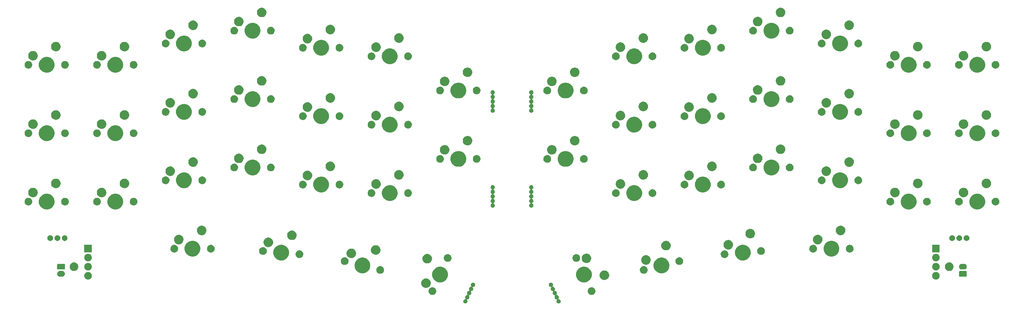
<source format=gbs>
G04 #@! TF.GenerationSoftware,KiCad,Pcbnew,(5.1.4)-1*
G04 #@! TF.CreationDate,2019-10-06T21:48:39+09:00*
G04 #@! TF.ProjectId,caravelle,63617261-7665-46c6-9c65-2e6b69636164,rev?*
G04 #@! TF.SameCoordinates,PX2faf080PY2faf080*
G04 #@! TF.FileFunction,Soldermask,Bot*
G04 #@! TF.FilePolarity,Negative*
%FSLAX46Y46*%
G04 Gerber Fmt 4.6, Leading zero omitted, Abs format (unit mm)*
G04 Created by KiCad (PCBNEW (5.1.4)-1) date 2019-10-06 21:48:39*
%MOMM*%
%LPD*%
G04 APERTURE LIST*
%ADD10C,0.100000*%
G04 APERTURE END LIST*
D10*
G36*
X149688343Y-79723360D02*
G01*
X149796390Y-79768115D01*
X149893629Y-79833088D01*
X149976324Y-79915783D01*
X150041297Y-80013022D01*
X150086052Y-80121069D01*
X150108867Y-80235771D01*
X150108867Y-80352719D01*
X150086052Y-80467421D01*
X150041297Y-80575468D01*
X149985493Y-80658985D01*
X149973945Y-80680590D01*
X149966833Y-80704039D01*
X149964431Y-80728425D01*
X149966833Y-80752811D01*
X149973946Y-80776260D01*
X149985498Y-80797871D01*
X150001043Y-80816813D01*
X150019985Y-80832358D01*
X150041596Y-80843909D01*
X150065045Y-80851021D01*
X150089430Y-80853423D01*
X150106345Y-80853423D01*
X150221047Y-80876238D01*
X150329094Y-80920993D01*
X150426333Y-80985966D01*
X150509028Y-81068661D01*
X150574001Y-81165900D01*
X150618756Y-81273947D01*
X150641571Y-81388649D01*
X150641571Y-81505597D01*
X150618756Y-81620299D01*
X150574001Y-81728346D01*
X150518201Y-81811856D01*
X150506650Y-81833467D01*
X150499537Y-81856916D01*
X150497135Y-81881302D01*
X150499537Y-81905688D01*
X150506650Y-81929137D01*
X150518202Y-81950747D01*
X150533747Y-81969689D01*
X150552689Y-81985234D01*
X150574300Y-81996785D01*
X150597749Y-82003898D01*
X150622134Y-82006300D01*
X150639049Y-82006300D01*
X150753751Y-82029115D01*
X150861798Y-82073870D01*
X150959037Y-82138843D01*
X151041732Y-82221538D01*
X151106705Y-82318777D01*
X151151460Y-82426824D01*
X151174275Y-82541526D01*
X151174275Y-82658474D01*
X151151460Y-82773176D01*
X151106705Y-82881223D01*
X151050901Y-82964740D01*
X151039353Y-82986345D01*
X151032241Y-83009794D01*
X151029839Y-83034180D01*
X151032241Y-83058566D01*
X151039354Y-83082015D01*
X151050906Y-83103626D01*
X151066451Y-83122568D01*
X151085393Y-83138113D01*
X151107004Y-83149664D01*
X151130453Y-83156776D01*
X151154838Y-83159178D01*
X151171754Y-83159178D01*
X151286456Y-83181993D01*
X151394503Y-83226748D01*
X151491742Y-83291721D01*
X151574437Y-83374416D01*
X151639410Y-83471655D01*
X151684165Y-83579702D01*
X151706980Y-83694404D01*
X151706980Y-83811352D01*
X151684165Y-83926054D01*
X151639410Y-84034101D01*
X151583610Y-84117611D01*
X151572059Y-84139222D01*
X151564946Y-84162671D01*
X151562544Y-84187057D01*
X151564946Y-84211443D01*
X151572059Y-84234892D01*
X151583611Y-84256502D01*
X151599156Y-84275444D01*
X151618098Y-84290989D01*
X151639709Y-84302540D01*
X151663158Y-84309653D01*
X151687543Y-84312055D01*
X151704458Y-84312055D01*
X151819160Y-84334870D01*
X151927207Y-84379625D01*
X152024446Y-84444598D01*
X152107141Y-84527293D01*
X152172114Y-84624532D01*
X152216869Y-84732579D01*
X152239684Y-84847281D01*
X152239684Y-84964229D01*
X152216869Y-85078931D01*
X152172114Y-85186978D01*
X152107141Y-85284217D01*
X152024446Y-85366912D01*
X151927207Y-85431885D01*
X151819160Y-85476640D01*
X151704458Y-85499455D01*
X151587510Y-85499455D01*
X151472808Y-85476640D01*
X151364761Y-85431885D01*
X151267522Y-85366912D01*
X151184827Y-85284217D01*
X151119854Y-85186978D01*
X151075099Y-85078931D01*
X151052284Y-84964229D01*
X151052284Y-84847281D01*
X151075099Y-84732579D01*
X151119854Y-84624532D01*
X151175656Y-84541019D01*
X151187205Y-84519411D01*
X151194318Y-84495962D01*
X151196720Y-84471576D01*
X151194318Y-84447190D01*
X151187205Y-84423741D01*
X151175653Y-84402131D01*
X151160108Y-84383189D01*
X151141166Y-84367644D01*
X151119555Y-84356093D01*
X151096106Y-84348980D01*
X151071721Y-84346578D01*
X151054806Y-84346578D01*
X150940104Y-84323763D01*
X150832057Y-84279008D01*
X150734818Y-84214035D01*
X150652123Y-84131340D01*
X150587150Y-84034101D01*
X150542395Y-83926054D01*
X150519580Y-83811352D01*
X150519580Y-83694404D01*
X150542395Y-83579702D01*
X150587150Y-83471655D01*
X150642954Y-83388138D01*
X150654502Y-83366533D01*
X150661614Y-83343084D01*
X150664016Y-83318698D01*
X150661614Y-83294312D01*
X150654501Y-83270863D01*
X150642949Y-83249252D01*
X150627404Y-83230310D01*
X150608462Y-83214765D01*
X150586851Y-83203214D01*
X150563402Y-83196102D01*
X150539017Y-83193700D01*
X150522101Y-83193700D01*
X150407399Y-83170885D01*
X150299352Y-83126130D01*
X150202113Y-83061157D01*
X150119418Y-82978462D01*
X150054445Y-82881223D01*
X150009690Y-82773176D01*
X149986875Y-82658474D01*
X149986875Y-82541526D01*
X150009690Y-82426824D01*
X150054445Y-82318777D01*
X150110247Y-82235264D01*
X150121796Y-82213656D01*
X150128909Y-82190207D01*
X150131311Y-82165821D01*
X150128909Y-82141435D01*
X150121796Y-82117986D01*
X150110244Y-82096376D01*
X150094699Y-82077434D01*
X150075757Y-82061889D01*
X150054146Y-82050338D01*
X150030697Y-82043225D01*
X150006312Y-82040823D01*
X149989397Y-82040823D01*
X149874695Y-82018008D01*
X149766648Y-81973253D01*
X149669409Y-81908280D01*
X149586714Y-81825585D01*
X149521741Y-81728346D01*
X149476986Y-81620299D01*
X149454171Y-81505597D01*
X149454171Y-81388649D01*
X149476986Y-81273947D01*
X149521741Y-81165900D01*
X149577545Y-81082383D01*
X149589093Y-81060778D01*
X149596205Y-81037329D01*
X149598607Y-81012943D01*
X149596205Y-80988557D01*
X149589092Y-80965108D01*
X149577540Y-80943497D01*
X149561995Y-80924555D01*
X149543053Y-80909010D01*
X149521442Y-80897459D01*
X149497993Y-80890347D01*
X149473608Y-80887945D01*
X149456693Y-80887945D01*
X149341991Y-80865130D01*
X149233944Y-80820375D01*
X149136705Y-80755402D01*
X149054010Y-80672707D01*
X148989037Y-80575468D01*
X148944282Y-80467421D01*
X148921467Y-80352719D01*
X148921467Y-80235771D01*
X148944282Y-80121069D01*
X148989037Y-80013022D01*
X149054010Y-79915783D01*
X149136705Y-79833088D01*
X149233944Y-79768115D01*
X149341991Y-79723360D01*
X149456693Y-79700545D01*
X149573641Y-79700545D01*
X149688343Y-79723360D01*
X149688343Y-79723360D01*
G37*
G36*
X128058009Y-79723360D02*
G01*
X128166056Y-79768115D01*
X128263295Y-79833088D01*
X128345990Y-79915783D01*
X128410963Y-80013022D01*
X128455718Y-80121069D01*
X128478533Y-80235771D01*
X128478533Y-80352719D01*
X128455718Y-80467421D01*
X128410963Y-80575468D01*
X128345990Y-80672707D01*
X128263295Y-80755402D01*
X128166056Y-80820375D01*
X128058009Y-80865130D01*
X127943307Y-80887945D01*
X127926392Y-80887945D01*
X127902006Y-80890347D01*
X127878557Y-80897460D01*
X127856946Y-80909011D01*
X127838004Y-80924556D01*
X127822459Y-80943498D01*
X127810908Y-80965109D01*
X127803795Y-80988558D01*
X127801393Y-81012944D01*
X127803795Y-81037330D01*
X127810908Y-81060779D01*
X127822455Y-81082383D01*
X127878259Y-81165900D01*
X127923014Y-81273947D01*
X127945829Y-81388649D01*
X127945829Y-81505597D01*
X127923014Y-81620299D01*
X127878259Y-81728346D01*
X127813286Y-81825585D01*
X127730591Y-81908280D01*
X127633352Y-81973253D01*
X127525305Y-82018008D01*
X127410603Y-82040823D01*
X127393688Y-82040823D01*
X127369302Y-82043225D01*
X127345853Y-82050338D01*
X127324242Y-82061889D01*
X127305300Y-82077434D01*
X127289755Y-82096376D01*
X127278204Y-82117987D01*
X127271091Y-82141436D01*
X127268689Y-82165822D01*
X127271091Y-82190208D01*
X127278204Y-82213657D01*
X127289753Y-82235264D01*
X127345555Y-82318777D01*
X127390310Y-82426824D01*
X127413125Y-82541526D01*
X127413125Y-82658474D01*
X127390310Y-82773176D01*
X127345555Y-82881223D01*
X127280582Y-82978462D01*
X127197887Y-83061157D01*
X127100648Y-83126130D01*
X126992601Y-83170885D01*
X126877899Y-83193700D01*
X126860983Y-83193700D01*
X126836597Y-83196102D01*
X126813148Y-83203215D01*
X126791537Y-83214766D01*
X126772595Y-83230311D01*
X126757050Y-83249253D01*
X126745499Y-83270864D01*
X126738386Y-83294313D01*
X126735984Y-83318699D01*
X126738386Y-83343085D01*
X126745499Y-83366534D01*
X126757046Y-83388138D01*
X126812850Y-83471655D01*
X126857605Y-83579702D01*
X126880420Y-83694404D01*
X126880420Y-83811352D01*
X126857605Y-83926054D01*
X126812850Y-84034101D01*
X126747877Y-84131340D01*
X126665182Y-84214035D01*
X126567943Y-84279008D01*
X126459896Y-84323763D01*
X126345194Y-84346578D01*
X126328279Y-84346578D01*
X126303893Y-84348980D01*
X126280444Y-84356093D01*
X126258833Y-84367644D01*
X126239891Y-84383189D01*
X126224346Y-84402131D01*
X126212795Y-84423742D01*
X126205682Y-84447191D01*
X126203280Y-84471577D01*
X126205682Y-84495963D01*
X126212795Y-84519412D01*
X126224344Y-84541019D01*
X126280146Y-84624532D01*
X126324901Y-84732579D01*
X126347716Y-84847281D01*
X126347716Y-84964229D01*
X126324901Y-85078931D01*
X126280146Y-85186978D01*
X126215173Y-85284217D01*
X126132478Y-85366912D01*
X126035239Y-85431885D01*
X125927192Y-85476640D01*
X125812490Y-85499455D01*
X125695542Y-85499455D01*
X125580840Y-85476640D01*
X125472793Y-85431885D01*
X125375554Y-85366912D01*
X125292859Y-85284217D01*
X125227886Y-85186978D01*
X125183131Y-85078931D01*
X125160316Y-84964229D01*
X125160316Y-84847281D01*
X125183131Y-84732579D01*
X125227886Y-84624532D01*
X125292859Y-84527293D01*
X125375554Y-84444598D01*
X125472793Y-84379625D01*
X125580840Y-84334870D01*
X125695542Y-84312055D01*
X125712457Y-84312055D01*
X125736843Y-84309653D01*
X125760292Y-84302540D01*
X125781903Y-84290989D01*
X125800845Y-84275444D01*
X125816390Y-84256502D01*
X125827941Y-84234891D01*
X125835054Y-84211442D01*
X125837456Y-84187056D01*
X125835054Y-84162670D01*
X125827941Y-84139221D01*
X125816390Y-84117611D01*
X125760590Y-84034101D01*
X125715835Y-83926054D01*
X125693020Y-83811352D01*
X125693020Y-83694404D01*
X125715835Y-83579702D01*
X125760590Y-83471655D01*
X125825563Y-83374416D01*
X125908258Y-83291721D01*
X126005497Y-83226748D01*
X126113544Y-83181993D01*
X126228246Y-83159178D01*
X126245162Y-83159178D01*
X126269548Y-83156776D01*
X126292997Y-83149663D01*
X126314608Y-83138112D01*
X126333550Y-83122567D01*
X126349095Y-83103625D01*
X126360646Y-83082014D01*
X126367759Y-83058565D01*
X126370161Y-83034179D01*
X126367759Y-83009793D01*
X126360646Y-82986344D01*
X126349099Y-82964740D01*
X126293295Y-82881223D01*
X126248540Y-82773176D01*
X126225725Y-82658474D01*
X126225725Y-82541526D01*
X126248540Y-82426824D01*
X126293295Y-82318777D01*
X126358268Y-82221538D01*
X126440963Y-82138843D01*
X126538202Y-82073870D01*
X126646249Y-82029115D01*
X126760951Y-82006300D01*
X126777866Y-82006300D01*
X126802252Y-82003898D01*
X126825701Y-81996785D01*
X126847312Y-81985234D01*
X126866254Y-81969689D01*
X126881799Y-81950747D01*
X126893350Y-81929136D01*
X126900463Y-81905687D01*
X126902865Y-81881301D01*
X126900463Y-81856915D01*
X126893350Y-81833466D01*
X126881799Y-81811856D01*
X126825999Y-81728346D01*
X126781244Y-81620299D01*
X126758429Y-81505597D01*
X126758429Y-81388649D01*
X126781244Y-81273947D01*
X126825999Y-81165900D01*
X126890972Y-81068661D01*
X126973667Y-80985966D01*
X127070906Y-80920993D01*
X127178953Y-80876238D01*
X127293655Y-80853423D01*
X127310570Y-80853423D01*
X127334956Y-80851021D01*
X127358405Y-80843908D01*
X127380016Y-80832357D01*
X127398958Y-80816812D01*
X127414503Y-80797870D01*
X127426054Y-80776259D01*
X127433167Y-80752810D01*
X127435569Y-80728424D01*
X127433167Y-80704038D01*
X127426054Y-80680589D01*
X127414507Y-80658985D01*
X127358703Y-80575468D01*
X127313948Y-80467421D01*
X127291133Y-80352719D01*
X127291133Y-80235771D01*
X127313948Y-80121069D01*
X127358703Y-80013022D01*
X127423676Y-79915783D01*
X127506371Y-79833088D01*
X127603610Y-79768115D01*
X127711657Y-79723360D01*
X127826359Y-79700545D01*
X127943307Y-79700545D01*
X128058009Y-79723360D01*
X128058009Y-79723360D01*
G37*
G36*
X161006303Y-81017179D02*
G01*
X161110147Y-81037835D01*
X161165536Y-81060778D01*
X161305784Y-81118870D01*
X161481853Y-81236516D01*
X161631588Y-81386251D01*
X161749234Y-81562320D01*
X161773249Y-81620299D01*
X161830269Y-81757957D01*
X161843721Y-81825585D01*
X161871581Y-81965644D01*
X161871581Y-82177402D01*
X161830269Y-82385088D01*
X161749234Y-82580726D01*
X161631588Y-82756795D01*
X161481853Y-82906530D01*
X161305784Y-83024176D01*
X161167447Y-83081476D01*
X161110147Y-83105211D01*
X161022893Y-83122567D01*
X160902460Y-83146523D01*
X160690702Y-83146523D01*
X160570269Y-83122567D01*
X160483015Y-83105211D01*
X160425715Y-83081476D01*
X160287378Y-83024176D01*
X160111309Y-82906530D01*
X159961574Y-82756795D01*
X159843928Y-82580726D01*
X159762893Y-82385088D01*
X159721581Y-82177402D01*
X159721581Y-81965644D01*
X159749441Y-81825585D01*
X159762893Y-81757957D01*
X159819913Y-81620299D01*
X159843928Y-81562320D01*
X159961574Y-81386251D01*
X160111309Y-81236516D01*
X160287378Y-81118870D01*
X160427626Y-81060778D01*
X160483015Y-81037835D01*
X160586859Y-81017179D01*
X160690702Y-80996523D01*
X160902460Y-80996523D01*
X161006303Y-81017179D01*
X161006303Y-81017179D01*
G37*
G36*
X116813140Y-81017179D02*
G01*
X116916984Y-81037835D01*
X116972373Y-81060778D01*
X117112621Y-81118870D01*
X117288690Y-81236516D01*
X117438425Y-81386251D01*
X117556071Y-81562320D01*
X117580086Y-81620299D01*
X117637106Y-81757957D01*
X117650558Y-81825585D01*
X117678418Y-81965644D01*
X117678418Y-82177402D01*
X117637106Y-82385088D01*
X117556071Y-82580726D01*
X117438425Y-82756795D01*
X117288690Y-82906530D01*
X117112621Y-83024176D01*
X116974284Y-83081476D01*
X116916984Y-83105211D01*
X116829730Y-83122567D01*
X116709297Y-83146523D01*
X116497539Y-83146523D01*
X116377106Y-83122567D01*
X116289852Y-83105211D01*
X116232552Y-83081476D01*
X116094215Y-83024176D01*
X115918146Y-82906530D01*
X115768411Y-82756795D01*
X115650765Y-82580726D01*
X115569730Y-82385088D01*
X115528418Y-82177402D01*
X115528418Y-81965644D01*
X115556278Y-81825585D01*
X115569730Y-81757957D01*
X115626750Y-81620299D01*
X115650765Y-81562320D01*
X115768411Y-81386251D01*
X115918146Y-81236516D01*
X116094215Y-81118870D01*
X116234463Y-81060778D01*
X116289852Y-81037835D01*
X116393696Y-81017179D01*
X116497539Y-80996523D01*
X116709297Y-80996523D01*
X116813140Y-81017179D01*
X116813140Y-81017179D01*
G37*
G36*
X115212987Y-78582254D02*
G01*
X115454121Y-78682134D01*
X115671137Y-78827140D01*
X115855694Y-79011697D01*
X116000700Y-79228713D01*
X116100580Y-79469847D01*
X116151499Y-79725833D01*
X116151499Y-79986837D01*
X116100580Y-80242823D01*
X116000700Y-80483957D01*
X115855694Y-80700973D01*
X115671137Y-80885530D01*
X115454121Y-81030536D01*
X115212987Y-81130416D01*
X114957001Y-81181335D01*
X114695997Y-81181335D01*
X114440011Y-81130416D01*
X114198877Y-81030536D01*
X113981861Y-80885530D01*
X113797304Y-80700973D01*
X113652298Y-80483957D01*
X113552418Y-80242823D01*
X113501499Y-79986837D01*
X113501499Y-79725833D01*
X113552418Y-79469847D01*
X113652298Y-79228713D01*
X113797304Y-79011697D01*
X113981861Y-78827140D01*
X114198877Y-78682134D01*
X114440011Y-78582254D01*
X114695997Y-78531335D01*
X114957001Y-78531335D01*
X115212987Y-78582254D01*
X115212987Y-78582254D01*
G37*
G36*
X159313752Y-75346711D02*
G01*
X159458879Y-75406825D01*
X159713017Y-75512092D01*
X160072346Y-75752188D01*
X160377929Y-76057771D01*
X160618025Y-76417100D01*
X160686165Y-76581606D01*
X160783406Y-76816365D01*
X160867716Y-77240219D01*
X160867716Y-77672383D01*
X160783406Y-78096237D01*
X160714903Y-78261618D01*
X160618025Y-78495502D01*
X160377929Y-78854831D01*
X160072346Y-79160414D01*
X159713017Y-79400510D01*
X159545622Y-79469847D01*
X159313752Y-79565891D01*
X158889898Y-79650201D01*
X158457734Y-79650201D01*
X158033880Y-79565891D01*
X157802010Y-79469847D01*
X157634615Y-79400510D01*
X157275286Y-79160414D01*
X156969703Y-78854831D01*
X156729607Y-78495502D01*
X156632729Y-78261618D01*
X156564226Y-78096237D01*
X156479916Y-77672383D01*
X156479916Y-77240219D01*
X156564226Y-76816365D01*
X156661467Y-76581606D01*
X156729607Y-76417100D01*
X156969703Y-76057771D01*
X157275286Y-75752188D01*
X157634615Y-75512092D01*
X157888753Y-75406825D01*
X158033880Y-75346711D01*
X158457734Y-75262401D01*
X158889898Y-75262401D01*
X159313752Y-75346711D01*
X159313752Y-75346711D01*
G37*
G36*
X119366119Y-75346711D02*
G01*
X119511246Y-75406825D01*
X119765384Y-75512092D01*
X120124713Y-75752188D01*
X120430296Y-76057771D01*
X120670392Y-76417100D01*
X120738532Y-76581606D01*
X120835773Y-76816365D01*
X120920083Y-77240219D01*
X120920083Y-77672383D01*
X120835773Y-78096237D01*
X120767270Y-78261618D01*
X120670392Y-78495502D01*
X120430296Y-78854831D01*
X120124713Y-79160414D01*
X119765384Y-79400510D01*
X119597989Y-79469847D01*
X119366119Y-79565891D01*
X118942265Y-79650201D01*
X118510101Y-79650201D01*
X118086247Y-79565891D01*
X117854377Y-79469847D01*
X117686982Y-79400510D01*
X117327653Y-79160414D01*
X117022070Y-78854831D01*
X116781974Y-78495502D01*
X116685096Y-78261618D01*
X116616593Y-78096237D01*
X116532283Y-77672383D01*
X116532283Y-77240219D01*
X116616593Y-76816365D01*
X116713834Y-76581606D01*
X116781974Y-76417100D01*
X117022070Y-76057771D01*
X117327653Y-75752188D01*
X117686982Y-75512092D01*
X117941120Y-75406825D01*
X118086247Y-75346711D01*
X118510101Y-75262401D01*
X118942265Y-75262401D01*
X119366119Y-75346711D01*
X119366119Y-75346711D01*
G37*
G36*
X164736908Y-76367066D02*
G01*
X164978042Y-76466946D01*
X165195058Y-76611952D01*
X165379615Y-76796509D01*
X165524621Y-77013525D01*
X165624501Y-77254659D01*
X165675420Y-77510645D01*
X165675420Y-77771649D01*
X165624501Y-78027635D01*
X165524621Y-78268769D01*
X165379615Y-78485785D01*
X165195058Y-78670342D01*
X164978042Y-78815348D01*
X164736908Y-78915228D01*
X164480922Y-78966147D01*
X164219918Y-78966147D01*
X163963932Y-78915228D01*
X163722798Y-78815348D01*
X163505782Y-78670342D01*
X163321225Y-78485785D01*
X163176219Y-78268769D01*
X163076339Y-78027635D01*
X163025420Y-77771649D01*
X163025420Y-77510645D01*
X163076339Y-77254659D01*
X163176219Y-77013525D01*
X163321225Y-76796509D01*
X163505782Y-76611952D01*
X163722798Y-76466946D01*
X163963932Y-76367066D01*
X164219918Y-76316147D01*
X164480922Y-76316147D01*
X164736908Y-76367066D01*
X164736908Y-76367066D01*
G37*
G36*
X256528687Y-76755027D02*
G01*
X256706274Y-76790350D01*
X256897362Y-76869502D01*
X257069336Y-76984411D01*
X257215589Y-77130664D01*
X257330498Y-77302638D01*
X257409650Y-77493726D01*
X257450000Y-77696584D01*
X257450000Y-77903416D01*
X257409650Y-78106274D01*
X257330498Y-78297362D01*
X257215589Y-78469336D01*
X257069336Y-78615589D01*
X256897362Y-78730498D01*
X256706274Y-78809650D01*
X256528687Y-78844973D01*
X256503417Y-78850000D01*
X256296583Y-78850000D01*
X256271313Y-78844973D01*
X256093726Y-78809650D01*
X255902638Y-78730498D01*
X255730664Y-78615589D01*
X255584411Y-78469336D01*
X255469502Y-78297362D01*
X255390350Y-78106274D01*
X255350000Y-77903416D01*
X255350000Y-77696584D01*
X255390350Y-77493726D01*
X255469502Y-77302638D01*
X255584411Y-77130664D01*
X255730664Y-76984411D01*
X255902638Y-76869502D01*
X256093726Y-76790350D01*
X256271313Y-76755027D01*
X256296583Y-76750000D01*
X256503417Y-76750000D01*
X256528687Y-76755027D01*
X256528687Y-76755027D01*
G37*
G36*
X21128687Y-76755027D02*
G01*
X21306274Y-76790350D01*
X21497362Y-76869502D01*
X21669336Y-76984411D01*
X21815589Y-77130664D01*
X21930498Y-77302638D01*
X22009650Y-77493726D01*
X22050000Y-77696584D01*
X22050000Y-77903416D01*
X22009650Y-78106274D01*
X21930498Y-78297362D01*
X21815589Y-78469336D01*
X21669336Y-78615589D01*
X21497362Y-78730498D01*
X21306274Y-78809650D01*
X21128687Y-78844973D01*
X21103417Y-78850000D01*
X20896583Y-78850000D01*
X20871313Y-78844973D01*
X20693726Y-78809650D01*
X20502638Y-78730498D01*
X20330664Y-78615589D01*
X20184411Y-78469336D01*
X20069502Y-78297362D01*
X19990350Y-78106274D01*
X19950000Y-77903416D01*
X19950000Y-77696584D01*
X19990350Y-77493726D01*
X20069502Y-77302638D01*
X20184411Y-77130664D01*
X20330664Y-76984411D01*
X20502638Y-76869502D01*
X20693726Y-76790350D01*
X20871313Y-76755027D01*
X20896583Y-76750000D01*
X21103417Y-76750000D01*
X21128687Y-76755027D01*
X21128687Y-76755027D01*
G37*
G36*
X13853471Y-76453859D02*
G01*
X13931827Y-76461576D01*
X14082628Y-76507321D01*
X14082630Y-76507322D01*
X14221605Y-76581606D01*
X14343422Y-76681578D01*
X14443394Y-76803395D01*
X14468072Y-76849564D01*
X14517679Y-76942372D01*
X14563424Y-77093173D01*
X14578870Y-77250000D01*
X14563424Y-77406827D01*
X14517679Y-77557628D01*
X14517678Y-77557630D01*
X14443394Y-77696605D01*
X14343422Y-77818422D01*
X14221605Y-77918394D01*
X14082630Y-77992678D01*
X14082628Y-77992679D01*
X13931827Y-78038424D01*
X13853471Y-78046141D01*
X13814294Y-78050000D01*
X13185706Y-78050000D01*
X13146529Y-78046141D01*
X13068173Y-78038424D01*
X12917372Y-77992679D01*
X12917370Y-77992678D01*
X12778395Y-77918394D01*
X12656578Y-77818422D01*
X12556606Y-77696605D01*
X12482322Y-77557630D01*
X12482321Y-77557628D01*
X12436576Y-77406827D01*
X12421130Y-77250000D01*
X12436576Y-77093173D01*
X12482321Y-76942372D01*
X12531928Y-76849564D01*
X12556606Y-76803395D01*
X12656578Y-76681578D01*
X12778395Y-76581606D01*
X12917370Y-76507322D01*
X12917372Y-76507321D01*
X13068173Y-76461576D01*
X13146529Y-76453859D01*
X13185706Y-76450000D01*
X13814294Y-76450000D01*
X13853471Y-76453859D01*
X13853471Y-76453859D01*
G37*
G36*
X264765765Y-76455585D02*
G01*
X264814388Y-76470335D01*
X264859204Y-76494289D01*
X264898479Y-76526521D01*
X264930711Y-76565796D01*
X264954665Y-76610612D01*
X264969415Y-76659235D01*
X264975000Y-76715940D01*
X264975000Y-77784060D01*
X264969415Y-77840765D01*
X264954665Y-77889388D01*
X264930711Y-77934204D01*
X264898479Y-77973479D01*
X264859204Y-78005711D01*
X264814388Y-78029665D01*
X264765765Y-78044415D01*
X264709060Y-78050000D01*
X263090940Y-78050000D01*
X263034235Y-78044415D01*
X262985612Y-78029665D01*
X262940796Y-78005711D01*
X262901521Y-77973479D01*
X262869289Y-77934204D01*
X262845335Y-77889388D01*
X262830585Y-77840765D01*
X262825000Y-77784060D01*
X262825000Y-76715940D01*
X262830585Y-76659235D01*
X262845335Y-76610612D01*
X262869289Y-76565796D01*
X262901521Y-76526521D01*
X262940796Y-76494289D01*
X262985612Y-76470335D01*
X263034235Y-76455585D01*
X263090940Y-76450000D01*
X264709060Y-76450000D01*
X264765765Y-76455585D01*
X264765765Y-76455585D01*
G37*
G36*
X102316851Y-75109948D02*
G01*
X102420695Y-75130604D01*
X102470922Y-75151409D01*
X102616332Y-75211639D01*
X102792401Y-75329285D01*
X102942136Y-75479020D01*
X103059782Y-75655089D01*
X103100001Y-75752188D01*
X103138930Y-75846170D01*
X103140817Y-75850727D01*
X103182129Y-76058413D01*
X103182129Y-76270171D01*
X103169461Y-76333858D01*
X103140817Y-76477858D01*
X103120660Y-76526521D01*
X103059782Y-76673495D01*
X102942136Y-76849564D01*
X102792401Y-76999299D01*
X102616332Y-77116945D01*
X102477995Y-77174245D01*
X102420695Y-77197980D01*
X102316851Y-77218636D01*
X102213008Y-77239292D01*
X102001250Y-77239292D01*
X101897407Y-77218636D01*
X101793563Y-77197980D01*
X101736263Y-77174245D01*
X101597926Y-77116945D01*
X101421857Y-76999299D01*
X101272122Y-76849564D01*
X101154476Y-76673495D01*
X101093598Y-76526521D01*
X101073441Y-76477858D01*
X101044797Y-76333858D01*
X101032129Y-76270171D01*
X101032129Y-76058413D01*
X101073441Y-75850727D01*
X101075329Y-75846170D01*
X101114257Y-75752188D01*
X101154476Y-75655089D01*
X101272122Y-75479020D01*
X101421857Y-75329285D01*
X101597926Y-75211639D01*
X101743336Y-75151409D01*
X101793563Y-75130604D01*
X101897407Y-75109948D01*
X102001250Y-75089292D01*
X102213008Y-75089292D01*
X102316851Y-75109948D01*
X102316851Y-75109948D01*
G37*
G36*
X175502592Y-75109948D02*
G01*
X175606436Y-75130604D01*
X175656663Y-75151409D01*
X175802073Y-75211639D01*
X175978142Y-75329285D01*
X176127877Y-75479020D01*
X176245523Y-75655089D01*
X176285742Y-75752188D01*
X176324671Y-75846170D01*
X176326558Y-75850727D01*
X176367870Y-76058413D01*
X176367870Y-76270171D01*
X176355202Y-76333858D01*
X176326558Y-76477858D01*
X176306401Y-76526521D01*
X176245523Y-76673495D01*
X176127877Y-76849564D01*
X175978142Y-76999299D01*
X175802073Y-77116945D01*
X175663736Y-77174245D01*
X175606436Y-77197980D01*
X175502592Y-77218636D01*
X175398749Y-77239292D01*
X175186991Y-77239292D01*
X175083148Y-77218636D01*
X174979304Y-77197980D01*
X174922004Y-77174245D01*
X174783667Y-77116945D01*
X174607598Y-76999299D01*
X174457863Y-76849564D01*
X174340217Y-76673495D01*
X174279339Y-76526521D01*
X174259182Y-76477858D01*
X174230538Y-76333858D01*
X174217870Y-76270171D01*
X174217870Y-76058413D01*
X174259182Y-75850727D01*
X174261070Y-75846170D01*
X174299998Y-75752188D01*
X174340217Y-75655089D01*
X174457863Y-75479020D01*
X174607598Y-75329285D01*
X174783667Y-75211639D01*
X174929077Y-75151409D01*
X174979304Y-75130604D01*
X175083148Y-75109948D01*
X175186991Y-75089292D01*
X175398749Y-75089292D01*
X175502592Y-75109948D01*
X175502592Y-75109948D01*
G37*
G36*
X97817963Y-72825739D02*
G01*
X97983344Y-72894242D01*
X98217228Y-72991120D01*
X98576557Y-73231216D01*
X98882140Y-73536799D01*
X99122236Y-73896128D01*
X99209873Y-74107703D01*
X99287617Y-74295393D01*
X99371927Y-74719247D01*
X99371927Y-75151411D01*
X99287617Y-75575265D01*
X99228825Y-75717200D01*
X99122236Y-75974530D01*
X98882140Y-76333859D01*
X98576557Y-76639442D01*
X98217228Y-76879538D01*
X97983344Y-76976416D01*
X97817963Y-77044919D01*
X97394109Y-77129229D01*
X96961945Y-77129229D01*
X96538091Y-77044919D01*
X96372710Y-76976416D01*
X96138826Y-76879538D01*
X95779497Y-76639442D01*
X95473914Y-76333859D01*
X95233818Y-75974530D01*
X95127229Y-75717200D01*
X95068437Y-75575265D01*
X94984127Y-75151411D01*
X94984127Y-74719247D01*
X95068437Y-74295393D01*
X95146181Y-74107703D01*
X95233818Y-73896128D01*
X95473914Y-73536799D01*
X95779497Y-73231216D01*
X96138826Y-72991120D01*
X96372710Y-72894242D01*
X96538091Y-72825739D01*
X96961945Y-72741429D01*
X97394109Y-72741429D01*
X97817963Y-72825739D01*
X97817963Y-72825739D01*
G37*
G36*
X180861908Y-72825739D02*
G01*
X181027289Y-72894242D01*
X181261173Y-72991120D01*
X181620502Y-73231216D01*
X181926085Y-73536799D01*
X182166181Y-73896128D01*
X182253818Y-74107703D01*
X182331562Y-74295393D01*
X182415872Y-74719247D01*
X182415872Y-75151411D01*
X182331562Y-75575265D01*
X182272770Y-75717200D01*
X182166181Y-75974530D01*
X181926085Y-76333859D01*
X181620502Y-76639442D01*
X181261173Y-76879538D01*
X181027289Y-76976416D01*
X180861908Y-77044919D01*
X180438054Y-77129229D01*
X180005890Y-77129229D01*
X179582036Y-77044919D01*
X179416655Y-76976416D01*
X179182771Y-76879538D01*
X178823442Y-76639442D01*
X178517859Y-76333859D01*
X178277763Y-75974530D01*
X178171174Y-75717200D01*
X178112382Y-75575265D01*
X178028072Y-75151411D01*
X178028072Y-74719247D01*
X178112382Y-74295393D01*
X178190126Y-74107703D01*
X178277763Y-73896128D01*
X178517859Y-73536799D01*
X178823442Y-73231216D01*
X179182771Y-72991120D01*
X179416655Y-72894242D01*
X179582036Y-72825739D01*
X180005890Y-72741429D01*
X180438054Y-72741429D01*
X180861908Y-72825739D01*
X180861908Y-72825739D01*
G37*
G36*
X260450026Y-74106115D02*
G01*
X260668411Y-74196573D01*
X260668413Y-74196574D01*
X260864955Y-74327899D01*
X261032101Y-74495045D01*
X261146718Y-74666581D01*
X261163427Y-74691589D01*
X261253885Y-74909974D01*
X261300000Y-75141809D01*
X261300000Y-75378191D01*
X261253885Y-75610026D01*
X261163427Y-75828411D01*
X261163426Y-75828413D01*
X261032101Y-76024955D01*
X260864955Y-76192101D01*
X260668413Y-76323426D01*
X260668412Y-76323427D01*
X260668411Y-76323427D01*
X260450026Y-76413885D01*
X260218191Y-76460000D01*
X259981809Y-76460000D01*
X259749974Y-76413885D01*
X259531589Y-76323427D01*
X259531588Y-76323427D01*
X259531587Y-76323426D01*
X259335045Y-76192101D01*
X259167899Y-76024955D01*
X259036574Y-75828413D01*
X259036573Y-75828411D01*
X258946115Y-75610026D01*
X258900000Y-75378191D01*
X258900000Y-75141809D01*
X258946115Y-74909974D01*
X259036573Y-74691589D01*
X259053283Y-74666581D01*
X259167899Y-74495045D01*
X259335045Y-74327899D01*
X259531587Y-74196574D01*
X259531589Y-74196573D01*
X259749974Y-74106115D01*
X259981809Y-74060000D01*
X260218191Y-74060000D01*
X260450026Y-74106115D01*
X260450026Y-74106115D01*
G37*
G36*
X17450026Y-74106115D02*
G01*
X17668411Y-74196573D01*
X17668413Y-74196574D01*
X17864955Y-74327899D01*
X18032101Y-74495045D01*
X18146718Y-74666581D01*
X18163427Y-74691589D01*
X18253885Y-74909974D01*
X18300000Y-75141809D01*
X18300000Y-75378191D01*
X18253885Y-75610026D01*
X18163427Y-75828411D01*
X18163426Y-75828413D01*
X18032101Y-76024955D01*
X17864955Y-76192101D01*
X17668413Y-76323426D01*
X17668412Y-76323427D01*
X17668411Y-76323427D01*
X17450026Y-76413885D01*
X17218191Y-76460000D01*
X16981809Y-76460000D01*
X16749974Y-76413885D01*
X16531589Y-76323427D01*
X16531588Y-76323427D01*
X16531587Y-76323426D01*
X16335045Y-76192101D01*
X16167899Y-76024955D01*
X16036574Y-75828413D01*
X16036573Y-75828411D01*
X15946115Y-75610026D01*
X15900000Y-75378191D01*
X15900000Y-75141809D01*
X15946115Y-74909974D01*
X16036573Y-74691589D01*
X16053283Y-74666581D01*
X16167899Y-74495045D01*
X16335045Y-74327899D01*
X16531587Y-74196574D01*
X16531589Y-74196573D01*
X16749974Y-74106115D01*
X16981809Y-74060000D01*
X17218191Y-74060000D01*
X17450026Y-74106115D01*
X17450026Y-74106115D01*
G37*
G36*
X21128707Y-74217597D02*
G01*
X21205836Y-74225193D01*
X21403762Y-74285233D01*
X21403765Y-74285234D01*
X21586170Y-74382732D01*
X21746055Y-74513945D01*
X21877268Y-74673830D01*
X21974766Y-74856235D01*
X21974767Y-74856238D01*
X22034807Y-75054164D01*
X22055080Y-75260000D01*
X22034807Y-75465836D01*
X21991067Y-75610027D01*
X21974766Y-75663765D01*
X21877268Y-75846170D01*
X21746055Y-76006055D01*
X21586170Y-76137268D01*
X21403765Y-76234766D01*
X21403762Y-76234767D01*
X21205836Y-76294807D01*
X21128707Y-76302403D01*
X21051580Y-76310000D01*
X20948420Y-76310000D01*
X20871293Y-76302403D01*
X20794164Y-76294807D01*
X20596238Y-76234767D01*
X20596235Y-76234766D01*
X20413830Y-76137268D01*
X20253945Y-76006055D01*
X20122732Y-75846170D01*
X20025234Y-75663765D01*
X20008933Y-75610027D01*
X19965193Y-75465836D01*
X19944920Y-75260000D01*
X19965193Y-75054164D01*
X20025233Y-74856238D01*
X20025234Y-74856235D01*
X20122732Y-74673830D01*
X20253945Y-74513945D01*
X20413830Y-74382732D01*
X20596235Y-74285234D01*
X20596238Y-74285233D01*
X20794164Y-74225193D01*
X20871293Y-74217597D01*
X20948420Y-74210000D01*
X21051580Y-74210000D01*
X21128707Y-74217597D01*
X21128707Y-74217597D01*
G37*
G36*
X256528707Y-74217597D02*
G01*
X256605836Y-74225193D01*
X256803762Y-74285233D01*
X256803765Y-74285234D01*
X256986170Y-74382732D01*
X257146055Y-74513945D01*
X257277268Y-74673830D01*
X257374766Y-74856235D01*
X257374767Y-74856238D01*
X257434807Y-75054164D01*
X257455080Y-75260000D01*
X257434807Y-75465836D01*
X257391067Y-75610027D01*
X257374766Y-75663765D01*
X257277268Y-75846170D01*
X257146055Y-76006055D01*
X256986170Y-76137268D01*
X256803765Y-76234766D01*
X256803762Y-76234767D01*
X256605836Y-76294807D01*
X256528707Y-76302403D01*
X256451580Y-76310000D01*
X256348420Y-76310000D01*
X256271293Y-76302403D01*
X256194164Y-76294807D01*
X255996238Y-76234767D01*
X255996235Y-76234766D01*
X255813830Y-76137268D01*
X255653945Y-76006055D01*
X255522732Y-75846170D01*
X255425234Y-75663765D01*
X255408933Y-75610027D01*
X255365193Y-75465836D01*
X255344920Y-75260000D01*
X255365193Y-75054164D01*
X255425233Y-74856238D01*
X255425234Y-74856235D01*
X255522732Y-74673830D01*
X255653945Y-74513945D01*
X255813830Y-74382732D01*
X255996235Y-74285234D01*
X255996238Y-74285233D01*
X256194164Y-74225193D01*
X256271293Y-74217597D01*
X256348420Y-74210000D01*
X256451580Y-74210000D01*
X256528707Y-74217597D01*
X256528707Y-74217597D01*
G37*
G36*
X14365765Y-74455585D02*
G01*
X14414388Y-74470335D01*
X14459204Y-74494289D01*
X14498479Y-74526521D01*
X14530711Y-74565796D01*
X14554665Y-74610612D01*
X14569415Y-74659235D01*
X14575000Y-74715940D01*
X14575000Y-75784060D01*
X14569415Y-75840765D01*
X14554665Y-75889388D01*
X14530711Y-75934204D01*
X14498479Y-75973479D01*
X14459204Y-76005711D01*
X14414388Y-76029665D01*
X14365765Y-76044415D01*
X14309060Y-76050000D01*
X12690940Y-76050000D01*
X12634235Y-76044415D01*
X12585612Y-76029665D01*
X12540796Y-76005711D01*
X12501521Y-75973479D01*
X12469289Y-75934204D01*
X12445335Y-75889388D01*
X12430585Y-75840765D01*
X12425000Y-75784060D01*
X12425000Y-74715940D01*
X12430585Y-74659235D01*
X12445335Y-74610612D01*
X12469289Y-74565796D01*
X12501521Y-74526521D01*
X12540796Y-74494289D01*
X12585612Y-74470335D01*
X12634235Y-74455585D01*
X12690940Y-74450000D01*
X14309060Y-74450000D01*
X14365765Y-74455585D01*
X14365765Y-74455585D01*
G37*
G36*
X264253471Y-74453859D02*
G01*
X264331827Y-74461576D01*
X264482628Y-74507321D01*
X264482630Y-74507322D01*
X264621605Y-74581606D01*
X264743422Y-74681578D01*
X264843394Y-74803395D01*
X264871639Y-74856238D01*
X264917679Y-74942372D01*
X264963424Y-75093173D01*
X264978870Y-75250000D01*
X264963424Y-75406827D01*
X264941524Y-75479020D01*
X264917678Y-75557630D01*
X264843394Y-75696605D01*
X264743422Y-75818422D01*
X264621605Y-75918394D01*
X264516586Y-75974528D01*
X264482628Y-75992679D01*
X264331827Y-76038424D01*
X264253471Y-76046141D01*
X264214294Y-76050000D01*
X263585706Y-76050000D01*
X263546529Y-76046141D01*
X263468173Y-76038424D01*
X263317372Y-75992679D01*
X263283414Y-75974528D01*
X263178395Y-75918394D01*
X263056578Y-75818422D01*
X262956606Y-75696605D01*
X262882322Y-75557630D01*
X262858476Y-75479020D01*
X262836576Y-75406827D01*
X262821130Y-75250000D01*
X262836576Y-75093173D01*
X262882321Y-74942372D01*
X262928361Y-74856238D01*
X262956606Y-74803395D01*
X263056578Y-74681578D01*
X263178395Y-74581606D01*
X263317370Y-74507322D01*
X263317372Y-74507321D01*
X263468173Y-74461576D01*
X263546529Y-74453859D01*
X263585706Y-74450000D01*
X264214294Y-74450000D01*
X264253471Y-74453859D01*
X264253471Y-74453859D01*
G37*
G36*
X185360796Y-72652022D02*
G01*
X185464640Y-72672678D01*
X185521940Y-72696413D01*
X185660277Y-72753713D01*
X185836346Y-72871359D01*
X185986081Y-73021094D01*
X186103727Y-73197163D01*
X186184762Y-73392801D01*
X186225434Y-73597268D01*
X186226074Y-73600488D01*
X186226074Y-73812244D01*
X186184762Y-74019932D01*
X186168165Y-74060000D01*
X186103727Y-74215569D01*
X185986081Y-74391638D01*
X185836346Y-74541373D01*
X185660277Y-74659019D01*
X185522856Y-74715940D01*
X185464640Y-74740054D01*
X185360796Y-74760710D01*
X185256953Y-74781366D01*
X185045195Y-74781366D01*
X184941352Y-74760710D01*
X184837508Y-74740054D01*
X184779292Y-74715940D01*
X184641871Y-74659019D01*
X184465802Y-74541373D01*
X184316067Y-74391638D01*
X184198421Y-74215569D01*
X184133983Y-74060000D01*
X184117386Y-74019932D01*
X184076074Y-73812244D01*
X184076074Y-73600488D01*
X184076715Y-73597268D01*
X184117386Y-73392801D01*
X184198421Y-73197163D01*
X184316067Y-73021094D01*
X184465802Y-72871359D01*
X184641871Y-72753713D01*
X184780208Y-72696413D01*
X184837508Y-72672678D01*
X184941352Y-72652022D01*
X185045195Y-72631366D01*
X185256953Y-72631366D01*
X185360796Y-72652022D01*
X185360796Y-72652022D01*
G37*
G36*
X92458647Y-72652022D02*
G01*
X92562491Y-72672678D01*
X92619791Y-72696413D01*
X92758128Y-72753713D01*
X92934197Y-72871359D01*
X93083932Y-73021094D01*
X93201578Y-73197163D01*
X93282613Y-73392801D01*
X93323285Y-73597268D01*
X93323925Y-73600488D01*
X93323925Y-73812244D01*
X93282613Y-74019932D01*
X93266016Y-74060000D01*
X93201578Y-74215569D01*
X93083932Y-74391638D01*
X92934197Y-74541373D01*
X92758128Y-74659019D01*
X92620707Y-74715940D01*
X92562491Y-74740054D01*
X92458647Y-74760710D01*
X92354804Y-74781366D01*
X92143046Y-74781366D01*
X92039203Y-74760710D01*
X91935359Y-74740054D01*
X91877143Y-74715940D01*
X91739722Y-74659019D01*
X91563653Y-74541373D01*
X91413918Y-74391638D01*
X91296272Y-74215569D01*
X91231834Y-74060000D01*
X91215237Y-74019932D01*
X91173925Y-73812244D01*
X91173925Y-73600488D01*
X91174566Y-73597268D01*
X91215237Y-73392801D01*
X91296272Y-73197163D01*
X91413918Y-73021094D01*
X91563653Y-72871359D01*
X91739722Y-72753713D01*
X91878059Y-72696413D01*
X91935359Y-72672678D01*
X92039203Y-72652022D01*
X92143046Y-72631366D01*
X92354804Y-72631366D01*
X92458647Y-72652022D01*
X92458647Y-72652022D01*
G37*
G36*
X176297152Y-72118419D02*
G01*
X176538286Y-72218299D01*
X176755302Y-72363305D01*
X176939859Y-72547862D01*
X177084865Y-72764878D01*
X177184745Y-73006012D01*
X177235664Y-73261998D01*
X177235664Y-73523002D01*
X177184745Y-73778988D01*
X177084865Y-74020122D01*
X176939859Y-74237138D01*
X176755302Y-74421695D01*
X176538286Y-74566701D01*
X176297152Y-74666581D01*
X176041166Y-74717500D01*
X175780162Y-74717500D01*
X175524176Y-74666581D01*
X175283042Y-74566701D01*
X175066026Y-74421695D01*
X174881469Y-74237138D01*
X174736463Y-74020122D01*
X174636583Y-73778988D01*
X174585664Y-73523002D01*
X174585664Y-73261998D01*
X174636583Y-73006012D01*
X174736463Y-72764878D01*
X174881469Y-72547862D01*
X175066026Y-72363305D01*
X175283042Y-72218299D01*
X175524176Y-72118419D01*
X175780162Y-72067500D01*
X176041166Y-72067500D01*
X176297152Y-72118419D01*
X176297152Y-72118419D01*
G37*
G36*
X115558832Y-71751844D02*
G01*
X115799966Y-71851724D01*
X116016982Y-71996730D01*
X116201539Y-72181287D01*
X116346545Y-72398303D01*
X116446425Y-72639437D01*
X116497344Y-72895423D01*
X116497344Y-73156427D01*
X116446425Y-73412413D01*
X116346545Y-73653547D01*
X116201539Y-73870563D01*
X116016982Y-74055120D01*
X115799966Y-74200126D01*
X115558832Y-74300006D01*
X115302846Y-74350925D01*
X115041842Y-74350925D01*
X114785856Y-74300006D01*
X114544722Y-74200126D01*
X114327706Y-74055120D01*
X114143149Y-73870563D01*
X113998143Y-73653547D01*
X113898263Y-73412413D01*
X113847344Y-73156427D01*
X113847344Y-72895423D01*
X113898263Y-72639437D01*
X113998143Y-72398303D01*
X114143149Y-72181287D01*
X114327706Y-71996730D01*
X114544722Y-71851724D01*
X114785856Y-71751844D01*
X115041842Y-71700925D01*
X115302846Y-71700925D01*
X115558832Y-71751844D01*
X115558832Y-71751844D01*
G37*
G36*
X159775841Y-71659421D02*
G01*
X160016975Y-71759301D01*
X160233991Y-71904307D01*
X160418548Y-72088864D01*
X160563554Y-72305880D01*
X160663434Y-72547014D01*
X160714353Y-72803000D01*
X160714353Y-73064004D01*
X160663434Y-73319990D01*
X160563554Y-73561124D01*
X160418548Y-73778140D01*
X160233991Y-73962697D01*
X160016975Y-74107703D01*
X159775841Y-74207583D01*
X159519855Y-74258502D01*
X159258851Y-74258502D01*
X159002865Y-74207583D01*
X158761731Y-74107703D01*
X158544715Y-73962697D01*
X158360158Y-73778140D01*
X158215152Y-73561124D01*
X158115272Y-73319990D01*
X158064353Y-73064004D01*
X158064353Y-72803000D01*
X158115272Y-72547014D01*
X158215152Y-72305880D01*
X158360158Y-72088864D01*
X158544715Y-71904307D01*
X158761731Y-71759301D01*
X159002865Y-71659421D01*
X159258851Y-71608502D01*
X159519855Y-71608502D01*
X159775841Y-71659421D01*
X159775841Y-71659421D01*
G37*
G36*
X156760773Y-71786735D02*
G01*
X156864617Y-71807391D01*
X156921917Y-71831126D01*
X157060254Y-71888426D01*
X157236323Y-72006072D01*
X157386058Y-72155807D01*
X157503704Y-72331876D01*
X157548811Y-72440775D01*
X157584739Y-72527513D01*
X157626051Y-72735201D01*
X157626051Y-72946957D01*
X157584739Y-73154645D01*
X157567127Y-73197163D01*
X157503704Y-73350282D01*
X157386058Y-73526351D01*
X157236323Y-73676086D01*
X157060254Y-73793732D01*
X156921917Y-73851032D01*
X156864617Y-73874767D01*
X156760773Y-73895423D01*
X156656930Y-73916079D01*
X156445172Y-73916079D01*
X156341329Y-73895423D01*
X156237485Y-73874767D01*
X156180185Y-73851032D01*
X156041848Y-73793732D01*
X155865779Y-73676086D01*
X155716044Y-73526351D01*
X155598398Y-73350282D01*
X155534975Y-73197163D01*
X155517363Y-73154645D01*
X155476051Y-72946957D01*
X155476051Y-72735201D01*
X155517363Y-72527513D01*
X155553291Y-72440775D01*
X155598398Y-72331876D01*
X155716044Y-72155807D01*
X155865779Y-72006072D01*
X156041848Y-71888426D01*
X156180185Y-71831126D01*
X156237485Y-71807391D01*
X156341329Y-71786735D01*
X156445172Y-71766079D01*
X156656930Y-71766079D01*
X156760773Y-71786735D01*
X156760773Y-71786735D01*
G37*
G36*
X121058670Y-71786735D02*
G01*
X121162514Y-71807391D01*
X121219814Y-71831126D01*
X121358151Y-71888426D01*
X121534220Y-72006072D01*
X121683955Y-72155807D01*
X121801601Y-72331876D01*
X121846708Y-72440775D01*
X121882636Y-72527513D01*
X121923948Y-72735201D01*
X121923948Y-72946957D01*
X121882636Y-73154645D01*
X121865024Y-73197163D01*
X121801601Y-73350282D01*
X121683955Y-73526351D01*
X121534220Y-73676086D01*
X121358151Y-73793732D01*
X121219814Y-73851032D01*
X121162514Y-73874767D01*
X121058670Y-73895423D01*
X120954827Y-73916079D01*
X120743069Y-73916079D01*
X120639226Y-73895423D01*
X120535382Y-73874767D01*
X120478082Y-73851032D01*
X120339745Y-73793732D01*
X120163676Y-73676086D01*
X120013941Y-73526351D01*
X119896295Y-73350282D01*
X119832872Y-73197163D01*
X119815260Y-73154645D01*
X119773948Y-72946957D01*
X119773948Y-72735201D01*
X119815260Y-72527513D01*
X119851188Y-72440775D01*
X119896295Y-72331876D01*
X120013941Y-72155807D01*
X120163676Y-72006072D01*
X120339745Y-71888426D01*
X120478082Y-71831126D01*
X120535382Y-71807391D01*
X120639226Y-71786735D01*
X120743069Y-71766079D01*
X120954827Y-71766079D01*
X121058670Y-71786735D01*
X121058670Y-71786735D01*
G37*
G36*
X21128707Y-71677596D02*
G01*
X21205836Y-71685193D01*
X21403762Y-71745233D01*
X21403765Y-71745234D01*
X21586170Y-71842732D01*
X21746055Y-71973945D01*
X21877268Y-72133830D01*
X21974766Y-72316235D01*
X21974767Y-72316238D01*
X22034807Y-72514164D01*
X22055080Y-72720000D01*
X22034807Y-72925836D01*
X21992894Y-73064004D01*
X21974766Y-73123765D01*
X21877268Y-73306170D01*
X21746055Y-73466055D01*
X21586170Y-73597268D01*
X21403765Y-73694766D01*
X21403762Y-73694767D01*
X21205836Y-73754807D01*
X21128707Y-73762403D01*
X21051580Y-73770000D01*
X20948420Y-73770000D01*
X20871293Y-73762403D01*
X20794164Y-73754807D01*
X20596238Y-73694767D01*
X20596235Y-73694766D01*
X20413830Y-73597268D01*
X20253945Y-73466055D01*
X20122732Y-73306170D01*
X20025234Y-73123765D01*
X20007106Y-73064004D01*
X19965193Y-72925836D01*
X19944920Y-72720000D01*
X19965193Y-72514164D01*
X20025233Y-72316238D01*
X20025234Y-72316235D01*
X20122732Y-72133830D01*
X20253945Y-71973945D01*
X20413830Y-71842732D01*
X20596235Y-71745234D01*
X20596238Y-71745233D01*
X20794164Y-71685193D01*
X20871293Y-71677596D01*
X20948420Y-71670000D01*
X21051580Y-71670000D01*
X21128707Y-71677596D01*
X21128707Y-71677596D01*
G37*
G36*
X256528707Y-71677596D02*
G01*
X256605836Y-71685193D01*
X256803762Y-71745233D01*
X256803765Y-71745234D01*
X256986170Y-71842732D01*
X257146055Y-71973945D01*
X257277268Y-72133830D01*
X257374766Y-72316235D01*
X257374767Y-72316238D01*
X257434807Y-72514164D01*
X257455080Y-72720000D01*
X257434807Y-72925836D01*
X257392894Y-73064004D01*
X257374766Y-73123765D01*
X257277268Y-73306170D01*
X257146055Y-73466055D01*
X256986170Y-73597268D01*
X256803765Y-73694766D01*
X256803762Y-73694767D01*
X256605836Y-73754807D01*
X256528707Y-73762403D01*
X256451580Y-73770000D01*
X256348420Y-73770000D01*
X256271293Y-73762403D01*
X256194164Y-73754807D01*
X255996238Y-73694767D01*
X255996235Y-73694766D01*
X255813830Y-73597268D01*
X255653945Y-73466055D01*
X255522732Y-73306170D01*
X255425234Y-73123765D01*
X255407106Y-73064004D01*
X255365193Y-72925836D01*
X255344920Y-72720000D01*
X255365193Y-72514164D01*
X255425233Y-72316238D01*
X255425234Y-72316235D01*
X255522732Y-72133830D01*
X255653945Y-71973945D01*
X255813830Y-71842732D01*
X255996235Y-71745234D01*
X255996238Y-71745233D01*
X256194164Y-71685193D01*
X256271293Y-71677596D01*
X256348420Y-71670000D01*
X256451580Y-71670000D01*
X256528707Y-71677596D01*
X256528707Y-71677596D01*
G37*
G36*
X75258268Y-69233391D02*
G01*
X75405126Y-69294222D01*
X75657533Y-69398772D01*
X76016862Y-69638868D01*
X76322445Y-69944451D01*
X76562541Y-70303780D01*
X76639761Y-70490206D01*
X76727922Y-70703045D01*
X76812232Y-71126899D01*
X76812232Y-71559063D01*
X76727922Y-71982917D01*
X76692886Y-72067500D01*
X76562541Y-72382182D01*
X76322445Y-72741511D01*
X76016862Y-73047094D01*
X75657533Y-73287190D01*
X75423649Y-73384068D01*
X75258268Y-73452571D01*
X74834414Y-73536881D01*
X74402250Y-73536881D01*
X73978396Y-73452571D01*
X73813015Y-73384068D01*
X73579131Y-73287190D01*
X73219802Y-73047094D01*
X72914219Y-72741511D01*
X72674123Y-72382182D01*
X72543778Y-72067500D01*
X72508742Y-71982917D01*
X72424432Y-71559063D01*
X72424432Y-71126899D01*
X72508742Y-70703045D01*
X72596903Y-70490206D01*
X72674123Y-70303780D01*
X72914219Y-69944451D01*
X73219802Y-69638868D01*
X73579131Y-69398772D01*
X73831538Y-69294222D01*
X73978396Y-69233391D01*
X74402250Y-69149081D01*
X74834414Y-69149081D01*
X75258268Y-69233391D01*
X75258268Y-69233391D01*
G37*
G36*
X203421603Y-69233391D02*
G01*
X203568461Y-69294222D01*
X203820868Y-69398772D01*
X204180197Y-69638868D01*
X204485780Y-69944451D01*
X204725876Y-70303780D01*
X204803096Y-70490206D01*
X204891257Y-70703045D01*
X204975567Y-71126899D01*
X204975567Y-71559063D01*
X204891257Y-71982917D01*
X204856221Y-72067500D01*
X204725876Y-72382182D01*
X204485780Y-72741511D01*
X204180197Y-73047094D01*
X203820868Y-73287190D01*
X203586984Y-73384068D01*
X203421603Y-73452571D01*
X202997749Y-73536881D01*
X202565585Y-73536881D01*
X202141731Y-73452571D01*
X201976350Y-73384068D01*
X201742466Y-73287190D01*
X201383137Y-73047094D01*
X201077554Y-72741511D01*
X200837458Y-72382182D01*
X200707113Y-72067500D01*
X200672077Y-71982917D01*
X200587767Y-71559063D01*
X200587767Y-71126899D01*
X200672077Y-70703045D01*
X200760238Y-70490206D01*
X200837458Y-70303780D01*
X201077554Y-69944451D01*
X201383137Y-69638868D01*
X201742466Y-69398772D01*
X201994873Y-69294222D01*
X202141731Y-69233391D01*
X202565585Y-69149081D01*
X202997749Y-69149081D01*
X203421603Y-69233391D01*
X203421603Y-69233391D01*
G37*
G36*
X94482170Y-70274974D02*
G01*
X94723304Y-70374854D01*
X94940320Y-70519860D01*
X95124877Y-70704417D01*
X95269883Y-70921433D01*
X95369763Y-71162567D01*
X95420682Y-71418553D01*
X95420682Y-71679557D01*
X95369763Y-71935543D01*
X95269883Y-72176677D01*
X95124877Y-72393693D01*
X94940320Y-72578250D01*
X94723304Y-72723256D01*
X94482170Y-72823136D01*
X94226184Y-72874055D01*
X93965180Y-72874055D01*
X93709194Y-72823136D01*
X93468060Y-72723256D01*
X93251044Y-72578250D01*
X93066487Y-72393693D01*
X92921481Y-72176677D01*
X92821601Y-71935543D01*
X92770682Y-71679557D01*
X92770682Y-71418553D01*
X92821601Y-71162567D01*
X92921481Y-70921433D01*
X93066487Y-70704417D01*
X93251044Y-70519860D01*
X93468060Y-70374854D01*
X93709194Y-70274974D01*
X93965180Y-70224055D01*
X94226184Y-70224055D01*
X94482170Y-70274974D01*
X94482170Y-70274974D01*
G37*
G36*
X197931500Y-70740220D02*
G01*
X198035344Y-70760876D01*
X198092644Y-70784611D01*
X198230981Y-70841911D01*
X198407050Y-70959557D01*
X198556785Y-71109292D01*
X198674431Y-71285361D01*
X198689555Y-71321875D01*
X198748983Y-71465346D01*
X198755466Y-71480999D01*
X198796778Y-71688685D01*
X198796778Y-71900443D01*
X198782157Y-71973945D01*
X198755466Y-72108130D01*
X198735717Y-72155807D01*
X198674431Y-72303767D01*
X198556785Y-72479836D01*
X198407050Y-72629571D01*
X198230981Y-72747217D01*
X198096307Y-72803000D01*
X198035344Y-72828252D01*
X197931500Y-72848908D01*
X197827657Y-72869564D01*
X197615899Y-72869564D01*
X197512056Y-72848908D01*
X197408212Y-72828252D01*
X197347249Y-72803000D01*
X197212575Y-72747217D01*
X197036506Y-72629571D01*
X196886771Y-72479836D01*
X196769125Y-72303767D01*
X196707839Y-72155807D01*
X196688090Y-72108130D01*
X196661399Y-71973945D01*
X196646778Y-71900443D01*
X196646778Y-71688685D01*
X196688090Y-71480999D01*
X196694574Y-71465346D01*
X196754001Y-71321875D01*
X196769125Y-71285361D01*
X196886771Y-71109292D01*
X197036506Y-70959557D01*
X197212575Y-70841911D01*
X197350912Y-70784611D01*
X197408212Y-70760876D01*
X197512056Y-70740220D01*
X197615899Y-70719564D01*
X197827657Y-70719564D01*
X197931500Y-70740220D01*
X197931500Y-70740220D01*
G37*
G36*
X79887943Y-70740220D02*
G01*
X79991787Y-70760876D01*
X80049087Y-70784611D01*
X80187424Y-70841911D01*
X80363493Y-70959557D01*
X80513228Y-71109292D01*
X80630874Y-71285361D01*
X80645998Y-71321875D01*
X80705426Y-71465346D01*
X80711909Y-71480999D01*
X80753221Y-71688685D01*
X80753221Y-71900443D01*
X80738600Y-71973945D01*
X80711909Y-72108130D01*
X80692160Y-72155807D01*
X80630874Y-72303767D01*
X80513228Y-72479836D01*
X80363493Y-72629571D01*
X80187424Y-72747217D01*
X80052750Y-72803000D01*
X79991787Y-72828252D01*
X79887943Y-72848908D01*
X79784100Y-72869564D01*
X79572342Y-72869564D01*
X79468499Y-72848908D01*
X79364655Y-72828252D01*
X79303692Y-72803000D01*
X79169018Y-72747217D01*
X78992949Y-72629571D01*
X78843214Y-72479836D01*
X78725568Y-72303767D01*
X78664282Y-72155807D01*
X78644533Y-72108130D01*
X78617842Y-71973945D01*
X78603221Y-71900443D01*
X78603221Y-71688685D01*
X78644533Y-71480999D01*
X78651017Y-71465346D01*
X78710444Y-71321875D01*
X78725568Y-71285361D01*
X78843214Y-71109292D01*
X78992949Y-70959557D01*
X79169018Y-70841911D01*
X79307355Y-70784611D01*
X79364655Y-70760876D01*
X79468499Y-70740220D01*
X79572342Y-70719564D01*
X79784100Y-70719564D01*
X79887943Y-70740220D01*
X79887943Y-70740220D01*
G37*
G36*
X50646186Y-68137285D02*
G01*
X50811567Y-68205788D01*
X51045451Y-68302666D01*
X51404780Y-68542762D01*
X51710363Y-68848345D01*
X51950459Y-69207674D01*
X51996566Y-69318987D01*
X52115840Y-69606939D01*
X52200150Y-70030793D01*
X52200150Y-70462957D01*
X52115840Y-70886811D01*
X52047337Y-71052192D01*
X51950459Y-71286076D01*
X51710363Y-71645405D01*
X51404780Y-71950988D01*
X51045451Y-72191084D01*
X50811567Y-72287962D01*
X50646186Y-72356465D01*
X50222332Y-72440775D01*
X49790168Y-72440775D01*
X49366314Y-72356465D01*
X49200933Y-72287962D01*
X48967049Y-72191084D01*
X48607720Y-71950988D01*
X48302137Y-71645405D01*
X48062041Y-71286076D01*
X47965163Y-71052192D01*
X47896660Y-70886811D01*
X47812350Y-70462957D01*
X47812350Y-70030793D01*
X47896660Y-69606939D01*
X48015934Y-69318987D01*
X48062041Y-69207674D01*
X48302137Y-68848345D01*
X48607720Y-68542762D01*
X48967049Y-68302666D01*
X49200933Y-68205788D01*
X49366314Y-68137285D01*
X49790168Y-68052975D01*
X50222332Y-68052975D01*
X50646186Y-68137285D01*
X50646186Y-68137285D01*
G37*
G36*
X228033686Y-68137285D02*
G01*
X228199067Y-68205788D01*
X228432951Y-68302666D01*
X228792280Y-68542762D01*
X229097863Y-68848345D01*
X229337959Y-69207674D01*
X229384066Y-69318987D01*
X229503340Y-69606939D01*
X229587650Y-70030793D01*
X229587650Y-70462957D01*
X229503340Y-70886811D01*
X229434837Y-71052192D01*
X229337959Y-71286076D01*
X229097863Y-71645405D01*
X228792280Y-71950988D01*
X228432951Y-72191084D01*
X228199067Y-72287962D01*
X228033686Y-72356465D01*
X227609832Y-72440775D01*
X227177668Y-72440775D01*
X226753814Y-72356465D01*
X226588433Y-72287962D01*
X226354549Y-72191084D01*
X225995220Y-71950988D01*
X225689637Y-71645405D01*
X225449541Y-71286076D01*
X225352663Y-71052192D01*
X225284160Y-70886811D01*
X225199850Y-70462957D01*
X225199850Y-70030793D01*
X225284160Y-69606939D01*
X225403434Y-69318987D01*
X225449541Y-69207674D01*
X225689637Y-68848345D01*
X225995220Y-68542762D01*
X226354549Y-68302666D01*
X226588433Y-68205788D01*
X226753814Y-68137285D01*
X227177668Y-68052975D01*
X227609832Y-68052975D01*
X228033686Y-68137285D01*
X228033686Y-68137285D01*
G37*
G36*
X208051278Y-69837054D02*
G01*
X208155122Y-69857710D01*
X208212422Y-69881445D01*
X208350759Y-69938745D01*
X208526828Y-70056391D01*
X208676563Y-70206126D01*
X208794209Y-70382195D01*
X208851231Y-70519860D01*
X208870321Y-70565946D01*
X208875244Y-70577833D01*
X208903437Y-70719564D01*
X208916556Y-70785520D01*
X208916556Y-70997276D01*
X208875244Y-71204964D01*
X208857281Y-71248330D01*
X208794209Y-71400601D01*
X208676563Y-71576670D01*
X208526828Y-71726405D01*
X208350759Y-71844051D01*
X208228265Y-71894789D01*
X208155122Y-71925086D01*
X208102551Y-71935543D01*
X207947435Y-71966398D01*
X207735677Y-71966398D01*
X207580561Y-71935543D01*
X207527990Y-71925086D01*
X207454847Y-71894789D01*
X207332353Y-71844051D01*
X207156284Y-71726405D01*
X207006549Y-71576670D01*
X206888903Y-71400601D01*
X206825831Y-71248330D01*
X206807868Y-71204964D01*
X206766556Y-70997276D01*
X206766556Y-70785520D01*
X206779676Y-70719564D01*
X206807868Y-70577833D01*
X206812792Y-70565946D01*
X206831881Y-70519860D01*
X206888903Y-70382195D01*
X207006549Y-70206126D01*
X207156284Y-70056391D01*
X207332353Y-69938745D01*
X207470690Y-69881445D01*
X207527990Y-69857710D01*
X207631834Y-69837054D01*
X207735677Y-69816398D01*
X207947435Y-69816398D01*
X208051278Y-69837054D01*
X208051278Y-69837054D01*
G37*
G36*
X69768165Y-69837054D02*
G01*
X69872009Y-69857710D01*
X69929309Y-69881445D01*
X70067646Y-69938745D01*
X70243715Y-70056391D01*
X70393450Y-70206126D01*
X70511096Y-70382195D01*
X70568118Y-70519860D01*
X70587208Y-70565946D01*
X70592131Y-70577833D01*
X70620324Y-70719564D01*
X70633443Y-70785520D01*
X70633443Y-70997276D01*
X70592131Y-71204964D01*
X70574168Y-71248330D01*
X70511096Y-71400601D01*
X70393450Y-71576670D01*
X70243715Y-71726405D01*
X70067646Y-71844051D01*
X69945152Y-71894789D01*
X69872009Y-71925086D01*
X69819438Y-71935543D01*
X69664322Y-71966398D01*
X69452564Y-71966398D01*
X69297448Y-71935543D01*
X69244877Y-71925086D01*
X69171734Y-71894789D01*
X69049240Y-71844051D01*
X68873171Y-71726405D01*
X68723436Y-71576670D01*
X68605790Y-71400601D01*
X68542718Y-71248330D01*
X68524755Y-71204964D01*
X68483443Y-70997276D01*
X68483443Y-70785520D01*
X68496563Y-70719564D01*
X68524755Y-70577833D01*
X68529679Y-70565946D01*
X68548768Y-70519860D01*
X68605790Y-70382195D01*
X68723436Y-70206126D01*
X68873171Y-70056391D01*
X69049240Y-69938745D01*
X69187577Y-69881445D01*
X69244877Y-69857710D01*
X69348721Y-69837054D01*
X69452564Y-69816398D01*
X69664322Y-69816398D01*
X69768165Y-69837054D01*
X69768165Y-69837054D01*
G37*
G36*
X101258029Y-69346627D02*
G01*
X101499163Y-69446507D01*
X101716179Y-69591513D01*
X101900736Y-69776070D01*
X102045742Y-69993086D01*
X102145622Y-70234220D01*
X102196541Y-70490206D01*
X102196541Y-70751210D01*
X102145622Y-71007196D01*
X102045742Y-71248330D01*
X101900736Y-71465346D01*
X101716179Y-71649903D01*
X101499163Y-71794909D01*
X101258029Y-71894789D01*
X101002043Y-71945708D01*
X100741039Y-71945708D01*
X100485053Y-71894789D01*
X100243919Y-71794909D01*
X100026903Y-71649903D01*
X99842346Y-71465346D01*
X99697340Y-71248330D01*
X99597460Y-71007196D01*
X99546541Y-70751210D01*
X99546541Y-70490206D01*
X99597460Y-70234220D01*
X99697340Y-69993086D01*
X99842346Y-69776070D01*
X100026903Y-69591513D01*
X100243919Y-69446507D01*
X100485053Y-69346627D01*
X100741039Y-69295708D01*
X101002043Y-69295708D01*
X101258029Y-69346627D01*
X101258029Y-69346627D01*
G37*
G36*
X232683472Y-69192531D02*
G01*
X232787316Y-69213187D01*
X232836092Y-69233391D01*
X232982953Y-69294222D01*
X233159022Y-69411868D01*
X233308757Y-69561603D01*
X233426403Y-69737672D01*
X233451950Y-69799349D01*
X233507438Y-69933309D01*
X233548750Y-70140997D01*
X233548750Y-70352753D01*
X233507438Y-70560441D01*
X233500234Y-70577832D01*
X233426403Y-70756078D01*
X233308757Y-70932147D01*
X233159022Y-71081882D01*
X232982953Y-71199528D01*
X232844616Y-71256828D01*
X232787316Y-71280563D01*
X232759600Y-71286076D01*
X232579629Y-71321875D01*
X232367871Y-71321875D01*
X232187900Y-71286076D01*
X232160184Y-71280563D01*
X232102884Y-71256828D01*
X231964547Y-71199528D01*
X231788478Y-71081882D01*
X231638743Y-70932147D01*
X231521097Y-70756078D01*
X231447266Y-70577832D01*
X231440062Y-70560441D01*
X231398750Y-70352753D01*
X231398750Y-70140997D01*
X231440062Y-69933309D01*
X231495550Y-69799349D01*
X231521097Y-69737672D01*
X231638743Y-69561603D01*
X231788478Y-69411868D01*
X231964547Y-69294222D01*
X232111408Y-69233391D01*
X232160184Y-69213187D01*
X232264028Y-69192531D01*
X232367871Y-69171875D01*
X232579629Y-69171875D01*
X232683472Y-69192531D01*
X232683472Y-69192531D01*
G37*
G36*
X222523472Y-69192531D02*
G01*
X222627316Y-69213187D01*
X222676092Y-69233391D01*
X222822953Y-69294222D01*
X222999022Y-69411868D01*
X223148757Y-69561603D01*
X223266403Y-69737672D01*
X223291950Y-69799349D01*
X223347438Y-69933309D01*
X223388750Y-70140997D01*
X223388750Y-70352753D01*
X223347438Y-70560441D01*
X223340234Y-70577832D01*
X223266403Y-70756078D01*
X223148757Y-70932147D01*
X222999022Y-71081882D01*
X222822953Y-71199528D01*
X222684616Y-71256828D01*
X222627316Y-71280563D01*
X222599600Y-71286076D01*
X222419629Y-71321875D01*
X222207871Y-71321875D01*
X222027900Y-71286076D01*
X222000184Y-71280563D01*
X221942884Y-71256828D01*
X221804547Y-71199528D01*
X221628478Y-71081882D01*
X221478743Y-70932147D01*
X221361097Y-70756078D01*
X221287266Y-70577832D01*
X221280062Y-70560441D01*
X221238750Y-70352753D01*
X221238750Y-70140997D01*
X221280062Y-69933309D01*
X221335550Y-69799349D01*
X221361097Y-69737672D01*
X221478743Y-69561603D01*
X221628478Y-69411868D01*
X221804547Y-69294222D01*
X221951408Y-69233391D01*
X222000184Y-69213187D01*
X222104028Y-69192531D01*
X222207871Y-69171875D01*
X222419629Y-69171875D01*
X222523472Y-69192531D01*
X222523472Y-69192531D01*
G37*
G36*
X55295972Y-69192531D02*
G01*
X55399816Y-69213187D01*
X55448592Y-69233391D01*
X55595453Y-69294222D01*
X55771522Y-69411868D01*
X55921257Y-69561603D01*
X56038903Y-69737672D01*
X56064450Y-69799349D01*
X56119938Y-69933309D01*
X56161250Y-70140997D01*
X56161250Y-70352753D01*
X56119938Y-70560441D01*
X56112734Y-70577832D01*
X56038903Y-70756078D01*
X55921257Y-70932147D01*
X55771522Y-71081882D01*
X55595453Y-71199528D01*
X55457116Y-71256828D01*
X55399816Y-71280563D01*
X55372100Y-71286076D01*
X55192129Y-71321875D01*
X54980371Y-71321875D01*
X54800400Y-71286076D01*
X54772684Y-71280563D01*
X54715384Y-71256828D01*
X54577047Y-71199528D01*
X54400978Y-71081882D01*
X54251243Y-70932147D01*
X54133597Y-70756078D01*
X54059766Y-70577832D01*
X54052562Y-70560441D01*
X54011250Y-70352753D01*
X54011250Y-70140997D01*
X54052562Y-69933309D01*
X54108050Y-69799349D01*
X54133597Y-69737672D01*
X54251243Y-69561603D01*
X54400978Y-69411868D01*
X54577047Y-69294222D01*
X54723908Y-69233391D01*
X54772684Y-69213187D01*
X54876528Y-69192531D01*
X54980371Y-69171875D01*
X55192129Y-69171875D01*
X55295972Y-69192531D01*
X55295972Y-69192531D01*
G37*
G36*
X45135972Y-69192531D02*
G01*
X45239816Y-69213187D01*
X45288592Y-69233391D01*
X45435453Y-69294222D01*
X45611522Y-69411868D01*
X45761257Y-69561603D01*
X45878903Y-69737672D01*
X45904450Y-69799349D01*
X45959938Y-69933309D01*
X46001250Y-70140997D01*
X46001250Y-70352753D01*
X45959938Y-70560441D01*
X45952734Y-70577832D01*
X45878903Y-70756078D01*
X45761257Y-70932147D01*
X45611522Y-71081882D01*
X45435453Y-71199528D01*
X45297116Y-71256828D01*
X45239816Y-71280563D01*
X45212100Y-71286076D01*
X45032129Y-71321875D01*
X44820371Y-71321875D01*
X44640400Y-71286076D01*
X44612684Y-71280563D01*
X44555384Y-71256828D01*
X44417047Y-71199528D01*
X44240978Y-71081882D01*
X44091243Y-70932147D01*
X43973597Y-70756078D01*
X43899766Y-70577832D01*
X43892562Y-70560441D01*
X43851250Y-70352753D01*
X43851250Y-70140997D01*
X43892562Y-69933309D01*
X43948050Y-69799349D01*
X43973597Y-69737672D01*
X44091243Y-69561603D01*
X44240978Y-69411868D01*
X44417047Y-69294222D01*
X44563908Y-69233391D01*
X44612684Y-69213187D01*
X44716528Y-69192531D01*
X44820371Y-69171875D01*
X45032129Y-69171875D01*
X45135972Y-69192531D01*
X45135972Y-69192531D01*
G37*
G36*
X257450000Y-71230000D02*
G01*
X255350000Y-71230000D01*
X255350000Y-69130000D01*
X257450000Y-69130000D01*
X257450000Y-71230000D01*
X257450000Y-71230000D01*
G37*
G36*
X22050000Y-71230000D02*
G01*
X19950000Y-71230000D01*
X19950000Y-69130000D01*
X22050000Y-69130000D01*
X22050000Y-71230000D01*
X22050000Y-71230000D01*
G37*
G36*
X181844048Y-68117664D02*
G01*
X182085182Y-68217544D01*
X182302198Y-68362550D01*
X182486755Y-68547107D01*
X182631761Y-68764123D01*
X182731641Y-69005257D01*
X182782560Y-69261243D01*
X182782560Y-69522247D01*
X182731641Y-69778233D01*
X182631761Y-70019367D01*
X182486755Y-70236383D01*
X182302198Y-70420940D01*
X182085182Y-70565946D01*
X181844048Y-70665826D01*
X181588062Y-70716745D01*
X181327058Y-70716745D01*
X181071072Y-70665826D01*
X180829938Y-70565946D01*
X180612922Y-70420940D01*
X180428365Y-70236383D01*
X180283359Y-70019367D01*
X180183479Y-69778233D01*
X180132560Y-69522247D01*
X180132560Y-69261243D01*
X180183479Y-69005257D01*
X180283359Y-68764123D01*
X180428365Y-68547107D01*
X180612922Y-68362550D01*
X180829938Y-68217544D01*
X181071072Y-68117664D01*
X181327058Y-68066745D01*
X181588062Y-68066745D01*
X181844048Y-68117664D01*
X181844048Y-68117664D01*
G37*
G36*
X199147447Y-67877643D02*
G01*
X199388581Y-67977523D01*
X199605597Y-68122529D01*
X199790154Y-68307086D01*
X199935160Y-68524102D01*
X200035040Y-68765236D01*
X200085959Y-69021222D01*
X200085959Y-69282226D01*
X200035040Y-69538212D01*
X199935160Y-69779346D01*
X199790154Y-69996362D01*
X199605597Y-70180919D01*
X199388581Y-70325925D01*
X199147447Y-70425805D01*
X198891461Y-70476724D01*
X198630457Y-70476724D01*
X198374471Y-70425805D01*
X198133337Y-70325925D01*
X197916321Y-70180919D01*
X197731764Y-69996362D01*
X197586758Y-69779346D01*
X197486878Y-69538212D01*
X197435959Y-69282226D01*
X197435959Y-69021222D01*
X197486878Y-68765236D01*
X197586758Y-68524102D01*
X197731764Y-68307086D01*
X197916321Y-68122529D01*
X198133337Y-67977523D01*
X198374471Y-67877643D01*
X198630457Y-67826724D01*
X198891461Y-67826724D01*
X199147447Y-67877643D01*
X199147447Y-67877643D01*
G37*
G36*
X71435695Y-67200268D02*
G01*
X71676829Y-67300148D01*
X71893845Y-67445154D01*
X72078402Y-67629711D01*
X72223408Y-67846727D01*
X72323288Y-68087861D01*
X72374207Y-68343847D01*
X72374207Y-68604851D01*
X72323288Y-68860837D01*
X72223408Y-69101971D01*
X72078402Y-69318987D01*
X71893845Y-69503544D01*
X71676829Y-69648550D01*
X71435695Y-69748430D01*
X71179709Y-69799349D01*
X70918705Y-69799349D01*
X70662719Y-69748430D01*
X70421585Y-69648550D01*
X70204569Y-69503544D01*
X70020012Y-69318987D01*
X69875006Y-69101971D01*
X69775126Y-68860837D01*
X69724207Y-68604851D01*
X69724207Y-68343847D01*
X69775126Y-68087861D01*
X69875006Y-67846727D01*
X70020012Y-67629711D01*
X70204569Y-67445154D01*
X70421585Y-67300148D01*
X70662719Y-67200268D01*
X70918705Y-67149349D01*
X71179709Y-67149349D01*
X71435695Y-67200268D01*
X71435695Y-67200268D01*
G37*
G36*
X46582738Y-66432794D02*
G01*
X46823872Y-66532674D01*
X47040888Y-66677680D01*
X47225445Y-66862237D01*
X47370451Y-67079253D01*
X47470331Y-67320387D01*
X47521250Y-67576373D01*
X47521250Y-67837377D01*
X47470331Y-68093363D01*
X47370451Y-68334497D01*
X47225445Y-68551513D01*
X47040888Y-68736070D01*
X46823872Y-68881076D01*
X46582738Y-68980956D01*
X46326752Y-69031875D01*
X46065748Y-69031875D01*
X45809762Y-68980956D01*
X45568628Y-68881076D01*
X45351612Y-68736070D01*
X45167055Y-68551513D01*
X45022049Y-68334497D01*
X44922169Y-68093363D01*
X44871250Y-67837377D01*
X44871250Y-67576373D01*
X44922169Y-67320387D01*
X45022049Y-67079253D01*
X45167055Y-66862237D01*
X45351612Y-66677680D01*
X45568628Y-66532674D01*
X45809762Y-66432794D01*
X46065748Y-66381875D01*
X46326752Y-66381875D01*
X46582738Y-66432794D01*
X46582738Y-66432794D01*
G37*
G36*
X223970238Y-66432794D02*
G01*
X224211372Y-66532674D01*
X224428388Y-66677680D01*
X224612945Y-66862237D01*
X224757951Y-67079253D01*
X224857831Y-67320387D01*
X224908750Y-67576373D01*
X224908750Y-67837377D01*
X224857831Y-68093363D01*
X224757951Y-68334497D01*
X224612945Y-68551513D01*
X224428388Y-68736070D01*
X224211372Y-68881076D01*
X223970238Y-68980956D01*
X223714252Y-69031875D01*
X223453248Y-69031875D01*
X223197262Y-68980956D01*
X222956128Y-68881076D01*
X222739112Y-68736070D01*
X222554555Y-68551513D01*
X222409549Y-68334497D01*
X222309669Y-68093363D01*
X222258750Y-67837377D01*
X222258750Y-67576373D01*
X222309669Y-67320387D01*
X222409549Y-67079253D01*
X222554555Y-66862237D01*
X222739112Y-66677680D01*
X222956128Y-66532674D01*
X223197262Y-66432794D01*
X223453248Y-66381875D01*
X223714252Y-66381875D01*
X223970238Y-66432794D01*
X223970238Y-66432794D01*
G37*
G36*
X10733351Y-66530743D02*
G01*
X10878941Y-66591048D01*
X11009970Y-66678599D01*
X11121401Y-66790030D01*
X11208952Y-66921059D01*
X11269257Y-67066649D01*
X11300000Y-67221206D01*
X11300000Y-67378794D01*
X11269257Y-67533351D01*
X11208952Y-67678941D01*
X11121401Y-67809970D01*
X11009970Y-67921401D01*
X10878941Y-68008952D01*
X10733351Y-68069257D01*
X10578794Y-68100000D01*
X10421206Y-68100000D01*
X10266649Y-68069257D01*
X10121059Y-68008952D01*
X9990030Y-67921401D01*
X9878599Y-67809970D01*
X9791048Y-67678941D01*
X9730743Y-67533351D01*
X9700000Y-67378794D01*
X9700000Y-67221206D01*
X9730743Y-67066649D01*
X9791048Y-66921059D01*
X9878599Y-66790030D01*
X9990030Y-66678599D01*
X10121059Y-66591048D01*
X10266649Y-66530743D01*
X10421206Y-66500000D01*
X10578794Y-66500000D01*
X10733351Y-66530743D01*
X10733351Y-66530743D01*
G37*
G36*
X263133351Y-66530743D02*
G01*
X263278941Y-66591048D01*
X263409970Y-66678599D01*
X263521401Y-66790030D01*
X263608952Y-66921059D01*
X263669257Y-67066649D01*
X263700000Y-67221206D01*
X263700000Y-67378794D01*
X263669257Y-67533351D01*
X263608952Y-67678941D01*
X263521401Y-67809970D01*
X263409970Y-67921401D01*
X263278941Y-68008952D01*
X263133351Y-68069257D01*
X262978794Y-68100000D01*
X262821206Y-68100000D01*
X262666649Y-68069257D01*
X262521059Y-68008952D01*
X262390030Y-67921401D01*
X262278599Y-67809970D01*
X262191048Y-67678941D01*
X262130743Y-67533351D01*
X262100000Y-67378794D01*
X262100000Y-67221206D01*
X262130743Y-67066649D01*
X262191048Y-66921059D01*
X262278599Y-66790030D01*
X262390030Y-66678599D01*
X262521059Y-66591048D01*
X262666649Y-66530743D01*
X262821206Y-66500000D01*
X262978794Y-66500000D01*
X263133351Y-66530743D01*
X263133351Y-66530743D01*
G37*
G36*
X14733351Y-66530743D02*
G01*
X14878941Y-66591048D01*
X15009970Y-66678599D01*
X15121401Y-66790030D01*
X15208952Y-66921059D01*
X15269257Y-67066649D01*
X15300000Y-67221206D01*
X15300000Y-67378794D01*
X15269257Y-67533351D01*
X15208952Y-67678941D01*
X15121401Y-67809970D01*
X15009970Y-67921401D01*
X14878941Y-68008952D01*
X14733351Y-68069257D01*
X14578794Y-68100000D01*
X14421206Y-68100000D01*
X14266649Y-68069257D01*
X14121059Y-68008952D01*
X13990030Y-67921401D01*
X13878599Y-67809970D01*
X13791048Y-67678941D01*
X13730743Y-67533351D01*
X13700000Y-67378794D01*
X13700000Y-67221206D01*
X13730743Y-67066649D01*
X13791048Y-66921059D01*
X13878599Y-66790030D01*
X13990030Y-66678599D01*
X14121059Y-66591048D01*
X14266649Y-66530743D01*
X14421206Y-66500000D01*
X14578794Y-66500000D01*
X14733351Y-66530743D01*
X14733351Y-66530743D01*
G37*
G36*
X265133351Y-66530743D02*
G01*
X265278941Y-66591048D01*
X265409970Y-66678599D01*
X265521401Y-66790030D01*
X265608952Y-66921059D01*
X265669257Y-67066649D01*
X265700000Y-67221206D01*
X265700000Y-67378794D01*
X265669257Y-67533351D01*
X265608952Y-67678941D01*
X265521401Y-67809970D01*
X265409970Y-67921401D01*
X265278941Y-68008952D01*
X265133351Y-68069257D01*
X264978794Y-68100000D01*
X264821206Y-68100000D01*
X264666649Y-68069257D01*
X264521059Y-68008952D01*
X264390030Y-67921401D01*
X264278599Y-67809970D01*
X264191048Y-67678941D01*
X264130743Y-67533351D01*
X264100000Y-67378794D01*
X264100000Y-67221206D01*
X264130743Y-67066649D01*
X264191048Y-66921059D01*
X264278599Y-66790030D01*
X264390030Y-66678599D01*
X264521059Y-66591048D01*
X264666649Y-66530743D01*
X264821206Y-66500000D01*
X264978794Y-66500000D01*
X265133351Y-66530743D01*
X265133351Y-66530743D01*
G37*
G36*
X261133351Y-66530743D02*
G01*
X261278941Y-66591048D01*
X261409970Y-66678599D01*
X261521401Y-66790030D01*
X261608952Y-66921059D01*
X261669257Y-67066649D01*
X261700000Y-67221206D01*
X261700000Y-67378794D01*
X261669257Y-67533351D01*
X261608952Y-67678941D01*
X261521401Y-67809970D01*
X261409970Y-67921401D01*
X261278941Y-68008952D01*
X261133351Y-68069257D01*
X260978794Y-68100000D01*
X260821206Y-68100000D01*
X260666649Y-68069257D01*
X260521059Y-68008952D01*
X260390030Y-67921401D01*
X260278599Y-67809970D01*
X260191048Y-67678941D01*
X260130743Y-67533351D01*
X260100000Y-67378794D01*
X260100000Y-67221206D01*
X260130743Y-67066649D01*
X260191048Y-66921059D01*
X260278599Y-66790030D01*
X260390030Y-66678599D01*
X260521059Y-66591048D01*
X260666649Y-66530743D01*
X260821206Y-66500000D01*
X260978794Y-66500000D01*
X261133351Y-66530743D01*
X261133351Y-66530743D01*
G37*
G36*
X12733351Y-66530743D02*
G01*
X12878941Y-66591048D01*
X13009970Y-66678599D01*
X13121401Y-66790030D01*
X13208952Y-66921059D01*
X13269257Y-67066649D01*
X13300000Y-67221206D01*
X13300000Y-67378794D01*
X13269257Y-67533351D01*
X13208952Y-67678941D01*
X13121401Y-67809970D01*
X13009970Y-67921401D01*
X12878941Y-68008952D01*
X12733351Y-68069257D01*
X12578794Y-68100000D01*
X12421206Y-68100000D01*
X12266649Y-68069257D01*
X12121059Y-68008952D01*
X11990030Y-67921401D01*
X11878599Y-67809970D01*
X11791048Y-67678941D01*
X11730743Y-67533351D01*
X11700000Y-67378794D01*
X11700000Y-67221206D01*
X11730743Y-67066649D01*
X11791048Y-66921059D01*
X11878599Y-66790030D01*
X11990030Y-66678599D01*
X12121059Y-66591048D01*
X12266649Y-66530743D01*
X12421206Y-66500000D01*
X12578794Y-66500000D01*
X12733351Y-66530743D01*
X12733351Y-66530743D01*
G37*
G36*
X77986347Y-65234803D02*
G01*
X78227481Y-65334683D01*
X78444497Y-65479689D01*
X78629054Y-65664246D01*
X78774060Y-65881262D01*
X78873940Y-66122396D01*
X78924859Y-66378382D01*
X78924859Y-66639386D01*
X78873940Y-66895372D01*
X78774060Y-67136506D01*
X78629054Y-67353522D01*
X78444497Y-67538079D01*
X78227481Y-67683085D01*
X77986347Y-67782965D01*
X77730361Y-67833884D01*
X77469357Y-67833884D01*
X77213371Y-67782965D01*
X76972237Y-67683085D01*
X76755221Y-67538079D01*
X76570664Y-67353522D01*
X76425658Y-67136506D01*
X76325778Y-66895372D01*
X76274859Y-66639386D01*
X76274859Y-66378382D01*
X76325778Y-66122396D01*
X76425658Y-65881262D01*
X76570664Y-65664246D01*
X76755221Y-65479689D01*
X76972237Y-65334683D01*
X77213371Y-65234803D01*
X77469357Y-65183884D01*
X77730361Y-65183884D01*
X77986347Y-65234803D01*
X77986347Y-65234803D01*
G37*
G36*
X205246516Y-64783220D02*
G01*
X205487650Y-64883100D01*
X205704666Y-65028106D01*
X205889223Y-65212663D01*
X206034229Y-65429679D01*
X206134109Y-65670813D01*
X206185028Y-65926799D01*
X206185028Y-66187803D01*
X206134109Y-66443789D01*
X206034229Y-66684923D01*
X205889223Y-66901939D01*
X205704666Y-67086496D01*
X205487650Y-67231502D01*
X205246516Y-67331382D01*
X204990530Y-67382301D01*
X204729526Y-67382301D01*
X204473540Y-67331382D01*
X204232406Y-67231502D01*
X204015390Y-67086496D01*
X203830833Y-66901939D01*
X203685827Y-66684923D01*
X203585947Y-66443789D01*
X203535028Y-66187803D01*
X203535028Y-65926799D01*
X203585947Y-65670813D01*
X203685827Y-65429679D01*
X203830833Y-65212663D01*
X204015390Y-65028106D01*
X204232406Y-64883100D01*
X204473540Y-64783220D01*
X204729526Y-64732301D01*
X204990530Y-64732301D01*
X205246516Y-64783220D01*
X205246516Y-64783220D01*
G37*
G36*
X230320238Y-63892794D02*
G01*
X230561372Y-63992674D01*
X230778388Y-64137680D01*
X230962945Y-64322237D01*
X231107951Y-64539253D01*
X231207831Y-64780387D01*
X231258750Y-65036373D01*
X231258750Y-65297377D01*
X231207831Y-65553363D01*
X231107951Y-65794497D01*
X230962945Y-66011513D01*
X230778388Y-66196070D01*
X230561372Y-66341076D01*
X230320238Y-66440956D01*
X230064252Y-66491875D01*
X229803248Y-66491875D01*
X229547262Y-66440956D01*
X229306128Y-66341076D01*
X229089112Y-66196070D01*
X228904555Y-66011513D01*
X228759549Y-65794497D01*
X228659669Y-65553363D01*
X228608750Y-65297377D01*
X228608750Y-65036373D01*
X228659669Y-64780387D01*
X228759549Y-64539253D01*
X228904555Y-64322237D01*
X229089112Y-64137680D01*
X229306128Y-63992674D01*
X229547262Y-63892794D01*
X229803248Y-63841875D01*
X230064252Y-63841875D01*
X230320238Y-63892794D01*
X230320238Y-63892794D01*
G37*
G36*
X52932738Y-63892794D02*
G01*
X53173872Y-63992674D01*
X53390888Y-64137680D01*
X53575445Y-64322237D01*
X53720451Y-64539253D01*
X53820331Y-64780387D01*
X53871250Y-65036373D01*
X53871250Y-65297377D01*
X53820331Y-65553363D01*
X53720451Y-65794497D01*
X53575445Y-66011513D01*
X53390888Y-66196070D01*
X53173872Y-66341076D01*
X52932738Y-66440956D01*
X52676752Y-66491875D01*
X52415748Y-66491875D01*
X52159762Y-66440956D01*
X51918628Y-66341076D01*
X51701612Y-66196070D01*
X51517055Y-66011513D01*
X51372049Y-65794497D01*
X51272169Y-65553363D01*
X51221250Y-65297377D01*
X51221250Y-65036373D01*
X51272169Y-64780387D01*
X51372049Y-64539253D01*
X51517055Y-64322237D01*
X51701612Y-64137680D01*
X51918628Y-63992674D01*
X52159762Y-63892794D01*
X52415748Y-63841875D01*
X52676752Y-63841875D01*
X52932738Y-63892794D01*
X52932738Y-63892794D01*
G37*
G36*
X29214936Y-55040410D02*
G01*
X29380317Y-55108913D01*
X29614201Y-55205791D01*
X29973530Y-55445887D01*
X30279113Y-55751470D01*
X30519209Y-56110799D01*
X30562002Y-56214111D01*
X30684590Y-56510064D01*
X30768900Y-56933918D01*
X30768900Y-57366082D01*
X30684590Y-57789936D01*
X30619632Y-57946758D01*
X30519209Y-58189201D01*
X30279113Y-58548530D01*
X29973530Y-58854113D01*
X29614201Y-59094209D01*
X29380317Y-59191087D01*
X29214936Y-59259590D01*
X28791082Y-59343900D01*
X28358918Y-59343900D01*
X27935064Y-59259590D01*
X27769683Y-59191087D01*
X27535799Y-59094209D01*
X27176470Y-58854113D01*
X26870887Y-58548530D01*
X26630791Y-58189201D01*
X26530368Y-57946758D01*
X26465410Y-57789936D01*
X26381100Y-57366082D01*
X26381100Y-56933918D01*
X26465410Y-56510064D01*
X26587998Y-56214111D01*
X26630791Y-56110799D01*
X26870887Y-55751470D01*
X27176470Y-55445887D01*
X27535799Y-55205791D01*
X27769683Y-55108913D01*
X27935064Y-55040410D01*
X28358918Y-54956100D01*
X28791082Y-54956100D01*
X29214936Y-55040410D01*
X29214936Y-55040410D01*
G37*
G36*
X10164936Y-55040410D02*
G01*
X10330317Y-55108913D01*
X10564201Y-55205791D01*
X10923530Y-55445887D01*
X11229113Y-55751470D01*
X11469209Y-56110799D01*
X11512002Y-56214111D01*
X11634590Y-56510064D01*
X11718900Y-56933918D01*
X11718900Y-57366082D01*
X11634590Y-57789936D01*
X11569632Y-57946758D01*
X11469209Y-58189201D01*
X11229113Y-58548530D01*
X10923530Y-58854113D01*
X10564201Y-59094209D01*
X10330317Y-59191087D01*
X10164936Y-59259590D01*
X9741082Y-59343900D01*
X9308918Y-59343900D01*
X8885064Y-59259590D01*
X8719683Y-59191087D01*
X8485799Y-59094209D01*
X8126470Y-58854113D01*
X7820887Y-58548530D01*
X7580791Y-58189201D01*
X7480368Y-57946758D01*
X7415410Y-57789936D01*
X7331100Y-57366082D01*
X7331100Y-56933918D01*
X7415410Y-56510064D01*
X7537998Y-56214111D01*
X7580791Y-56110799D01*
X7820887Y-55751470D01*
X8126470Y-55445887D01*
X8485799Y-55205791D01*
X8719683Y-55108913D01*
X8885064Y-55040410D01*
X9308918Y-54956100D01*
X9741082Y-54956100D01*
X10164936Y-55040410D01*
X10164936Y-55040410D01*
G37*
G36*
X268514936Y-55040410D02*
G01*
X268680317Y-55108913D01*
X268914201Y-55205791D01*
X269273530Y-55445887D01*
X269579113Y-55751470D01*
X269819209Y-56110799D01*
X269862002Y-56214111D01*
X269984590Y-56510064D01*
X270068900Y-56933918D01*
X270068900Y-57366082D01*
X269984590Y-57789936D01*
X269919632Y-57946758D01*
X269819209Y-58189201D01*
X269579113Y-58548530D01*
X269273530Y-58854113D01*
X268914201Y-59094209D01*
X268680317Y-59191087D01*
X268514936Y-59259590D01*
X268091082Y-59343900D01*
X267658918Y-59343900D01*
X267235064Y-59259590D01*
X267069683Y-59191087D01*
X266835799Y-59094209D01*
X266476470Y-58854113D01*
X266170887Y-58548530D01*
X265930791Y-58189201D01*
X265830368Y-57946758D01*
X265765410Y-57789936D01*
X265681100Y-57366082D01*
X265681100Y-56933918D01*
X265765410Y-56510064D01*
X265887998Y-56214111D01*
X265930791Y-56110799D01*
X266170887Y-55751470D01*
X266476470Y-55445887D01*
X266835799Y-55205791D01*
X267069683Y-55108913D01*
X267235064Y-55040410D01*
X267658918Y-54956100D01*
X268091082Y-54956100D01*
X268514936Y-55040410D01*
X268514936Y-55040410D01*
G37*
G36*
X249464936Y-55040410D02*
G01*
X249630317Y-55108913D01*
X249864201Y-55205791D01*
X250223530Y-55445887D01*
X250529113Y-55751470D01*
X250769209Y-56110799D01*
X250812002Y-56214111D01*
X250934590Y-56510064D01*
X251018900Y-56933918D01*
X251018900Y-57366082D01*
X250934590Y-57789936D01*
X250869632Y-57946758D01*
X250769209Y-58189201D01*
X250529113Y-58548530D01*
X250223530Y-58854113D01*
X249864201Y-59094209D01*
X249630317Y-59191087D01*
X249464936Y-59259590D01*
X249041082Y-59343900D01*
X248608918Y-59343900D01*
X248185064Y-59259590D01*
X248019683Y-59191087D01*
X247785799Y-59094209D01*
X247426470Y-58854113D01*
X247120887Y-58548530D01*
X246880791Y-58189201D01*
X246780368Y-57946758D01*
X246715410Y-57789936D01*
X246631100Y-57366082D01*
X246631100Y-56933918D01*
X246715410Y-56510064D01*
X246837998Y-56214111D01*
X246880791Y-56110799D01*
X247120887Y-55751470D01*
X247426470Y-55445887D01*
X247785799Y-55205791D01*
X248019683Y-55108913D01*
X248185064Y-55040410D01*
X248608918Y-54956100D01*
X249041082Y-54956100D01*
X249464936Y-55040410D01*
X249464936Y-55040410D01*
G37*
G36*
X133523176Y-52577096D02*
G01*
X133631223Y-52621851D01*
X133728462Y-52686824D01*
X133811157Y-52769519D01*
X133876130Y-52866758D01*
X133920885Y-52974805D01*
X133943700Y-53089507D01*
X133943700Y-53206455D01*
X133920885Y-53321157D01*
X133876130Y-53429204D01*
X133811157Y-53526443D01*
X133728462Y-53609138D01*
X133631223Y-53674111D01*
X133631220Y-53674112D01*
X133623833Y-53679048D01*
X133604891Y-53694593D01*
X133589346Y-53713535D01*
X133577794Y-53735145D01*
X133570681Y-53758594D01*
X133568279Y-53782980D01*
X133570681Y-53807366D01*
X133577794Y-53830815D01*
X133589345Y-53852426D01*
X133604890Y-53871368D01*
X133623833Y-53886914D01*
X133631220Y-53891850D01*
X133631223Y-53891851D01*
X133728462Y-53956824D01*
X133811157Y-54039519D01*
X133876130Y-54136758D01*
X133920885Y-54244805D01*
X133943700Y-54359507D01*
X133943700Y-54476455D01*
X133920885Y-54591157D01*
X133876130Y-54699204D01*
X133811157Y-54796443D01*
X133728462Y-54879138D01*
X133631223Y-54944111D01*
X133631220Y-54944112D01*
X133623833Y-54949048D01*
X133604891Y-54964593D01*
X133589346Y-54983535D01*
X133577794Y-55005145D01*
X133570681Y-55028594D01*
X133568279Y-55052980D01*
X133570681Y-55077366D01*
X133577794Y-55100815D01*
X133589345Y-55122426D01*
X133604890Y-55141368D01*
X133623833Y-55156914D01*
X133631220Y-55161850D01*
X133631223Y-55161851D01*
X133728462Y-55226824D01*
X133811157Y-55309519D01*
X133876130Y-55406758D01*
X133920885Y-55514805D01*
X133943700Y-55629507D01*
X133943700Y-55746455D01*
X133920885Y-55861157D01*
X133876130Y-55969204D01*
X133811157Y-56066443D01*
X133728462Y-56149138D01*
X133631223Y-56214111D01*
X133631220Y-56214112D01*
X133623833Y-56219048D01*
X133604891Y-56234593D01*
X133589346Y-56253535D01*
X133577794Y-56275145D01*
X133570681Y-56298594D01*
X133568279Y-56322980D01*
X133570681Y-56347366D01*
X133577794Y-56370815D01*
X133589345Y-56392426D01*
X133604890Y-56411368D01*
X133623833Y-56426914D01*
X133631220Y-56431850D01*
X133631223Y-56431851D01*
X133728462Y-56496824D01*
X133811157Y-56579519D01*
X133876130Y-56676758D01*
X133920885Y-56784805D01*
X133943700Y-56899507D01*
X133943700Y-57016455D01*
X133920885Y-57131157D01*
X133876130Y-57239204D01*
X133811157Y-57336443D01*
X133728462Y-57419138D01*
X133631223Y-57484111D01*
X133631220Y-57484112D01*
X133623833Y-57489048D01*
X133604891Y-57504593D01*
X133589346Y-57523535D01*
X133577794Y-57545145D01*
X133570681Y-57568594D01*
X133568279Y-57592980D01*
X133570681Y-57617366D01*
X133577794Y-57640815D01*
X133589345Y-57662426D01*
X133604890Y-57681368D01*
X133623833Y-57696914D01*
X133631220Y-57701850D01*
X133631223Y-57701851D01*
X133728462Y-57766824D01*
X133811157Y-57849519D01*
X133876130Y-57946758D01*
X133920885Y-58054805D01*
X133943700Y-58169507D01*
X133943700Y-58286455D01*
X133920885Y-58401157D01*
X133876130Y-58509204D01*
X133811157Y-58606443D01*
X133728462Y-58689138D01*
X133631223Y-58754111D01*
X133523176Y-58798866D01*
X133408474Y-58821681D01*
X133291526Y-58821681D01*
X133176824Y-58798866D01*
X133068777Y-58754111D01*
X132971538Y-58689138D01*
X132888843Y-58606443D01*
X132823870Y-58509204D01*
X132779115Y-58401157D01*
X132756300Y-58286455D01*
X132756300Y-58169507D01*
X132779115Y-58054805D01*
X132823870Y-57946758D01*
X132888843Y-57849519D01*
X132971538Y-57766824D01*
X133068777Y-57701851D01*
X133068780Y-57701850D01*
X133076167Y-57696914D01*
X133095109Y-57681369D01*
X133110654Y-57662427D01*
X133122206Y-57640817D01*
X133129319Y-57617368D01*
X133131721Y-57592982D01*
X133129319Y-57568596D01*
X133122206Y-57545147D01*
X133110655Y-57523536D01*
X133095110Y-57504594D01*
X133076167Y-57489048D01*
X133068780Y-57484112D01*
X133068777Y-57484111D01*
X132971538Y-57419138D01*
X132888843Y-57336443D01*
X132823870Y-57239204D01*
X132779115Y-57131157D01*
X132756300Y-57016455D01*
X132756300Y-56899507D01*
X132779115Y-56784805D01*
X132823870Y-56676758D01*
X132888843Y-56579519D01*
X132971538Y-56496824D01*
X133068777Y-56431851D01*
X133068780Y-56431850D01*
X133076167Y-56426914D01*
X133095109Y-56411369D01*
X133110654Y-56392427D01*
X133122206Y-56370817D01*
X133129319Y-56347368D01*
X133131721Y-56322982D01*
X133129319Y-56298596D01*
X133122206Y-56275147D01*
X133110655Y-56253536D01*
X133095110Y-56234594D01*
X133076167Y-56219048D01*
X133068780Y-56214112D01*
X133068777Y-56214111D01*
X132971538Y-56149138D01*
X132888843Y-56066443D01*
X132823870Y-55969204D01*
X132779115Y-55861157D01*
X132756300Y-55746455D01*
X132756300Y-55629507D01*
X132779115Y-55514805D01*
X132823870Y-55406758D01*
X132888843Y-55309519D01*
X132971538Y-55226824D01*
X133068777Y-55161851D01*
X133068780Y-55161850D01*
X133076167Y-55156914D01*
X133095109Y-55141369D01*
X133110654Y-55122427D01*
X133122206Y-55100817D01*
X133129319Y-55077368D01*
X133131721Y-55052982D01*
X133129319Y-55028596D01*
X133122206Y-55005147D01*
X133110655Y-54983536D01*
X133095110Y-54964594D01*
X133076167Y-54949048D01*
X133068780Y-54944112D01*
X133068777Y-54944111D01*
X132971538Y-54879138D01*
X132888843Y-54796443D01*
X132823870Y-54699204D01*
X132779115Y-54591157D01*
X132756300Y-54476455D01*
X132756300Y-54359507D01*
X132779115Y-54244805D01*
X132823870Y-54136758D01*
X132888843Y-54039519D01*
X132971538Y-53956824D01*
X133068777Y-53891851D01*
X133068780Y-53891850D01*
X133076167Y-53886914D01*
X133095109Y-53871369D01*
X133110654Y-53852427D01*
X133122206Y-53830817D01*
X133129319Y-53807368D01*
X133131721Y-53782982D01*
X133129319Y-53758596D01*
X133122206Y-53735147D01*
X133110655Y-53713536D01*
X133095110Y-53694594D01*
X133076167Y-53679048D01*
X133068780Y-53674112D01*
X133068777Y-53674111D01*
X132971538Y-53609138D01*
X132888843Y-53526443D01*
X132823870Y-53429204D01*
X132779115Y-53321157D01*
X132756300Y-53206455D01*
X132756300Y-53089507D01*
X132779115Y-52974805D01*
X132823870Y-52866758D01*
X132888843Y-52769519D01*
X132971538Y-52686824D01*
X133068777Y-52621851D01*
X133176824Y-52577096D01*
X133291526Y-52554281D01*
X133408474Y-52554281D01*
X133523176Y-52577096D01*
X133523176Y-52577096D01*
G37*
G36*
X144223176Y-52577096D02*
G01*
X144331223Y-52621851D01*
X144428462Y-52686824D01*
X144511157Y-52769519D01*
X144576130Y-52866758D01*
X144620885Y-52974805D01*
X144643700Y-53089507D01*
X144643700Y-53206455D01*
X144620885Y-53321157D01*
X144576130Y-53429204D01*
X144511157Y-53526443D01*
X144428462Y-53609138D01*
X144331223Y-53674111D01*
X144331220Y-53674112D01*
X144323833Y-53679048D01*
X144304891Y-53694593D01*
X144289346Y-53713535D01*
X144277794Y-53735145D01*
X144270681Y-53758594D01*
X144268279Y-53782980D01*
X144270681Y-53807366D01*
X144277794Y-53830815D01*
X144289345Y-53852426D01*
X144304890Y-53871368D01*
X144323833Y-53886914D01*
X144331220Y-53891850D01*
X144331223Y-53891851D01*
X144428462Y-53956824D01*
X144511157Y-54039519D01*
X144576130Y-54136758D01*
X144620885Y-54244805D01*
X144643700Y-54359507D01*
X144643700Y-54476455D01*
X144620885Y-54591157D01*
X144576130Y-54699204D01*
X144511157Y-54796443D01*
X144428462Y-54879138D01*
X144331223Y-54944111D01*
X144331220Y-54944112D01*
X144323833Y-54949048D01*
X144304891Y-54964593D01*
X144289346Y-54983535D01*
X144277794Y-55005145D01*
X144270681Y-55028594D01*
X144268279Y-55052980D01*
X144270681Y-55077366D01*
X144277794Y-55100815D01*
X144289345Y-55122426D01*
X144304890Y-55141368D01*
X144323833Y-55156914D01*
X144331220Y-55161850D01*
X144331223Y-55161851D01*
X144428462Y-55226824D01*
X144511157Y-55309519D01*
X144576130Y-55406758D01*
X144620885Y-55514805D01*
X144643700Y-55629507D01*
X144643700Y-55746455D01*
X144620885Y-55861157D01*
X144576130Y-55969204D01*
X144511157Y-56066443D01*
X144428462Y-56149138D01*
X144331223Y-56214111D01*
X144331220Y-56214112D01*
X144323833Y-56219048D01*
X144304891Y-56234593D01*
X144289346Y-56253535D01*
X144277794Y-56275145D01*
X144270681Y-56298594D01*
X144268279Y-56322980D01*
X144270681Y-56347366D01*
X144277794Y-56370815D01*
X144289345Y-56392426D01*
X144304890Y-56411368D01*
X144323833Y-56426914D01*
X144331220Y-56431850D01*
X144331223Y-56431851D01*
X144428462Y-56496824D01*
X144511157Y-56579519D01*
X144576130Y-56676758D01*
X144620885Y-56784805D01*
X144643700Y-56899507D01*
X144643700Y-57016455D01*
X144620885Y-57131157D01*
X144576130Y-57239204D01*
X144511157Y-57336443D01*
X144428462Y-57419138D01*
X144331223Y-57484111D01*
X144331220Y-57484112D01*
X144323833Y-57489048D01*
X144304891Y-57504593D01*
X144289346Y-57523535D01*
X144277794Y-57545145D01*
X144270681Y-57568594D01*
X144268279Y-57592980D01*
X144270681Y-57617366D01*
X144277794Y-57640815D01*
X144289345Y-57662426D01*
X144304890Y-57681368D01*
X144323833Y-57696914D01*
X144331220Y-57701850D01*
X144331223Y-57701851D01*
X144428462Y-57766824D01*
X144511157Y-57849519D01*
X144576130Y-57946758D01*
X144620885Y-58054805D01*
X144643700Y-58169507D01*
X144643700Y-58286455D01*
X144620885Y-58401157D01*
X144576130Y-58509204D01*
X144511157Y-58606443D01*
X144428462Y-58689138D01*
X144331223Y-58754111D01*
X144223176Y-58798866D01*
X144108474Y-58821681D01*
X143991526Y-58821681D01*
X143876824Y-58798866D01*
X143768777Y-58754111D01*
X143671538Y-58689138D01*
X143588843Y-58606443D01*
X143523870Y-58509204D01*
X143479115Y-58401157D01*
X143456300Y-58286455D01*
X143456300Y-58169507D01*
X143479115Y-58054805D01*
X143523870Y-57946758D01*
X143588843Y-57849519D01*
X143671538Y-57766824D01*
X143768777Y-57701851D01*
X143768780Y-57701850D01*
X143776167Y-57696914D01*
X143795109Y-57681369D01*
X143810654Y-57662427D01*
X143822206Y-57640817D01*
X143829319Y-57617368D01*
X143831721Y-57592982D01*
X143829319Y-57568596D01*
X143822206Y-57545147D01*
X143810655Y-57523536D01*
X143795110Y-57504594D01*
X143776167Y-57489048D01*
X143768780Y-57484112D01*
X143768777Y-57484111D01*
X143671538Y-57419138D01*
X143588843Y-57336443D01*
X143523870Y-57239204D01*
X143479115Y-57131157D01*
X143456300Y-57016455D01*
X143456300Y-56899507D01*
X143479115Y-56784805D01*
X143523870Y-56676758D01*
X143588843Y-56579519D01*
X143671538Y-56496824D01*
X143768777Y-56431851D01*
X143768780Y-56431850D01*
X143776167Y-56426914D01*
X143795109Y-56411369D01*
X143810654Y-56392427D01*
X143822206Y-56370817D01*
X143829319Y-56347368D01*
X143831721Y-56322982D01*
X143829319Y-56298596D01*
X143822206Y-56275147D01*
X143810655Y-56253536D01*
X143795110Y-56234594D01*
X143776167Y-56219048D01*
X143768780Y-56214112D01*
X143768777Y-56214111D01*
X143671538Y-56149138D01*
X143588843Y-56066443D01*
X143523870Y-55969204D01*
X143479115Y-55861157D01*
X143456300Y-55746455D01*
X143456300Y-55629507D01*
X143479115Y-55514805D01*
X143523870Y-55406758D01*
X143588843Y-55309519D01*
X143671538Y-55226824D01*
X143768777Y-55161851D01*
X143768780Y-55161850D01*
X143776167Y-55156914D01*
X143795109Y-55141369D01*
X143810654Y-55122427D01*
X143822206Y-55100817D01*
X143829319Y-55077368D01*
X143831721Y-55052982D01*
X143829319Y-55028596D01*
X143822206Y-55005147D01*
X143810655Y-54983536D01*
X143795110Y-54964594D01*
X143776167Y-54949048D01*
X143768780Y-54944112D01*
X143768777Y-54944111D01*
X143671538Y-54879138D01*
X143588843Y-54796443D01*
X143523870Y-54699204D01*
X143479115Y-54591157D01*
X143456300Y-54476455D01*
X143456300Y-54359507D01*
X143479115Y-54244805D01*
X143523870Y-54136758D01*
X143588843Y-54039519D01*
X143671538Y-53956824D01*
X143768777Y-53891851D01*
X143768780Y-53891850D01*
X143776167Y-53886914D01*
X143795109Y-53871369D01*
X143810654Y-53852427D01*
X143822206Y-53830817D01*
X143829319Y-53807368D01*
X143831721Y-53782982D01*
X143829319Y-53758596D01*
X143822206Y-53735147D01*
X143810655Y-53713536D01*
X143795110Y-53694594D01*
X143776167Y-53679048D01*
X143768780Y-53674112D01*
X143768777Y-53674111D01*
X143671538Y-53609138D01*
X143588843Y-53526443D01*
X143523870Y-53429204D01*
X143479115Y-53321157D01*
X143456300Y-53206455D01*
X143456300Y-53089507D01*
X143479115Y-52974805D01*
X143523870Y-52866758D01*
X143588843Y-52769519D01*
X143671538Y-52686824D01*
X143768777Y-52621851D01*
X143876824Y-52577096D01*
X143991526Y-52554281D01*
X144108474Y-52554281D01*
X144223176Y-52577096D01*
X144223176Y-52577096D01*
G37*
G36*
X243954722Y-56095656D02*
G01*
X244058566Y-56116312D01*
X244115866Y-56140047D01*
X244254203Y-56197347D01*
X244430272Y-56314993D01*
X244580007Y-56464728D01*
X244697653Y-56640797D01*
X244712548Y-56676758D01*
X244778688Y-56836434D01*
X244820000Y-57044122D01*
X244820000Y-57255878D01*
X244778688Y-57463566D01*
X244754953Y-57520866D01*
X244697653Y-57659203D01*
X244580007Y-57835272D01*
X244430272Y-57985007D01*
X244254203Y-58102653D01*
X244115866Y-58159953D01*
X244058566Y-58183688D01*
X244030850Y-58189201D01*
X243850879Y-58225000D01*
X243639121Y-58225000D01*
X243459150Y-58189201D01*
X243431434Y-58183688D01*
X243374134Y-58159953D01*
X243235797Y-58102653D01*
X243059728Y-57985007D01*
X242909993Y-57835272D01*
X242792347Y-57659203D01*
X242735047Y-57520866D01*
X242711312Y-57463566D01*
X242670000Y-57255878D01*
X242670000Y-57044122D01*
X242711312Y-56836434D01*
X242777452Y-56676758D01*
X242792347Y-56640797D01*
X242909993Y-56464728D01*
X243059728Y-56314993D01*
X243235797Y-56197347D01*
X243374134Y-56140047D01*
X243431434Y-56116312D01*
X243535278Y-56095656D01*
X243639121Y-56075000D01*
X243850879Y-56075000D01*
X243954722Y-56095656D01*
X243954722Y-56095656D01*
G37*
G36*
X263004722Y-56095656D02*
G01*
X263108566Y-56116312D01*
X263165866Y-56140047D01*
X263304203Y-56197347D01*
X263480272Y-56314993D01*
X263630007Y-56464728D01*
X263747653Y-56640797D01*
X263762548Y-56676758D01*
X263828688Y-56836434D01*
X263870000Y-57044122D01*
X263870000Y-57255878D01*
X263828688Y-57463566D01*
X263804953Y-57520866D01*
X263747653Y-57659203D01*
X263630007Y-57835272D01*
X263480272Y-57985007D01*
X263304203Y-58102653D01*
X263165866Y-58159953D01*
X263108566Y-58183688D01*
X263080850Y-58189201D01*
X262900879Y-58225000D01*
X262689121Y-58225000D01*
X262509150Y-58189201D01*
X262481434Y-58183688D01*
X262424134Y-58159953D01*
X262285797Y-58102653D01*
X262109728Y-57985007D01*
X261959993Y-57835272D01*
X261842347Y-57659203D01*
X261785047Y-57520866D01*
X261761312Y-57463566D01*
X261720000Y-57255878D01*
X261720000Y-57044122D01*
X261761312Y-56836434D01*
X261827452Y-56676758D01*
X261842347Y-56640797D01*
X261959993Y-56464728D01*
X262109728Y-56314993D01*
X262285797Y-56197347D01*
X262424134Y-56140047D01*
X262481434Y-56116312D01*
X262585278Y-56095656D01*
X262689121Y-56075000D01*
X262900879Y-56075000D01*
X263004722Y-56095656D01*
X263004722Y-56095656D01*
G37*
G36*
X4654722Y-56095656D02*
G01*
X4758566Y-56116312D01*
X4815866Y-56140047D01*
X4954203Y-56197347D01*
X5130272Y-56314993D01*
X5280007Y-56464728D01*
X5397653Y-56640797D01*
X5412548Y-56676758D01*
X5478688Y-56836434D01*
X5520000Y-57044122D01*
X5520000Y-57255878D01*
X5478688Y-57463566D01*
X5454953Y-57520866D01*
X5397653Y-57659203D01*
X5280007Y-57835272D01*
X5130272Y-57985007D01*
X4954203Y-58102653D01*
X4815866Y-58159953D01*
X4758566Y-58183688D01*
X4730850Y-58189201D01*
X4550879Y-58225000D01*
X4339121Y-58225000D01*
X4159150Y-58189201D01*
X4131434Y-58183688D01*
X4074134Y-58159953D01*
X3935797Y-58102653D01*
X3759728Y-57985007D01*
X3609993Y-57835272D01*
X3492347Y-57659203D01*
X3435047Y-57520866D01*
X3411312Y-57463566D01*
X3370000Y-57255878D01*
X3370000Y-57044122D01*
X3411312Y-56836434D01*
X3477452Y-56676758D01*
X3492347Y-56640797D01*
X3609993Y-56464728D01*
X3759728Y-56314993D01*
X3935797Y-56197347D01*
X4074134Y-56140047D01*
X4131434Y-56116312D01*
X4235278Y-56095656D01*
X4339121Y-56075000D01*
X4550879Y-56075000D01*
X4654722Y-56095656D01*
X4654722Y-56095656D01*
G37*
G36*
X254114722Y-56095656D02*
G01*
X254218566Y-56116312D01*
X254275866Y-56140047D01*
X254414203Y-56197347D01*
X254590272Y-56314993D01*
X254740007Y-56464728D01*
X254857653Y-56640797D01*
X254872548Y-56676758D01*
X254938688Y-56836434D01*
X254980000Y-57044122D01*
X254980000Y-57255878D01*
X254938688Y-57463566D01*
X254914953Y-57520866D01*
X254857653Y-57659203D01*
X254740007Y-57835272D01*
X254590272Y-57985007D01*
X254414203Y-58102653D01*
X254275866Y-58159953D01*
X254218566Y-58183688D01*
X254190850Y-58189201D01*
X254010879Y-58225000D01*
X253799121Y-58225000D01*
X253619150Y-58189201D01*
X253591434Y-58183688D01*
X253534134Y-58159953D01*
X253395797Y-58102653D01*
X253219728Y-57985007D01*
X253069993Y-57835272D01*
X252952347Y-57659203D01*
X252895047Y-57520866D01*
X252871312Y-57463566D01*
X252830000Y-57255878D01*
X252830000Y-57044122D01*
X252871312Y-56836434D01*
X252937452Y-56676758D01*
X252952347Y-56640797D01*
X253069993Y-56464728D01*
X253219728Y-56314993D01*
X253395797Y-56197347D01*
X253534134Y-56140047D01*
X253591434Y-56116312D01*
X253695278Y-56095656D01*
X253799121Y-56075000D01*
X254010879Y-56075000D01*
X254114722Y-56095656D01*
X254114722Y-56095656D01*
G37*
G36*
X273164722Y-56095656D02*
G01*
X273268566Y-56116312D01*
X273325866Y-56140047D01*
X273464203Y-56197347D01*
X273640272Y-56314993D01*
X273790007Y-56464728D01*
X273907653Y-56640797D01*
X273922548Y-56676758D01*
X273988688Y-56836434D01*
X274030000Y-57044122D01*
X274030000Y-57255878D01*
X273988688Y-57463566D01*
X273964953Y-57520866D01*
X273907653Y-57659203D01*
X273790007Y-57835272D01*
X273640272Y-57985007D01*
X273464203Y-58102653D01*
X273325866Y-58159953D01*
X273268566Y-58183688D01*
X273240850Y-58189201D01*
X273060879Y-58225000D01*
X272849121Y-58225000D01*
X272669150Y-58189201D01*
X272641434Y-58183688D01*
X272584134Y-58159953D01*
X272445797Y-58102653D01*
X272269728Y-57985007D01*
X272119993Y-57835272D01*
X272002347Y-57659203D01*
X271945047Y-57520866D01*
X271921312Y-57463566D01*
X271880000Y-57255878D01*
X271880000Y-57044122D01*
X271921312Y-56836434D01*
X271987452Y-56676758D01*
X272002347Y-56640797D01*
X272119993Y-56464728D01*
X272269728Y-56314993D01*
X272445797Y-56197347D01*
X272584134Y-56140047D01*
X272641434Y-56116312D01*
X272745278Y-56095656D01*
X272849121Y-56075000D01*
X273060879Y-56075000D01*
X273164722Y-56095656D01*
X273164722Y-56095656D01*
G37*
G36*
X14814722Y-56095656D02*
G01*
X14918566Y-56116312D01*
X14975866Y-56140047D01*
X15114203Y-56197347D01*
X15290272Y-56314993D01*
X15440007Y-56464728D01*
X15557653Y-56640797D01*
X15572548Y-56676758D01*
X15638688Y-56836434D01*
X15680000Y-57044122D01*
X15680000Y-57255878D01*
X15638688Y-57463566D01*
X15614953Y-57520866D01*
X15557653Y-57659203D01*
X15440007Y-57835272D01*
X15290272Y-57985007D01*
X15114203Y-58102653D01*
X14975866Y-58159953D01*
X14918566Y-58183688D01*
X14890850Y-58189201D01*
X14710879Y-58225000D01*
X14499121Y-58225000D01*
X14319150Y-58189201D01*
X14291434Y-58183688D01*
X14234134Y-58159953D01*
X14095797Y-58102653D01*
X13919728Y-57985007D01*
X13769993Y-57835272D01*
X13652347Y-57659203D01*
X13595047Y-57520866D01*
X13571312Y-57463566D01*
X13530000Y-57255878D01*
X13530000Y-57044122D01*
X13571312Y-56836434D01*
X13637452Y-56676758D01*
X13652347Y-56640797D01*
X13769993Y-56464728D01*
X13919728Y-56314993D01*
X14095797Y-56197347D01*
X14234134Y-56140047D01*
X14291434Y-56116312D01*
X14395278Y-56095656D01*
X14499121Y-56075000D01*
X14710879Y-56075000D01*
X14814722Y-56095656D01*
X14814722Y-56095656D01*
G37*
G36*
X23704722Y-56095656D02*
G01*
X23808566Y-56116312D01*
X23865866Y-56140047D01*
X24004203Y-56197347D01*
X24180272Y-56314993D01*
X24330007Y-56464728D01*
X24447653Y-56640797D01*
X24462548Y-56676758D01*
X24528688Y-56836434D01*
X24570000Y-57044122D01*
X24570000Y-57255878D01*
X24528688Y-57463566D01*
X24504953Y-57520866D01*
X24447653Y-57659203D01*
X24330007Y-57835272D01*
X24180272Y-57985007D01*
X24004203Y-58102653D01*
X23865866Y-58159953D01*
X23808566Y-58183688D01*
X23780850Y-58189201D01*
X23600879Y-58225000D01*
X23389121Y-58225000D01*
X23209150Y-58189201D01*
X23181434Y-58183688D01*
X23124134Y-58159953D01*
X22985797Y-58102653D01*
X22809728Y-57985007D01*
X22659993Y-57835272D01*
X22542347Y-57659203D01*
X22485047Y-57520866D01*
X22461312Y-57463566D01*
X22420000Y-57255878D01*
X22420000Y-57044122D01*
X22461312Y-56836434D01*
X22527452Y-56676758D01*
X22542347Y-56640797D01*
X22659993Y-56464728D01*
X22809728Y-56314993D01*
X22985797Y-56197347D01*
X23124134Y-56140047D01*
X23181434Y-56116312D01*
X23285278Y-56095656D01*
X23389121Y-56075000D01*
X23600879Y-56075000D01*
X23704722Y-56095656D01*
X23704722Y-56095656D01*
G37*
G36*
X33864722Y-56095656D02*
G01*
X33968566Y-56116312D01*
X34025866Y-56140047D01*
X34164203Y-56197347D01*
X34340272Y-56314993D01*
X34490007Y-56464728D01*
X34607653Y-56640797D01*
X34622548Y-56676758D01*
X34688688Y-56836434D01*
X34730000Y-57044122D01*
X34730000Y-57255878D01*
X34688688Y-57463566D01*
X34664953Y-57520866D01*
X34607653Y-57659203D01*
X34490007Y-57835272D01*
X34340272Y-57985007D01*
X34164203Y-58102653D01*
X34025866Y-58159953D01*
X33968566Y-58183688D01*
X33940850Y-58189201D01*
X33760879Y-58225000D01*
X33549121Y-58225000D01*
X33369150Y-58189201D01*
X33341434Y-58183688D01*
X33284134Y-58159953D01*
X33145797Y-58102653D01*
X32969728Y-57985007D01*
X32819993Y-57835272D01*
X32702347Y-57659203D01*
X32645047Y-57520866D01*
X32621312Y-57463566D01*
X32580000Y-57255878D01*
X32580000Y-57044122D01*
X32621312Y-56836434D01*
X32687452Y-56676758D01*
X32702347Y-56640797D01*
X32819993Y-56464728D01*
X32969728Y-56314993D01*
X33145797Y-56197347D01*
X33284134Y-56140047D01*
X33341434Y-56116312D01*
X33445278Y-56095656D01*
X33549121Y-56075000D01*
X33760879Y-56075000D01*
X33864722Y-56095656D01*
X33864722Y-56095656D01*
G37*
G36*
X173264936Y-52659160D02*
G01*
X173430317Y-52727663D01*
X173664201Y-52824541D01*
X174023530Y-53064637D01*
X174329113Y-53370220D01*
X174569209Y-53729549D01*
X174634391Y-53886914D01*
X174734590Y-54128814D01*
X174818900Y-54552668D01*
X174818900Y-54984832D01*
X174734590Y-55408686D01*
X174715811Y-55454022D01*
X174569209Y-55807951D01*
X174329113Y-56167280D01*
X174023530Y-56472863D01*
X173664201Y-56712959D01*
X173430317Y-56809837D01*
X173264936Y-56878340D01*
X172841082Y-56962650D01*
X172408918Y-56962650D01*
X171985064Y-56878340D01*
X171819683Y-56809837D01*
X171585799Y-56712959D01*
X171226470Y-56472863D01*
X170920887Y-56167280D01*
X170680791Y-55807951D01*
X170534189Y-55454022D01*
X170515410Y-55408686D01*
X170431100Y-54984832D01*
X170431100Y-54552668D01*
X170515410Y-54128814D01*
X170615609Y-53886914D01*
X170680791Y-53729549D01*
X170920887Y-53370220D01*
X171226470Y-53064637D01*
X171585799Y-52824541D01*
X171819683Y-52727663D01*
X171985064Y-52659160D01*
X172408918Y-52574850D01*
X172841082Y-52574850D01*
X173264936Y-52659160D01*
X173264936Y-52659160D01*
G37*
G36*
X105414936Y-52659160D02*
G01*
X105580317Y-52727663D01*
X105814201Y-52824541D01*
X106173530Y-53064637D01*
X106479113Y-53370220D01*
X106719209Y-53729549D01*
X106784391Y-53886914D01*
X106884590Y-54128814D01*
X106968900Y-54552668D01*
X106968900Y-54984832D01*
X106884590Y-55408686D01*
X106865811Y-55454022D01*
X106719209Y-55807951D01*
X106479113Y-56167280D01*
X106173530Y-56472863D01*
X105814201Y-56712959D01*
X105580317Y-56809837D01*
X105414936Y-56878340D01*
X104991082Y-56962650D01*
X104558918Y-56962650D01*
X104135064Y-56878340D01*
X103969683Y-56809837D01*
X103735799Y-56712959D01*
X103376470Y-56472863D01*
X103070887Y-56167280D01*
X102830791Y-55807951D01*
X102684189Y-55454022D01*
X102665410Y-55408686D01*
X102581100Y-54984832D01*
X102581100Y-54552668D01*
X102665410Y-54128814D01*
X102765609Y-53886914D01*
X102830791Y-53729549D01*
X103070887Y-53370220D01*
X103376470Y-53064637D01*
X103735799Y-52824541D01*
X103969683Y-52727663D01*
X104135064Y-52659160D01*
X104558918Y-52574850D01*
X104991082Y-52574850D01*
X105414936Y-52659160D01*
X105414936Y-52659160D01*
G37*
G36*
X245401488Y-53335919D02*
G01*
X245642622Y-53435799D01*
X245859638Y-53580805D01*
X246044195Y-53765362D01*
X246189201Y-53982378D01*
X246289081Y-54223512D01*
X246340000Y-54479498D01*
X246340000Y-54740502D01*
X246289081Y-54996488D01*
X246189201Y-55237622D01*
X246044195Y-55454638D01*
X245859638Y-55639195D01*
X245642622Y-55784201D01*
X245401488Y-55884081D01*
X245145502Y-55935000D01*
X244884498Y-55935000D01*
X244628512Y-55884081D01*
X244387378Y-55784201D01*
X244170362Y-55639195D01*
X243985805Y-55454638D01*
X243840799Y-55237622D01*
X243740919Y-54996488D01*
X243690000Y-54740502D01*
X243690000Y-54479498D01*
X243740919Y-54223512D01*
X243840799Y-53982378D01*
X243985805Y-53765362D01*
X244170362Y-53580805D01*
X244387378Y-53435799D01*
X244628512Y-53335919D01*
X244884498Y-53285000D01*
X245145502Y-53285000D01*
X245401488Y-53335919D01*
X245401488Y-53335919D01*
G37*
G36*
X25151488Y-53335919D02*
G01*
X25392622Y-53435799D01*
X25609638Y-53580805D01*
X25794195Y-53765362D01*
X25939201Y-53982378D01*
X26039081Y-54223512D01*
X26090000Y-54479498D01*
X26090000Y-54740502D01*
X26039081Y-54996488D01*
X25939201Y-55237622D01*
X25794195Y-55454638D01*
X25609638Y-55639195D01*
X25392622Y-55784201D01*
X25151488Y-55884081D01*
X24895502Y-55935000D01*
X24634498Y-55935000D01*
X24378512Y-55884081D01*
X24137378Y-55784201D01*
X23920362Y-55639195D01*
X23735805Y-55454638D01*
X23590799Y-55237622D01*
X23490919Y-54996488D01*
X23440000Y-54740502D01*
X23440000Y-54479498D01*
X23490919Y-54223512D01*
X23590799Y-53982378D01*
X23735805Y-53765362D01*
X23920362Y-53580805D01*
X24137378Y-53435799D01*
X24378512Y-53335919D01*
X24634498Y-53285000D01*
X24895502Y-53285000D01*
X25151488Y-53335919D01*
X25151488Y-53335919D01*
G37*
G36*
X6101488Y-53335919D02*
G01*
X6342622Y-53435799D01*
X6559638Y-53580805D01*
X6744195Y-53765362D01*
X6889201Y-53982378D01*
X6989081Y-54223512D01*
X7040000Y-54479498D01*
X7040000Y-54740502D01*
X6989081Y-54996488D01*
X6889201Y-55237622D01*
X6744195Y-55454638D01*
X6559638Y-55639195D01*
X6342622Y-55784201D01*
X6101488Y-55884081D01*
X5845502Y-55935000D01*
X5584498Y-55935000D01*
X5328512Y-55884081D01*
X5087378Y-55784201D01*
X4870362Y-55639195D01*
X4685805Y-55454638D01*
X4540799Y-55237622D01*
X4440919Y-54996488D01*
X4390000Y-54740502D01*
X4390000Y-54479498D01*
X4440919Y-54223512D01*
X4540799Y-53982378D01*
X4685805Y-53765362D01*
X4870362Y-53580805D01*
X5087378Y-53435799D01*
X5328512Y-53335919D01*
X5584498Y-53285000D01*
X5845502Y-53285000D01*
X6101488Y-53335919D01*
X6101488Y-53335919D01*
G37*
G36*
X264451488Y-53335919D02*
G01*
X264692622Y-53435799D01*
X264909638Y-53580805D01*
X265094195Y-53765362D01*
X265239201Y-53982378D01*
X265339081Y-54223512D01*
X265390000Y-54479498D01*
X265390000Y-54740502D01*
X265339081Y-54996488D01*
X265239201Y-55237622D01*
X265094195Y-55454638D01*
X264909638Y-55639195D01*
X264692622Y-55784201D01*
X264451488Y-55884081D01*
X264195502Y-55935000D01*
X263934498Y-55935000D01*
X263678512Y-55884081D01*
X263437378Y-55784201D01*
X263220362Y-55639195D01*
X263035805Y-55454638D01*
X262890799Y-55237622D01*
X262790919Y-54996488D01*
X262740000Y-54740502D01*
X262740000Y-54479498D01*
X262790919Y-54223512D01*
X262890799Y-53982378D01*
X263035805Y-53765362D01*
X263220362Y-53580805D01*
X263437378Y-53435799D01*
X263678512Y-53335919D01*
X263934498Y-53285000D01*
X264195502Y-53285000D01*
X264451488Y-53335919D01*
X264451488Y-53335919D01*
G37*
G36*
X99900343Y-53713535D02*
G01*
X100008566Y-53735062D01*
X100065377Y-53758594D01*
X100204203Y-53816097D01*
X100380272Y-53933743D01*
X100530007Y-54083478D01*
X100647653Y-54259547D01*
X100677543Y-54331709D01*
X100728688Y-54455184D01*
X100770000Y-54662872D01*
X100770000Y-54874628D01*
X100728688Y-55082316D01*
X100712074Y-55122426D01*
X100647653Y-55277953D01*
X100530007Y-55454022D01*
X100380272Y-55603757D01*
X100204203Y-55721403D01*
X100065866Y-55778703D01*
X100008566Y-55802438D01*
X99980850Y-55807951D01*
X99800879Y-55843750D01*
X99589121Y-55843750D01*
X99409150Y-55807951D01*
X99381434Y-55802438D01*
X99324134Y-55778703D01*
X99185797Y-55721403D01*
X99009728Y-55603757D01*
X98859993Y-55454022D01*
X98742347Y-55277953D01*
X98677926Y-55122426D01*
X98661312Y-55082316D01*
X98620000Y-54874628D01*
X98620000Y-54662872D01*
X98661312Y-54455184D01*
X98712457Y-54331709D01*
X98742347Y-54259547D01*
X98859993Y-54083478D01*
X99009728Y-53933743D01*
X99185797Y-53816097D01*
X99324623Y-53758594D01*
X99381434Y-53735062D01*
X99489657Y-53713535D01*
X99589121Y-53693750D01*
X99800879Y-53693750D01*
X99900343Y-53713535D01*
X99900343Y-53713535D01*
G37*
G36*
X110060343Y-53713535D02*
G01*
X110168566Y-53735062D01*
X110225377Y-53758594D01*
X110364203Y-53816097D01*
X110540272Y-53933743D01*
X110690007Y-54083478D01*
X110807653Y-54259547D01*
X110837543Y-54331709D01*
X110888688Y-54455184D01*
X110930000Y-54662872D01*
X110930000Y-54874628D01*
X110888688Y-55082316D01*
X110872074Y-55122426D01*
X110807653Y-55277953D01*
X110690007Y-55454022D01*
X110540272Y-55603757D01*
X110364203Y-55721403D01*
X110225866Y-55778703D01*
X110168566Y-55802438D01*
X110140850Y-55807951D01*
X109960879Y-55843750D01*
X109749121Y-55843750D01*
X109569150Y-55807951D01*
X109541434Y-55802438D01*
X109484134Y-55778703D01*
X109345797Y-55721403D01*
X109169728Y-55603757D01*
X109019993Y-55454022D01*
X108902347Y-55277953D01*
X108837926Y-55122426D01*
X108821312Y-55082316D01*
X108780000Y-54874628D01*
X108780000Y-54662872D01*
X108821312Y-54455184D01*
X108872457Y-54331709D01*
X108902347Y-54259547D01*
X109019993Y-54083478D01*
X109169728Y-53933743D01*
X109345797Y-53816097D01*
X109484623Y-53758594D01*
X109541434Y-53735062D01*
X109649657Y-53713535D01*
X109749121Y-53693750D01*
X109960879Y-53693750D01*
X110060343Y-53713535D01*
X110060343Y-53713535D01*
G37*
G36*
X177910343Y-53713535D02*
G01*
X178018566Y-53735062D01*
X178075377Y-53758594D01*
X178214203Y-53816097D01*
X178390272Y-53933743D01*
X178540007Y-54083478D01*
X178657653Y-54259547D01*
X178687543Y-54331709D01*
X178738688Y-54455184D01*
X178780000Y-54662872D01*
X178780000Y-54874628D01*
X178738688Y-55082316D01*
X178722074Y-55122426D01*
X178657653Y-55277953D01*
X178540007Y-55454022D01*
X178390272Y-55603757D01*
X178214203Y-55721403D01*
X178075866Y-55778703D01*
X178018566Y-55802438D01*
X177990850Y-55807951D01*
X177810879Y-55843750D01*
X177599121Y-55843750D01*
X177419150Y-55807951D01*
X177391434Y-55802438D01*
X177334134Y-55778703D01*
X177195797Y-55721403D01*
X177019728Y-55603757D01*
X176869993Y-55454022D01*
X176752347Y-55277953D01*
X176687926Y-55122426D01*
X176671312Y-55082316D01*
X176630000Y-54874628D01*
X176630000Y-54662872D01*
X176671312Y-54455184D01*
X176722457Y-54331709D01*
X176752347Y-54259547D01*
X176869993Y-54083478D01*
X177019728Y-53933743D01*
X177195797Y-53816097D01*
X177334623Y-53758594D01*
X177391434Y-53735062D01*
X177499657Y-53713535D01*
X177599121Y-53693750D01*
X177810879Y-53693750D01*
X177910343Y-53713535D01*
X177910343Y-53713535D01*
G37*
G36*
X167750343Y-53713535D02*
G01*
X167858566Y-53735062D01*
X167915377Y-53758594D01*
X168054203Y-53816097D01*
X168230272Y-53933743D01*
X168380007Y-54083478D01*
X168497653Y-54259547D01*
X168527543Y-54331709D01*
X168578688Y-54455184D01*
X168620000Y-54662872D01*
X168620000Y-54874628D01*
X168578688Y-55082316D01*
X168562074Y-55122426D01*
X168497653Y-55277953D01*
X168380007Y-55454022D01*
X168230272Y-55603757D01*
X168054203Y-55721403D01*
X167915866Y-55778703D01*
X167858566Y-55802438D01*
X167830850Y-55807951D01*
X167650879Y-55843750D01*
X167439121Y-55843750D01*
X167259150Y-55807951D01*
X167231434Y-55802438D01*
X167174134Y-55778703D01*
X167035797Y-55721403D01*
X166859728Y-55603757D01*
X166709993Y-55454022D01*
X166592347Y-55277953D01*
X166527926Y-55122426D01*
X166511312Y-55082316D01*
X166470000Y-54874628D01*
X166470000Y-54662872D01*
X166511312Y-54455184D01*
X166562457Y-54331709D01*
X166592347Y-54259547D01*
X166709993Y-54083478D01*
X166859728Y-53933743D01*
X167035797Y-53816097D01*
X167174623Y-53758594D01*
X167231434Y-53735062D01*
X167339657Y-53713535D01*
X167439121Y-53693750D01*
X167650879Y-53693750D01*
X167750343Y-53713535D01*
X167750343Y-53713535D01*
G37*
G36*
X192314936Y-50277910D02*
G01*
X192407793Y-50316373D01*
X192714201Y-50443291D01*
X193073530Y-50683387D01*
X193379113Y-50988970D01*
X193619209Y-51348299D01*
X193686370Y-51510440D01*
X193784590Y-51747564D01*
X193868900Y-52171418D01*
X193868900Y-52603582D01*
X193784590Y-53027436D01*
X193765811Y-53072772D01*
X193619209Y-53426701D01*
X193379113Y-53786030D01*
X193073530Y-54091613D01*
X192714201Y-54331709D01*
X192480317Y-54428587D01*
X192314936Y-54497090D01*
X191891082Y-54581400D01*
X191458918Y-54581400D01*
X191035064Y-54497090D01*
X190869683Y-54428587D01*
X190635799Y-54331709D01*
X190276470Y-54091613D01*
X189970887Y-53786030D01*
X189730791Y-53426701D01*
X189584189Y-53072772D01*
X189565410Y-53027436D01*
X189481100Y-52603582D01*
X189481100Y-52171418D01*
X189565410Y-51747564D01*
X189663630Y-51510440D01*
X189730791Y-51348299D01*
X189970887Y-50988970D01*
X190276470Y-50683387D01*
X190635799Y-50443291D01*
X190942207Y-50316373D01*
X191035064Y-50277910D01*
X191458918Y-50193600D01*
X191891082Y-50193600D01*
X192314936Y-50277910D01*
X192314936Y-50277910D01*
G37*
G36*
X86364936Y-50277910D02*
G01*
X86457793Y-50316373D01*
X86764201Y-50443291D01*
X87123530Y-50683387D01*
X87429113Y-50988970D01*
X87669209Y-51348299D01*
X87736370Y-51510440D01*
X87834590Y-51747564D01*
X87918900Y-52171418D01*
X87918900Y-52603582D01*
X87834590Y-53027436D01*
X87815811Y-53072772D01*
X87669209Y-53426701D01*
X87429113Y-53786030D01*
X87123530Y-54091613D01*
X86764201Y-54331709D01*
X86530317Y-54428587D01*
X86364936Y-54497090D01*
X85941082Y-54581400D01*
X85508918Y-54581400D01*
X85085064Y-54497090D01*
X84919683Y-54428587D01*
X84685799Y-54331709D01*
X84326470Y-54091613D01*
X84020887Y-53786030D01*
X83780791Y-53426701D01*
X83634189Y-53072772D01*
X83615410Y-53027436D01*
X83531100Y-52603582D01*
X83531100Y-52171418D01*
X83615410Y-51747564D01*
X83713630Y-51510440D01*
X83780791Y-51348299D01*
X84020887Y-50988970D01*
X84326470Y-50683387D01*
X84685799Y-50443291D01*
X84992207Y-50316373D01*
X85085064Y-50277910D01*
X85508918Y-50193600D01*
X85941082Y-50193600D01*
X86364936Y-50277910D01*
X86364936Y-50277910D01*
G37*
G36*
X169201488Y-50954669D02*
G01*
X169442622Y-51054549D01*
X169659638Y-51199555D01*
X169844195Y-51384112D01*
X169989201Y-51601128D01*
X170089081Y-51842262D01*
X170140000Y-52098248D01*
X170140000Y-52359252D01*
X170089081Y-52615238D01*
X169989201Y-52856372D01*
X169844195Y-53073388D01*
X169659638Y-53257945D01*
X169442622Y-53402951D01*
X169201488Y-53502831D01*
X168945502Y-53553750D01*
X168684498Y-53553750D01*
X168428512Y-53502831D01*
X168187378Y-53402951D01*
X167970362Y-53257945D01*
X167785805Y-53073388D01*
X167640799Y-52856372D01*
X167540919Y-52615238D01*
X167490000Y-52359252D01*
X167490000Y-52098248D01*
X167540919Y-51842262D01*
X167640799Y-51601128D01*
X167785805Y-51384112D01*
X167970362Y-51199555D01*
X168187378Y-51054549D01*
X168428512Y-50954669D01*
X168684498Y-50903750D01*
X168945502Y-50903750D01*
X169201488Y-50954669D01*
X169201488Y-50954669D01*
G37*
G36*
X101351488Y-50954669D02*
G01*
X101592622Y-51054549D01*
X101809638Y-51199555D01*
X101994195Y-51384112D01*
X102139201Y-51601128D01*
X102239081Y-51842262D01*
X102290000Y-52098248D01*
X102290000Y-52359252D01*
X102239081Y-52615238D01*
X102139201Y-52856372D01*
X101994195Y-53073388D01*
X101809638Y-53257945D01*
X101592622Y-53402951D01*
X101351488Y-53502831D01*
X101095502Y-53553750D01*
X100834498Y-53553750D01*
X100578512Y-53502831D01*
X100337378Y-53402951D01*
X100120362Y-53257945D01*
X99935805Y-53073388D01*
X99790799Y-52856372D01*
X99690919Y-52615238D01*
X99640000Y-52359252D01*
X99640000Y-52098248D01*
X99690919Y-51842262D01*
X99790799Y-51601128D01*
X99935805Y-51384112D01*
X100120362Y-51199555D01*
X100337378Y-51054549D01*
X100578512Y-50954669D01*
X100834498Y-50903750D01*
X101095502Y-50903750D01*
X101351488Y-50954669D01*
X101351488Y-50954669D01*
G37*
G36*
X80854722Y-51333156D02*
G01*
X80958566Y-51353812D01*
X81015866Y-51377547D01*
X81154203Y-51434847D01*
X81330272Y-51552493D01*
X81480007Y-51702228D01*
X81597653Y-51878297D01*
X81623003Y-51939499D01*
X81678688Y-52073934D01*
X81693724Y-52149527D01*
X81720000Y-52281621D01*
X81720000Y-52493379D01*
X81678688Y-52701065D01*
X81597653Y-52896703D01*
X81480007Y-53072772D01*
X81330272Y-53222507D01*
X81154203Y-53340153D01*
X81031989Y-53390775D01*
X80958566Y-53421188D01*
X80930850Y-53426701D01*
X80750879Y-53462500D01*
X80539121Y-53462500D01*
X80359150Y-53426701D01*
X80331434Y-53421188D01*
X80258011Y-53390775D01*
X80135797Y-53340153D01*
X79959728Y-53222507D01*
X79809993Y-53072772D01*
X79692347Y-52896703D01*
X79611312Y-52701065D01*
X79570000Y-52493379D01*
X79570000Y-52281621D01*
X79596276Y-52149527D01*
X79611312Y-52073934D01*
X79666997Y-51939499D01*
X79692347Y-51878297D01*
X79809993Y-51702228D01*
X79959728Y-51552493D01*
X80135797Y-51434847D01*
X80274134Y-51377547D01*
X80331434Y-51353812D01*
X80435278Y-51333156D01*
X80539121Y-51312500D01*
X80750879Y-51312500D01*
X80854722Y-51333156D01*
X80854722Y-51333156D01*
G37*
G36*
X196964722Y-51333156D02*
G01*
X197068566Y-51353812D01*
X197125866Y-51377547D01*
X197264203Y-51434847D01*
X197440272Y-51552493D01*
X197590007Y-51702228D01*
X197707653Y-51878297D01*
X197733003Y-51939499D01*
X197788688Y-52073934D01*
X197803724Y-52149527D01*
X197830000Y-52281621D01*
X197830000Y-52493379D01*
X197788688Y-52701065D01*
X197707653Y-52896703D01*
X197590007Y-53072772D01*
X197440272Y-53222507D01*
X197264203Y-53340153D01*
X197141989Y-53390775D01*
X197068566Y-53421188D01*
X197040850Y-53426701D01*
X196860879Y-53462500D01*
X196649121Y-53462500D01*
X196469150Y-53426701D01*
X196441434Y-53421188D01*
X196368011Y-53390775D01*
X196245797Y-53340153D01*
X196069728Y-53222507D01*
X195919993Y-53072772D01*
X195802347Y-52896703D01*
X195721312Y-52701065D01*
X195680000Y-52493379D01*
X195680000Y-52281621D01*
X195706276Y-52149527D01*
X195721312Y-52073934D01*
X195776997Y-51939499D01*
X195802347Y-51878297D01*
X195919993Y-51702228D01*
X196069728Y-51552493D01*
X196245797Y-51434847D01*
X196384134Y-51377547D01*
X196441434Y-51353812D01*
X196545278Y-51333156D01*
X196649121Y-51312500D01*
X196860879Y-51312500D01*
X196964722Y-51333156D01*
X196964722Y-51333156D01*
G37*
G36*
X186804722Y-51333156D02*
G01*
X186908566Y-51353812D01*
X186965866Y-51377547D01*
X187104203Y-51434847D01*
X187280272Y-51552493D01*
X187430007Y-51702228D01*
X187547653Y-51878297D01*
X187573003Y-51939499D01*
X187628688Y-52073934D01*
X187643724Y-52149527D01*
X187670000Y-52281621D01*
X187670000Y-52493379D01*
X187628688Y-52701065D01*
X187547653Y-52896703D01*
X187430007Y-53072772D01*
X187280272Y-53222507D01*
X187104203Y-53340153D01*
X186981989Y-53390775D01*
X186908566Y-53421188D01*
X186880850Y-53426701D01*
X186700879Y-53462500D01*
X186489121Y-53462500D01*
X186309150Y-53426701D01*
X186281434Y-53421188D01*
X186208011Y-53390775D01*
X186085797Y-53340153D01*
X185909728Y-53222507D01*
X185759993Y-53072772D01*
X185642347Y-52896703D01*
X185561312Y-52701065D01*
X185520000Y-52493379D01*
X185520000Y-52281621D01*
X185546276Y-52149527D01*
X185561312Y-52073934D01*
X185616997Y-51939499D01*
X185642347Y-51878297D01*
X185759993Y-51702228D01*
X185909728Y-51552493D01*
X186085797Y-51434847D01*
X186224134Y-51377547D01*
X186281434Y-51353812D01*
X186385278Y-51333156D01*
X186489121Y-51312500D01*
X186700879Y-51312500D01*
X186804722Y-51333156D01*
X186804722Y-51333156D01*
G37*
G36*
X91014722Y-51333156D02*
G01*
X91118566Y-51353812D01*
X91175866Y-51377547D01*
X91314203Y-51434847D01*
X91490272Y-51552493D01*
X91640007Y-51702228D01*
X91757653Y-51878297D01*
X91783003Y-51939499D01*
X91838688Y-52073934D01*
X91853724Y-52149527D01*
X91880000Y-52281621D01*
X91880000Y-52493379D01*
X91838688Y-52701065D01*
X91757653Y-52896703D01*
X91640007Y-53072772D01*
X91490272Y-53222507D01*
X91314203Y-53340153D01*
X91191989Y-53390775D01*
X91118566Y-53421188D01*
X91090850Y-53426701D01*
X90910879Y-53462500D01*
X90699121Y-53462500D01*
X90519150Y-53426701D01*
X90491434Y-53421188D01*
X90418011Y-53390775D01*
X90295797Y-53340153D01*
X90119728Y-53222507D01*
X89969993Y-53072772D01*
X89852347Y-52896703D01*
X89771312Y-52701065D01*
X89730000Y-52493379D01*
X89730000Y-52281621D01*
X89756276Y-52149527D01*
X89771312Y-52073934D01*
X89826997Y-51939499D01*
X89852347Y-51878297D01*
X89969993Y-51702228D01*
X90119728Y-51552493D01*
X90295797Y-51434847D01*
X90434134Y-51377547D01*
X90491434Y-51353812D01*
X90595278Y-51333156D01*
X90699121Y-51312500D01*
X90910879Y-51312500D01*
X91014722Y-51333156D01*
X91014722Y-51333156D01*
G37*
G36*
X12451488Y-50795919D02*
G01*
X12692622Y-50895799D01*
X12909638Y-51040805D01*
X13094195Y-51225362D01*
X13239201Y-51442378D01*
X13339081Y-51683512D01*
X13390000Y-51939498D01*
X13390000Y-52200502D01*
X13339081Y-52456488D01*
X13239201Y-52697622D01*
X13094195Y-52914638D01*
X12909638Y-53099195D01*
X12692622Y-53244201D01*
X12451488Y-53344081D01*
X12195502Y-53395000D01*
X11934498Y-53395000D01*
X11678512Y-53344081D01*
X11437378Y-53244201D01*
X11220362Y-53099195D01*
X11035805Y-52914638D01*
X10890799Y-52697622D01*
X10790919Y-52456488D01*
X10740000Y-52200502D01*
X10740000Y-51939498D01*
X10790919Y-51683512D01*
X10890799Y-51442378D01*
X11035805Y-51225362D01*
X11220362Y-51040805D01*
X11437378Y-50895799D01*
X11678512Y-50795919D01*
X11934498Y-50745000D01*
X12195502Y-50745000D01*
X12451488Y-50795919D01*
X12451488Y-50795919D01*
G37*
G36*
X270801488Y-50795919D02*
G01*
X271042622Y-50895799D01*
X271259638Y-51040805D01*
X271444195Y-51225362D01*
X271589201Y-51442378D01*
X271689081Y-51683512D01*
X271740000Y-51939498D01*
X271740000Y-52200502D01*
X271689081Y-52456488D01*
X271589201Y-52697622D01*
X271444195Y-52914638D01*
X271259638Y-53099195D01*
X271042622Y-53244201D01*
X270801488Y-53344081D01*
X270545502Y-53395000D01*
X270284498Y-53395000D01*
X270028512Y-53344081D01*
X269787378Y-53244201D01*
X269570362Y-53099195D01*
X269385805Y-52914638D01*
X269240799Y-52697622D01*
X269140919Y-52456488D01*
X269090000Y-52200502D01*
X269090000Y-51939498D01*
X269140919Y-51683512D01*
X269240799Y-51442378D01*
X269385805Y-51225362D01*
X269570362Y-51040805D01*
X269787378Y-50895799D01*
X270028512Y-50795919D01*
X270284498Y-50745000D01*
X270545502Y-50745000D01*
X270801488Y-50795919D01*
X270801488Y-50795919D01*
G37*
G36*
X251751488Y-50795919D02*
G01*
X251992622Y-50895799D01*
X252209638Y-51040805D01*
X252394195Y-51225362D01*
X252539201Y-51442378D01*
X252639081Y-51683512D01*
X252690000Y-51939498D01*
X252690000Y-52200502D01*
X252639081Y-52456488D01*
X252539201Y-52697622D01*
X252394195Y-52914638D01*
X252209638Y-53099195D01*
X251992622Y-53244201D01*
X251751488Y-53344081D01*
X251495502Y-53395000D01*
X251234498Y-53395000D01*
X250978512Y-53344081D01*
X250737378Y-53244201D01*
X250520362Y-53099195D01*
X250335805Y-52914638D01*
X250190799Y-52697622D01*
X250090919Y-52456488D01*
X250040000Y-52200502D01*
X250040000Y-51939498D01*
X250090919Y-51683512D01*
X250190799Y-51442378D01*
X250335805Y-51225362D01*
X250520362Y-51040805D01*
X250737378Y-50895799D01*
X250978512Y-50795919D01*
X251234498Y-50745000D01*
X251495502Y-50745000D01*
X251751488Y-50795919D01*
X251751488Y-50795919D01*
G37*
G36*
X31501488Y-50795919D02*
G01*
X31742622Y-50895799D01*
X31959638Y-51040805D01*
X32144195Y-51225362D01*
X32289201Y-51442378D01*
X32389081Y-51683512D01*
X32440000Y-51939498D01*
X32440000Y-52200502D01*
X32389081Y-52456488D01*
X32289201Y-52697622D01*
X32144195Y-52914638D01*
X31959638Y-53099195D01*
X31742622Y-53244201D01*
X31501488Y-53344081D01*
X31245502Y-53395000D01*
X30984498Y-53395000D01*
X30728512Y-53344081D01*
X30487378Y-53244201D01*
X30270362Y-53099195D01*
X30085805Y-52914638D01*
X29940799Y-52697622D01*
X29840919Y-52456488D01*
X29790000Y-52200502D01*
X29790000Y-51939498D01*
X29840919Y-51683512D01*
X29940799Y-51442378D01*
X30085805Y-51225362D01*
X30270362Y-51040805D01*
X30487378Y-50895799D01*
X30728512Y-50795919D01*
X30984498Y-50745000D01*
X31245502Y-50745000D01*
X31501488Y-50795919D01*
X31501488Y-50795919D01*
G37*
G36*
X48264936Y-49087285D02*
G01*
X48430317Y-49155788D01*
X48664201Y-49252666D01*
X49023530Y-49492762D01*
X49329113Y-49798345D01*
X49569209Y-50157674D01*
X49634944Y-50316373D01*
X49734590Y-50556939D01*
X49818900Y-50980793D01*
X49818900Y-51412957D01*
X49734590Y-51836811D01*
X49715811Y-51882147D01*
X49569209Y-52236076D01*
X49329113Y-52595405D01*
X49023530Y-52900988D01*
X48664201Y-53141084D01*
X48430317Y-53237962D01*
X48264936Y-53306465D01*
X47841082Y-53390775D01*
X47408918Y-53390775D01*
X46985064Y-53306465D01*
X46819683Y-53237962D01*
X46585799Y-53141084D01*
X46226470Y-52900988D01*
X45920887Y-52595405D01*
X45680791Y-52236076D01*
X45534189Y-51882147D01*
X45515410Y-51836811D01*
X45431100Y-51412957D01*
X45431100Y-50980793D01*
X45515410Y-50556939D01*
X45615056Y-50316373D01*
X45680791Y-50157674D01*
X45920887Y-49798345D01*
X46226470Y-49492762D01*
X46585799Y-49252666D01*
X46819683Y-49155788D01*
X46985064Y-49087285D01*
X47408918Y-49002975D01*
X47841082Y-49002975D01*
X48264936Y-49087285D01*
X48264936Y-49087285D01*
G37*
G36*
X230414936Y-49087285D02*
G01*
X230580317Y-49155788D01*
X230814201Y-49252666D01*
X231173530Y-49492762D01*
X231479113Y-49798345D01*
X231719209Y-50157674D01*
X231784944Y-50316373D01*
X231884590Y-50556939D01*
X231968900Y-50980793D01*
X231968900Y-51412957D01*
X231884590Y-51836811D01*
X231865811Y-51882147D01*
X231719209Y-52236076D01*
X231479113Y-52595405D01*
X231173530Y-52900988D01*
X230814201Y-53141084D01*
X230580317Y-53237962D01*
X230414936Y-53306465D01*
X229991082Y-53390775D01*
X229558918Y-53390775D01*
X229135064Y-53306465D01*
X228969683Y-53237962D01*
X228735799Y-53141084D01*
X228376470Y-52900988D01*
X228070887Y-52595405D01*
X227830791Y-52236076D01*
X227684189Y-51882147D01*
X227665410Y-51836811D01*
X227581100Y-51412957D01*
X227581100Y-50980793D01*
X227665410Y-50556939D01*
X227765056Y-50316373D01*
X227830791Y-50157674D01*
X228070887Y-49798345D01*
X228376470Y-49492762D01*
X228735799Y-49252666D01*
X228969683Y-49155788D01*
X229135064Y-49087285D01*
X229558918Y-49002975D01*
X229991082Y-49002975D01*
X230414936Y-49087285D01*
X230414936Y-49087285D01*
G37*
G36*
X52914722Y-50142531D02*
G01*
X53018566Y-50163187D01*
X53075866Y-50186922D01*
X53214203Y-50244222D01*
X53390272Y-50361868D01*
X53540007Y-50511603D01*
X53657653Y-50687672D01*
X53702490Y-50795919D01*
X53738688Y-50883309D01*
X53742754Y-50903750D01*
X53780000Y-51090996D01*
X53780000Y-51302754D01*
X53738688Y-51510440D01*
X53657653Y-51706078D01*
X53540007Y-51882147D01*
X53390272Y-52031882D01*
X53214203Y-52149528D01*
X53091142Y-52200501D01*
X53018566Y-52230563D01*
X52990850Y-52236076D01*
X52810879Y-52271875D01*
X52599121Y-52271875D01*
X52419150Y-52236076D01*
X52391434Y-52230563D01*
X52318858Y-52200501D01*
X52195797Y-52149528D01*
X52019728Y-52031882D01*
X51869993Y-51882147D01*
X51752347Y-51706078D01*
X51671312Y-51510440D01*
X51630000Y-51302754D01*
X51630000Y-51090996D01*
X51667246Y-50903750D01*
X51671312Y-50883309D01*
X51707510Y-50795919D01*
X51752347Y-50687672D01*
X51869993Y-50511603D01*
X52019728Y-50361868D01*
X52195797Y-50244222D01*
X52334134Y-50186922D01*
X52391434Y-50163187D01*
X52495278Y-50142531D01*
X52599121Y-50121875D01*
X52810879Y-50121875D01*
X52914722Y-50142531D01*
X52914722Y-50142531D01*
G37*
G36*
X224904722Y-50142531D02*
G01*
X225008566Y-50163187D01*
X225065866Y-50186922D01*
X225204203Y-50244222D01*
X225380272Y-50361868D01*
X225530007Y-50511603D01*
X225647653Y-50687672D01*
X225692490Y-50795919D01*
X225728688Y-50883309D01*
X225732754Y-50903750D01*
X225770000Y-51090996D01*
X225770000Y-51302754D01*
X225728688Y-51510440D01*
X225647653Y-51706078D01*
X225530007Y-51882147D01*
X225380272Y-52031882D01*
X225204203Y-52149528D01*
X225081142Y-52200501D01*
X225008566Y-52230563D01*
X224980850Y-52236076D01*
X224800879Y-52271875D01*
X224589121Y-52271875D01*
X224409150Y-52236076D01*
X224381434Y-52230563D01*
X224308858Y-52200501D01*
X224185797Y-52149528D01*
X224009728Y-52031882D01*
X223859993Y-51882147D01*
X223742347Y-51706078D01*
X223661312Y-51510440D01*
X223620000Y-51302754D01*
X223620000Y-51090996D01*
X223657246Y-50903750D01*
X223661312Y-50883309D01*
X223697510Y-50795919D01*
X223742347Y-50687672D01*
X223859993Y-50511603D01*
X224009728Y-50361868D01*
X224185797Y-50244222D01*
X224324134Y-50186922D01*
X224381434Y-50163187D01*
X224485278Y-50142531D01*
X224589121Y-50121875D01*
X224800879Y-50121875D01*
X224904722Y-50142531D01*
X224904722Y-50142531D01*
G37*
G36*
X42754722Y-50142531D02*
G01*
X42858566Y-50163187D01*
X42915866Y-50186922D01*
X43054203Y-50244222D01*
X43230272Y-50361868D01*
X43380007Y-50511603D01*
X43497653Y-50687672D01*
X43542490Y-50795919D01*
X43578688Y-50883309D01*
X43582754Y-50903750D01*
X43620000Y-51090996D01*
X43620000Y-51302754D01*
X43578688Y-51510440D01*
X43497653Y-51706078D01*
X43380007Y-51882147D01*
X43230272Y-52031882D01*
X43054203Y-52149528D01*
X42931142Y-52200501D01*
X42858566Y-52230563D01*
X42830850Y-52236076D01*
X42650879Y-52271875D01*
X42439121Y-52271875D01*
X42259150Y-52236076D01*
X42231434Y-52230563D01*
X42158858Y-52200501D01*
X42035797Y-52149528D01*
X41859728Y-52031882D01*
X41709993Y-51882147D01*
X41592347Y-51706078D01*
X41511312Y-51510440D01*
X41470000Y-51302754D01*
X41470000Y-51090996D01*
X41507246Y-50903750D01*
X41511312Y-50883309D01*
X41547510Y-50795919D01*
X41592347Y-50687672D01*
X41709993Y-50511603D01*
X41859728Y-50361868D01*
X42035797Y-50244222D01*
X42174134Y-50186922D01*
X42231434Y-50163187D01*
X42335278Y-50142531D01*
X42439121Y-50121875D01*
X42650879Y-50121875D01*
X42754722Y-50142531D01*
X42754722Y-50142531D01*
G37*
G36*
X235064722Y-50142531D02*
G01*
X235168566Y-50163187D01*
X235225866Y-50186922D01*
X235364203Y-50244222D01*
X235540272Y-50361868D01*
X235690007Y-50511603D01*
X235807653Y-50687672D01*
X235852490Y-50795919D01*
X235888688Y-50883309D01*
X235892754Y-50903750D01*
X235930000Y-51090996D01*
X235930000Y-51302754D01*
X235888688Y-51510440D01*
X235807653Y-51706078D01*
X235690007Y-51882147D01*
X235540272Y-52031882D01*
X235364203Y-52149528D01*
X235241142Y-52200501D01*
X235168566Y-52230563D01*
X235140850Y-52236076D01*
X234960879Y-52271875D01*
X234749121Y-52271875D01*
X234569150Y-52236076D01*
X234541434Y-52230563D01*
X234468858Y-52200501D01*
X234345797Y-52149528D01*
X234169728Y-52031882D01*
X234019993Y-51882147D01*
X233902347Y-51706078D01*
X233821312Y-51510440D01*
X233780000Y-51302754D01*
X233780000Y-51090996D01*
X233817246Y-50903750D01*
X233821312Y-50883309D01*
X233857510Y-50795919D01*
X233902347Y-50687672D01*
X234019993Y-50511603D01*
X234169728Y-50361868D01*
X234345797Y-50244222D01*
X234484134Y-50186922D01*
X234541434Y-50163187D01*
X234645278Y-50142531D01*
X234749121Y-50121875D01*
X234960879Y-50121875D01*
X235064722Y-50142531D01*
X235064722Y-50142531D01*
G37*
G36*
X82301488Y-48573419D02*
G01*
X82542622Y-48673299D01*
X82759638Y-48818305D01*
X82944195Y-49002862D01*
X83089201Y-49219878D01*
X83189081Y-49461012D01*
X83240000Y-49716998D01*
X83240000Y-49978002D01*
X83189081Y-50233988D01*
X83089201Y-50475122D01*
X82944195Y-50692138D01*
X82759638Y-50876695D01*
X82542622Y-51021701D01*
X82301488Y-51121581D01*
X82045502Y-51172500D01*
X81784498Y-51172500D01*
X81528512Y-51121581D01*
X81287378Y-51021701D01*
X81070362Y-50876695D01*
X80885805Y-50692138D01*
X80740799Y-50475122D01*
X80640919Y-50233988D01*
X80590000Y-49978002D01*
X80590000Y-49716998D01*
X80640919Y-49461012D01*
X80740799Y-49219878D01*
X80885805Y-49002862D01*
X81070362Y-48818305D01*
X81287378Y-48673299D01*
X81528512Y-48573419D01*
X81784498Y-48522500D01*
X82045502Y-48522500D01*
X82301488Y-48573419D01*
X82301488Y-48573419D01*
G37*
G36*
X188251488Y-48573419D02*
G01*
X188492622Y-48673299D01*
X188709638Y-48818305D01*
X188894195Y-49002862D01*
X189039201Y-49219878D01*
X189139081Y-49461012D01*
X189190000Y-49716998D01*
X189190000Y-49978002D01*
X189139081Y-50233988D01*
X189039201Y-50475122D01*
X188894195Y-50692138D01*
X188709638Y-50876695D01*
X188492622Y-51021701D01*
X188251488Y-51121581D01*
X187995502Y-51172500D01*
X187734498Y-51172500D01*
X187478512Y-51121581D01*
X187237378Y-51021701D01*
X187020362Y-50876695D01*
X186835805Y-50692138D01*
X186690799Y-50475122D01*
X186590919Y-50233988D01*
X186540000Y-49978002D01*
X186540000Y-49716998D01*
X186590919Y-49461012D01*
X186690799Y-49219878D01*
X186835805Y-49002862D01*
X187020362Y-48818305D01*
X187237378Y-48673299D01*
X187478512Y-48573419D01*
X187734498Y-48522500D01*
X187995502Y-48522500D01*
X188251488Y-48573419D01*
X188251488Y-48573419D01*
G37*
G36*
X107701488Y-48414669D02*
G01*
X107942622Y-48514549D01*
X108159638Y-48659555D01*
X108344195Y-48844112D01*
X108489201Y-49061128D01*
X108589081Y-49302262D01*
X108640000Y-49558248D01*
X108640000Y-49819252D01*
X108589081Y-50075238D01*
X108489201Y-50316372D01*
X108344195Y-50533388D01*
X108159638Y-50717945D01*
X107942622Y-50862951D01*
X107701488Y-50962831D01*
X107445502Y-51013750D01*
X107184498Y-51013750D01*
X106928512Y-50962831D01*
X106687378Y-50862951D01*
X106470362Y-50717945D01*
X106285805Y-50533388D01*
X106140799Y-50316372D01*
X106040919Y-50075238D01*
X105990000Y-49819252D01*
X105990000Y-49558248D01*
X106040919Y-49302262D01*
X106140799Y-49061128D01*
X106285805Y-48844112D01*
X106470362Y-48659555D01*
X106687378Y-48514549D01*
X106928512Y-48414669D01*
X107184498Y-48363750D01*
X107445502Y-48363750D01*
X107701488Y-48414669D01*
X107701488Y-48414669D01*
G37*
G36*
X175551488Y-48414669D02*
G01*
X175792622Y-48514549D01*
X176009638Y-48659555D01*
X176194195Y-48844112D01*
X176339201Y-49061128D01*
X176439081Y-49302262D01*
X176490000Y-49558248D01*
X176490000Y-49819252D01*
X176439081Y-50075238D01*
X176339201Y-50316372D01*
X176194195Y-50533388D01*
X176009638Y-50717945D01*
X175792622Y-50862951D01*
X175551488Y-50962831D01*
X175295502Y-51013750D01*
X175034498Y-51013750D01*
X174778512Y-50962831D01*
X174537378Y-50862951D01*
X174320362Y-50717945D01*
X174135805Y-50533388D01*
X173990799Y-50316372D01*
X173890919Y-50075238D01*
X173840000Y-49819252D01*
X173840000Y-49558248D01*
X173890919Y-49302262D01*
X173990799Y-49061128D01*
X174135805Y-48844112D01*
X174320362Y-48659555D01*
X174537378Y-48514549D01*
X174778512Y-48414669D01*
X175034498Y-48363750D01*
X175295502Y-48363750D01*
X175551488Y-48414669D01*
X175551488Y-48414669D01*
G37*
G36*
X226351488Y-47382794D02*
G01*
X226592622Y-47482674D01*
X226809638Y-47627680D01*
X226994195Y-47812237D01*
X227139201Y-48029253D01*
X227239081Y-48270387D01*
X227290000Y-48526373D01*
X227290000Y-48787377D01*
X227239081Y-49043363D01*
X227139201Y-49284497D01*
X226994195Y-49501513D01*
X226809638Y-49686070D01*
X226592622Y-49831076D01*
X226351488Y-49930956D01*
X226095502Y-49981875D01*
X225834498Y-49981875D01*
X225578512Y-49930956D01*
X225337378Y-49831076D01*
X225120362Y-49686070D01*
X224935805Y-49501513D01*
X224790799Y-49284497D01*
X224690919Y-49043363D01*
X224640000Y-48787377D01*
X224640000Y-48526373D01*
X224690919Y-48270387D01*
X224790799Y-48029253D01*
X224935805Y-47812237D01*
X225120362Y-47627680D01*
X225337378Y-47482674D01*
X225578512Y-47382794D01*
X225834498Y-47331875D01*
X226095502Y-47331875D01*
X226351488Y-47382794D01*
X226351488Y-47382794D01*
G37*
G36*
X44201488Y-47382794D02*
G01*
X44442622Y-47482674D01*
X44659638Y-47627680D01*
X44844195Y-47812237D01*
X44989201Y-48029253D01*
X45089081Y-48270387D01*
X45140000Y-48526373D01*
X45140000Y-48787377D01*
X45089081Y-49043363D01*
X44989201Y-49284497D01*
X44844195Y-49501513D01*
X44659638Y-49686070D01*
X44442622Y-49831076D01*
X44201488Y-49930956D01*
X43945502Y-49981875D01*
X43684498Y-49981875D01*
X43428512Y-49930956D01*
X43187378Y-49831076D01*
X42970362Y-49686070D01*
X42785805Y-49501513D01*
X42640799Y-49284497D01*
X42540919Y-49043363D01*
X42490000Y-48787377D01*
X42490000Y-48526373D01*
X42540919Y-48270387D01*
X42640799Y-48029253D01*
X42785805Y-47812237D01*
X42970362Y-47627680D01*
X43187378Y-47482674D01*
X43428512Y-47382794D01*
X43684498Y-47331875D01*
X43945502Y-47331875D01*
X44201488Y-47382794D01*
X44201488Y-47382794D01*
G37*
G36*
X211364936Y-45515410D02*
G01*
X211530317Y-45583913D01*
X211764201Y-45680791D01*
X212123530Y-45920887D01*
X212429113Y-46226470D01*
X212669209Y-46585799D01*
X212734944Y-46744498D01*
X212834590Y-46985064D01*
X212918900Y-47408918D01*
X212918900Y-47841082D01*
X212834590Y-48264936D01*
X212772568Y-48414669D01*
X212669209Y-48664201D01*
X212429113Y-49023530D01*
X212123530Y-49329113D01*
X211764201Y-49569209D01*
X211530317Y-49666087D01*
X211364936Y-49734590D01*
X210941082Y-49818900D01*
X210508918Y-49818900D01*
X210085064Y-49734590D01*
X209919683Y-49666087D01*
X209685799Y-49569209D01*
X209326470Y-49329113D01*
X209020887Y-49023530D01*
X208780791Y-48664201D01*
X208677432Y-48414669D01*
X208615410Y-48264936D01*
X208531100Y-47841082D01*
X208531100Y-47408918D01*
X208615410Y-46985064D01*
X208715056Y-46744498D01*
X208780791Y-46585799D01*
X209020887Y-46226470D01*
X209326470Y-45920887D01*
X209685799Y-45680791D01*
X209919683Y-45583913D01*
X210085064Y-45515410D01*
X210508918Y-45431100D01*
X210941082Y-45431100D01*
X211364936Y-45515410D01*
X211364936Y-45515410D01*
G37*
G36*
X67314936Y-45515410D02*
G01*
X67480317Y-45583913D01*
X67714201Y-45680791D01*
X68073530Y-45920887D01*
X68379113Y-46226470D01*
X68619209Y-46585799D01*
X68684944Y-46744498D01*
X68784590Y-46985064D01*
X68868900Y-47408918D01*
X68868900Y-47841082D01*
X68784590Y-48264936D01*
X68722568Y-48414669D01*
X68619209Y-48664201D01*
X68379113Y-49023530D01*
X68073530Y-49329113D01*
X67714201Y-49569209D01*
X67480317Y-49666087D01*
X67314936Y-49734590D01*
X66891082Y-49818900D01*
X66458918Y-49818900D01*
X66035064Y-49734590D01*
X65869683Y-49666087D01*
X65635799Y-49569209D01*
X65276470Y-49329113D01*
X64970887Y-49023530D01*
X64730791Y-48664201D01*
X64627432Y-48414669D01*
X64565410Y-48264936D01*
X64481100Y-47841082D01*
X64481100Y-47408918D01*
X64565410Y-46985064D01*
X64665056Y-46744498D01*
X64730791Y-46585799D01*
X64970887Y-46226470D01*
X65276470Y-45920887D01*
X65635799Y-45680791D01*
X65869683Y-45583913D01*
X66035064Y-45515410D01*
X66458918Y-45431100D01*
X66891082Y-45431100D01*
X67314936Y-45515410D01*
X67314936Y-45515410D01*
G37*
G36*
X71964722Y-46570656D02*
G01*
X72068566Y-46591312D01*
X72125866Y-46615047D01*
X72264203Y-46672347D01*
X72440272Y-46789993D01*
X72590007Y-46939728D01*
X72707653Y-47115797D01*
X72788688Y-47311435D01*
X72830000Y-47519121D01*
X72830000Y-47730879D01*
X72788688Y-47938565D01*
X72707653Y-48134203D01*
X72590007Y-48310272D01*
X72440272Y-48460007D01*
X72264203Y-48577653D01*
X72131789Y-48632500D01*
X72068566Y-48658688D01*
X72040850Y-48664201D01*
X71860879Y-48700000D01*
X71649121Y-48700000D01*
X71469150Y-48664201D01*
X71441434Y-48658688D01*
X71378211Y-48632500D01*
X71245797Y-48577653D01*
X71069728Y-48460007D01*
X70919993Y-48310272D01*
X70802347Y-48134203D01*
X70721312Y-47938565D01*
X70680000Y-47730879D01*
X70680000Y-47519121D01*
X70721312Y-47311435D01*
X70802347Y-47115797D01*
X70919993Y-46939728D01*
X71069728Y-46789993D01*
X71245797Y-46672347D01*
X71384134Y-46615047D01*
X71441434Y-46591312D01*
X71545278Y-46570656D01*
X71649121Y-46550000D01*
X71860879Y-46550000D01*
X71964722Y-46570656D01*
X71964722Y-46570656D01*
G37*
G36*
X61804722Y-46570656D02*
G01*
X61908566Y-46591312D01*
X61965866Y-46615047D01*
X62104203Y-46672347D01*
X62280272Y-46789993D01*
X62430007Y-46939728D01*
X62547653Y-47115797D01*
X62628688Y-47311435D01*
X62670000Y-47519121D01*
X62670000Y-47730879D01*
X62628688Y-47938565D01*
X62547653Y-48134203D01*
X62430007Y-48310272D01*
X62280272Y-48460007D01*
X62104203Y-48577653D01*
X61971789Y-48632500D01*
X61908566Y-48658688D01*
X61880850Y-48664201D01*
X61700879Y-48700000D01*
X61489121Y-48700000D01*
X61309150Y-48664201D01*
X61281434Y-48658688D01*
X61218211Y-48632500D01*
X61085797Y-48577653D01*
X60909728Y-48460007D01*
X60759993Y-48310272D01*
X60642347Y-48134203D01*
X60561312Y-47938565D01*
X60520000Y-47730879D01*
X60520000Y-47519121D01*
X60561312Y-47311435D01*
X60642347Y-47115797D01*
X60759993Y-46939728D01*
X60909728Y-46789993D01*
X61085797Y-46672347D01*
X61224134Y-46615047D01*
X61281434Y-46591312D01*
X61385278Y-46570656D01*
X61489121Y-46550000D01*
X61700879Y-46550000D01*
X61804722Y-46570656D01*
X61804722Y-46570656D01*
G37*
G36*
X205854722Y-46570656D02*
G01*
X205958566Y-46591312D01*
X206015866Y-46615047D01*
X206154203Y-46672347D01*
X206330272Y-46789993D01*
X206480007Y-46939728D01*
X206597653Y-47115797D01*
X206678688Y-47311435D01*
X206720000Y-47519121D01*
X206720000Y-47730879D01*
X206678688Y-47938565D01*
X206597653Y-48134203D01*
X206480007Y-48310272D01*
X206330272Y-48460007D01*
X206154203Y-48577653D01*
X206021789Y-48632500D01*
X205958566Y-48658688D01*
X205930850Y-48664201D01*
X205750879Y-48700000D01*
X205539121Y-48700000D01*
X205359150Y-48664201D01*
X205331434Y-48658688D01*
X205268211Y-48632500D01*
X205135797Y-48577653D01*
X204959728Y-48460007D01*
X204809993Y-48310272D01*
X204692347Y-48134203D01*
X204611312Y-47938565D01*
X204570000Y-47730879D01*
X204570000Y-47519121D01*
X204611312Y-47311435D01*
X204692347Y-47115797D01*
X204809993Y-46939728D01*
X204959728Y-46789993D01*
X205135797Y-46672347D01*
X205274134Y-46615047D01*
X205331434Y-46591312D01*
X205435278Y-46570656D01*
X205539121Y-46550000D01*
X205750879Y-46550000D01*
X205854722Y-46570656D01*
X205854722Y-46570656D01*
G37*
G36*
X216014722Y-46570656D02*
G01*
X216118566Y-46591312D01*
X216175866Y-46615047D01*
X216314203Y-46672347D01*
X216490272Y-46789993D01*
X216640007Y-46939728D01*
X216757653Y-47115797D01*
X216838688Y-47311435D01*
X216880000Y-47519121D01*
X216880000Y-47730879D01*
X216838688Y-47938565D01*
X216757653Y-48134203D01*
X216640007Y-48310272D01*
X216490272Y-48460007D01*
X216314203Y-48577653D01*
X216181789Y-48632500D01*
X216118566Y-48658688D01*
X216090850Y-48664201D01*
X215910879Y-48700000D01*
X215699121Y-48700000D01*
X215519150Y-48664201D01*
X215491434Y-48658688D01*
X215428211Y-48632500D01*
X215295797Y-48577653D01*
X215119728Y-48460007D01*
X214969993Y-48310272D01*
X214852347Y-48134203D01*
X214771312Y-47938565D01*
X214730000Y-47730879D01*
X214730000Y-47519121D01*
X214771312Y-47311435D01*
X214852347Y-47115797D01*
X214969993Y-46939728D01*
X215119728Y-46789993D01*
X215295797Y-46672347D01*
X215434134Y-46615047D01*
X215491434Y-46591312D01*
X215595278Y-46570656D01*
X215699121Y-46550000D01*
X215910879Y-46550000D01*
X216014722Y-46570656D01*
X216014722Y-46570656D01*
G37*
G36*
X88651488Y-46033419D02*
G01*
X88892622Y-46133299D01*
X89109638Y-46278305D01*
X89294195Y-46462862D01*
X89439201Y-46679878D01*
X89539081Y-46921012D01*
X89590000Y-47176998D01*
X89590000Y-47438002D01*
X89539081Y-47693988D01*
X89439201Y-47935122D01*
X89294195Y-48152138D01*
X89109638Y-48336695D01*
X88892622Y-48481701D01*
X88651488Y-48581581D01*
X88395502Y-48632500D01*
X88134498Y-48632500D01*
X87878512Y-48581581D01*
X87637378Y-48481701D01*
X87420362Y-48336695D01*
X87235805Y-48152138D01*
X87090799Y-47935122D01*
X86990919Y-47693988D01*
X86940000Y-47438002D01*
X86940000Y-47176998D01*
X86990919Y-46921012D01*
X87090799Y-46679878D01*
X87235805Y-46462862D01*
X87420362Y-46278305D01*
X87637378Y-46133299D01*
X87878512Y-46033419D01*
X88134498Y-45982500D01*
X88395502Y-45982500D01*
X88651488Y-46033419D01*
X88651488Y-46033419D01*
G37*
G36*
X194601488Y-46033419D02*
G01*
X194842622Y-46133299D01*
X195059638Y-46278305D01*
X195244195Y-46462862D01*
X195389201Y-46679878D01*
X195489081Y-46921012D01*
X195540000Y-47176998D01*
X195540000Y-47438002D01*
X195489081Y-47693988D01*
X195389201Y-47935122D01*
X195244195Y-48152138D01*
X195059638Y-48336695D01*
X194842622Y-48481701D01*
X194601488Y-48581581D01*
X194345502Y-48632500D01*
X194084498Y-48632500D01*
X193828512Y-48581581D01*
X193587378Y-48481701D01*
X193370362Y-48336695D01*
X193185805Y-48152138D01*
X193040799Y-47935122D01*
X192940919Y-47693988D01*
X192890000Y-47438002D01*
X192890000Y-47176998D01*
X192940919Y-46921012D01*
X193040799Y-46679878D01*
X193185805Y-46462862D01*
X193370362Y-46278305D01*
X193587378Y-46133299D01*
X193828512Y-46033419D01*
X194084498Y-45982500D01*
X194345502Y-45982500D01*
X194601488Y-46033419D01*
X194601488Y-46033419D01*
G37*
G36*
X50551488Y-44842794D02*
G01*
X50792622Y-44942674D01*
X51009638Y-45087680D01*
X51194195Y-45272237D01*
X51339201Y-45489253D01*
X51439081Y-45730387D01*
X51490000Y-45986373D01*
X51490000Y-46247377D01*
X51439081Y-46503363D01*
X51339201Y-46744497D01*
X51194195Y-46961513D01*
X51009638Y-47146070D01*
X50792622Y-47291076D01*
X50551488Y-47390956D01*
X50295502Y-47441875D01*
X50034498Y-47441875D01*
X49778512Y-47390956D01*
X49537378Y-47291076D01*
X49320362Y-47146070D01*
X49135805Y-46961513D01*
X48990799Y-46744497D01*
X48890919Y-46503363D01*
X48840000Y-46247377D01*
X48840000Y-45986373D01*
X48890919Y-45730387D01*
X48990799Y-45489253D01*
X49135805Y-45272237D01*
X49320362Y-45087680D01*
X49537378Y-44942674D01*
X49778512Y-44842794D01*
X50034498Y-44791875D01*
X50295502Y-44791875D01*
X50551488Y-44842794D01*
X50551488Y-44842794D01*
G37*
G36*
X232701488Y-44842794D02*
G01*
X232942622Y-44942674D01*
X233159638Y-45087680D01*
X233344195Y-45272237D01*
X233489201Y-45489253D01*
X233589081Y-45730387D01*
X233640000Y-45986373D01*
X233640000Y-46247377D01*
X233589081Y-46503363D01*
X233489201Y-46744497D01*
X233344195Y-46961513D01*
X233159638Y-47146070D01*
X232942622Y-47291076D01*
X232701488Y-47390956D01*
X232445502Y-47441875D01*
X232184498Y-47441875D01*
X231928512Y-47390956D01*
X231687378Y-47291076D01*
X231470362Y-47146070D01*
X231285805Y-46961513D01*
X231140799Y-46744497D01*
X231040919Y-46503363D01*
X230990000Y-46247377D01*
X230990000Y-45986373D01*
X231040919Y-45730387D01*
X231140799Y-45489253D01*
X231285805Y-45272237D01*
X231470362Y-45087680D01*
X231687378Y-44942674D01*
X231928512Y-44842794D01*
X232184498Y-44791875D01*
X232445502Y-44791875D01*
X232701488Y-44842794D01*
X232701488Y-44842794D01*
G37*
G36*
X124464936Y-43134160D02*
G01*
X124557793Y-43172623D01*
X124864201Y-43299541D01*
X125223530Y-43539637D01*
X125529113Y-43845220D01*
X125769209Y-44204549D01*
X125853789Y-44408743D01*
X125934590Y-44603814D01*
X126018900Y-45027668D01*
X126018900Y-45459832D01*
X125934590Y-45883686D01*
X125892055Y-45986373D01*
X125769209Y-46282951D01*
X125529113Y-46642280D01*
X125223530Y-46947863D01*
X124864201Y-47187959D01*
X124630317Y-47284837D01*
X124464936Y-47353340D01*
X124041082Y-47437650D01*
X123608918Y-47437650D01*
X123185064Y-47353340D01*
X123019683Y-47284837D01*
X122785799Y-47187959D01*
X122426470Y-46947863D01*
X122120887Y-46642280D01*
X121880791Y-46282951D01*
X121757945Y-45986373D01*
X121715410Y-45883686D01*
X121631100Y-45459832D01*
X121631100Y-45027668D01*
X121715410Y-44603814D01*
X121796211Y-44408743D01*
X121880791Y-44204549D01*
X122120887Y-43845220D01*
X122426470Y-43539637D01*
X122785799Y-43299541D01*
X123092207Y-43172623D01*
X123185064Y-43134160D01*
X123608918Y-43049850D01*
X124041082Y-43049850D01*
X124464936Y-43134160D01*
X124464936Y-43134160D01*
G37*
G36*
X154214936Y-43134160D02*
G01*
X154307793Y-43172623D01*
X154614201Y-43299541D01*
X154973530Y-43539637D01*
X155279113Y-43845220D01*
X155519209Y-44204549D01*
X155603789Y-44408743D01*
X155684590Y-44603814D01*
X155768900Y-45027668D01*
X155768900Y-45459832D01*
X155684590Y-45883686D01*
X155642055Y-45986373D01*
X155519209Y-46282951D01*
X155279113Y-46642280D01*
X154973530Y-46947863D01*
X154614201Y-47187959D01*
X154380317Y-47284837D01*
X154214936Y-47353340D01*
X153791082Y-47437650D01*
X153358918Y-47437650D01*
X152935064Y-47353340D01*
X152769683Y-47284837D01*
X152535799Y-47187959D01*
X152176470Y-46947863D01*
X151870887Y-46642280D01*
X151630791Y-46282951D01*
X151507945Y-45986373D01*
X151465410Y-45883686D01*
X151381100Y-45459832D01*
X151381100Y-45027668D01*
X151465410Y-44603814D01*
X151546211Y-44408743D01*
X151630791Y-44204549D01*
X151870887Y-43845220D01*
X152176470Y-43539637D01*
X152535799Y-43299541D01*
X152842207Y-43172623D01*
X152935064Y-43134160D01*
X153358918Y-43049850D01*
X153791082Y-43049850D01*
X154214936Y-43134160D01*
X154214936Y-43134160D01*
G37*
G36*
X207301488Y-43810919D02*
G01*
X207542622Y-43910799D01*
X207759638Y-44055805D01*
X207944195Y-44240362D01*
X208089201Y-44457378D01*
X208189081Y-44698512D01*
X208240000Y-44954498D01*
X208240000Y-45215502D01*
X208189081Y-45471488D01*
X208089201Y-45712622D01*
X207944195Y-45929638D01*
X207759638Y-46114195D01*
X207542622Y-46259201D01*
X207301488Y-46359081D01*
X207045502Y-46410000D01*
X206784498Y-46410000D01*
X206528512Y-46359081D01*
X206287378Y-46259201D01*
X206070362Y-46114195D01*
X205885805Y-45929638D01*
X205740799Y-45712622D01*
X205640919Y-45471488D01*
X205590000Y-45215502D01*
X205590000Y-44954498D01*
X205640919Y-44698512D01*
X205740799Y-44457378D01*
X205885805Y-44240362D01*
X206070362Y-44055805D01*
X206287378Y-43910799D01*
X206528512Y-43810919D01*
X206784498Y-43760000D01*
X207045502Y-43760000D01*
X207301488Y-43810919D01*
X207301488Y-43810919D01*
G37*
G36*
X63251488Y-43810919D02*
G01*
X63492622Y-43910799D01*
X63709638Y-44055805D01*
X63894195Y-44240362D01*
X64039201Y-44457378D01*
X64139081Y-44698512D01*
X64190000Y-44954498D01*
X64190000Y-45215502D01*
X64139081Y-45471488D01*
X64039201Y-45712622D01*
X63894195Y-45929638D01*
X63709638Y-46114195D01*
X63492622Y-46259201D01*
X63251488Y-46359081D01*
X62995502Y-46410000D01*
X62734498Y-46410000D01*
X62478512Y-46359081D01*
X62237378Y-46259201D01*
X62020362Y-46114195D01*
X61835805Y-45929638D01*
X61690799Y-45712622D01*
X61590919Y-45471488D01*
X61540000Y-45215502D01*
X61540000Y-44954498D01*
X61590919Y-44698512D01*
X61690799Y-44457378D01*
X61835805Y-44240362D01*
X62020362Y-44055805D01*
X62237378Y-43910799D01*
X62478512Y-43810919D01*
X62734498Y-43760000D01*
X62995502Y-43760000D01*
X63251488Y-43810919D01*
X63251488Y-43810919D01*
G37*
G36*
X118954722Y-44189406D02*
G01*
X119058566Y-44210062D01*
X119115866Y-44233797D01*
X119254203Y-44291097D01*
X119430272Y-44408743D01*
X119580007Y-44558478D01*
X119697653Y-44734547D01*
X119742490Y-44842794D01*
X119778688Y-44930184D01*
X119798079Y-45027668D01*
X119820000Y-45137871D01*
X119820000Y-45349629D01*
X119778688Y-45557315D01*
X119697653Y-45752953D01*
X119580007Y-45929022D01*
X119430272Y-46078757D01*
X119254203Y-46196403D01*
X119131142Y-46247376D01*
X119058566Y-46277438D01*
X119030850Y-46282951D01*
X118850879Y-46318750D01*
X118639121Y-46318750D01*
X118459150Y-46282951D01*
X118431434Y-46277438D01*
X118358858Y-46247376D01*
X118235797Y-46196403D01*
X118059728Y-46078757D01*
X117909993Y-45929022D01*
X117792347Y-45752953D01*
X117711312Y-45557315D01*
X117670000Y-45349629D01*
X117670000Y-45137871D01*
X117691921Y-45027668D01*
X117711312Y-44930184D01*
X117747510Y-44842794D01*
X117792347Y-44734547D01*
X117909993Y-44558478D01*
X118059728Y-44408743D01*
X118235797Y-44291097D01*
X118374134Y-44233797D01*
X118431434Y-44210062D01*
X118535278Y-44189406D01*
X118639121Y-44168750D01*
X118850879Y-44168750D01*
X118954722Y-44189406D01*
X118954722Y-44189406D01*
G37*
G36*
X148704722Y-44189406D02*
G01*
X148808566Y-44210062D01*
X148865866Y-44233797D01*
X149004203Y-44291097D01*
X149180272Y-44408743D01*
X149330007Y-44558478D01*
X149447653Y-44734547D01*
X149492490Y-44842794D01*
X149528688Y-44930184D01*
X149548079Y-45027668D01*
X149570000Y-45137871D01*
X149570000Y-45349629D01*
X149528688Y-45557315D01*
X149447653Y-45752953D01*
X149330007Y-45929022D01*
X149180272Y-46078757D01*
X149004203Y-46196403D01*
X148881142Y-46247376D01*
X148808566Y-46277438D01*
X148780850Y-46282951D01*
X148600879Y-46318750D01*
X148389121Y-46318750D01*
X148209150Y-46282951D01*
X148181434Y-46277438D01*
X148108858Y-46247376D01*
X147985797Y-46196403D01*
X147809728Y-46078757D01*
X147659993Y-45929022D01*
X147542347Y-45752953D01*
X147461312Y-45557315D01*
X147420000Y-45349629D01*
X147420000Y-45137871D01*
X147441921Y-45027668D01*
X147461312Y-44930184D01*
X147497510Y-44842794D01*
X147542347Y-44734547D01*
X147659993Y-44558478D01*
X147809728Y-44408743D01*
X147985797Y-44291097D01*
X148124134Y-44233797D01*
X148181434Y-44210062D01*
X148285278Y-44189406D01*
X148389121Y-44168750D01*
X148600879Y-44168750D01*
X148704722Y-44189406D01*
X148704722Y-44189406D01*
G37*
G36*
X158864722Y-44189406D02*
G01*
X158968566Y-44210062D01*
X159025866Y-44233797D01*
X159164203Y-44291097D01*
X159340272Y-44408743D01*
X159490007Y-44558478D01*
X159607653Y-44734547D01*
X159652490Y-44842794D01*
X159688688Y-44930184D01*
X159708079Y-45027668D01*
X159730000Y-45137871D01*
X159730000Y-45349629D01*
X159688688Y-45557315D01*
X159607653Y-45752953D01*
X159490007Y-45929022D01*
X159340272Y-46078757D01*
X159164203Y-46196403D01*
X159041142Y-46247376D01*
X158968566Y-46277438D01*
X158940850Y-46282951D01*
X158760879Y-46318750D01*
X158549121Y-46318750D01*
X158369150Y-46282951D01*
X158341434Y-46277438D01*
X158268858Y-46247376D01*
X158145797Y-46196403D01*
X157969728Y-46078757D01*
X157819993Y-45929022D01*
X157702347Y-45752953D01*
X157621312Y-45557315D01*
X157580000Y-45349629D01*
X157580000Y-45137871D01*
X157601921Y-45027668D01*
X157621312Y-44930184D01*
X157657510Y-44842794D01*
X157702347Y-44734547D01*
X157819993Y-44558478D01*
X157969728Y-44408743D01*
X158145797Y-44291097D01*
X158284134Y-44233797D01*
X158341434Y-44210062D01*
X158445278Y-44189406D01*
X158549121Y-44168750D01*
X158760879Y-44168750D01*
X158864722Y-44189406D01*
X158864722Y-44189406D01*
G37*
G36*
X129114722Y-44189406D02*
G01*
X129218566Y-44210062D01*
X129275866Y-44233797D01*
X129414203Y-44291097D01*
X129590272Y-44408743D01*
X129740007Y-44558478D01*
X129857653Y-44734547D01*
X129902490Y-44842794D01*
X129938688Y-44930184D01*
X129958079Y-45027668D01*
X129980000Y-45137871D01*
X129980000Y-45349629D01*
X129938688Y-45557315D01*
X129857653Y-45752953D01*
X129740007Y-45929022D01*
X129590272Y-46078757D01*
X129414203Y-46196403D01*
X129291142Y-46247376D01*
X129218566Y-46277438D01*
X129190850Y-46282951D01*
X129010879Y-46318750D01*
X128799121Y-46318750D01*
X128619150Y-46282951D01*
X128591434Y-46277438D01*
X128518858Y-46247376D01*
X128395797Y-46196403D01*
X128219728Y-46078757D01*
X128069993Y-45929022D01*
X127952347Y-45752953D01*
X127871312Y-45557315D01*
X127830000Y-45349629D01*
X127830000Y-45137871D01*
X127851921Y-45027668D01*
X127871312Y-44930184D01*
X127907510Y-44842794D01*
X127952347Y-44734547D01*
X128069993Y-44558478D01*
X128219728Y-44408743D01*
X128395797Y-44291097D01*
X128534134Y-44233797D01*
X128591434Y-44210062D01*
X128695278Y-44189406D01*
X128799121Y-44168750D01*
X129010879Y-44168750D01*
X129114722Y-44189406D01*
X129114722Y-44189406D01*
G37*
G36*
X120401488Y-41429669D02*
G01*
X120642622Y-41529549D01*
X120859638Y-41674555D01*
X121044195Y-41859112D01*
X121189201Y-42076128D01*
X121289081Y-42317262D01*
X121340000Y-42573248D01*
X121340000Y-42834252D01*
X121289081Y-43090238D01*
X121189201Y-43331372D01*
X121044195Y-43548388D01*
X120859638Y-43732945D01*
X120642622Y-43877951D01*
X120401488Y-43977831D01*
X120145502Y-44028750D01*
X119884498Y-44028750D01*
X119628512Y-43977831D01*
X119387378Y-43877951D01*
X119170362Y-43732945D01*
X118985805Y-43548388D01*
X118840799Y-43331372D01*
X118740919Y-43090238D01*
X118690000Y-42834252D01*
X118690000Y-42573248D01*
X118740919Y-42317262D01*
X118840799Y-42076128D01*
X118985805Y-41859112D01*
X119170362Y-41674555D01*
X119387378Y-41529549D01*
X119628512Y-41429669D01*
X119884498Y-41378750D01*
X120145502Y-41378750D01*
X120401488Y-41429669D01*
X120401488Y-41429669D01*
G37*
G36*
X150151488Y-41429669D02*
G01*
X150392622Y-41529549D01*
X150609638Y-41674555D01*
X150794195Y-41859112D01*
X150939201Y-42076128D01*
X151039081Y-42317262D01*
X151090000Y-42573248D01*
X151090000Y-42834252D01*
X151039081Y-43090238D01*
X150939201Y-43331372D01*
X150794195Y-43548388D01*
X150609638Y-43732945D01*
X150392622Y-43877951D01*
X150151488Y-43977831D01*
X149895502Y-44028750D01*
X149634498Y-44028750D01*
X149378512Y-43977831D01*
X149137378Y-43877951D01*
X148920362Y-43732945D01*
X148735805Y-43548388D01*
X148590799Y-43331372D01*
X148490919Y-43090238D01*
X148440000Y-42834252D01*
X148440000Y-42573248D01*
X148490919Y-42317262D01*
X148590799Y-42076128D01*
X148735805Y-41859112D01*
X148920362Y-41674555D01*
X149137378Y-41529549D01*
X149378512Y-41429669D01*
X149634498Y-41378750D01*
X149895502Y-41378750D01*
X150151488Y-41429669D01*
X150151488Y-41429669D01*
G37*
G36*
X69601488Y-41270919D02*
G01*
X69842622Y-41370799D01*
X70059638Y-41515805D01*
X70244195Y-41700362D01*
X70389201Y-41917378D01*
X70489081Y-42158512D01*
X70540000Y-42414498D01*
X70540000Y-42675502D01*
X70489081Y-42931488D01*
X70389201Y-43172622D01*
X70244195Y-43389638D01*
X70059638Y-43574195D01*
X69842622Y-43719201D01*
X69601488Y-43819081D01*
X69345502Y-43870000D01*
X69084498Y-43870000D01*
X68828512Y-43819081D01*
X68587378Y-43719201D01*
X68370362Y-43574195D01*
X68185805Y-43389638D01*
X68040799Y-43172622D01*
X67940919Y-42931488D01*
X67890000Y-42675502D01*
X67890000Y-42414498D01*
X67940919Y-42158512D01*
X68040799Y-41917378D01*
X68185805Y-41700362D01*
X68370362Y-41515805D01*
X68587378Y-41370799D01*
X68828512Y-41270919D01*
X69084498Y-41220000D01*
X69345502Y-41220000D01*
X69601488Y-41270919D01*
X69601488Y-41270919D01*
G37*
G36*
X213651488Y-41270919D02*
G01*
X213892622Y-41370799D01*
X214109638Y-41515805D01*
X214294195Y-41700362D01*
X214439201Y-41917378D01*
X214539081Y-42158512D01*
X214590000Y-42414498D01*
X214590000Y-42675502D01*
X214539081Y-42931488D01*
X214439201Y-43172622D01*
X214294195Y-43389638D01*
X214109638Y-43574195D01*
X213892622Y-43719201D01*
X213651488Y-43819081D01*
X213395502Y-43870000D01*
X213134498Y-43870000D01*
X212878512Y-43819081D01*
X212637378Y-43719201D01*
X212420362Y-43574195D01*
X212235805Y-43389638D01*
X212090799Y-43172622D01*
X211990919Y-42931488D01*
X211940000Y-42675502D01*
X211940000Y-42414498D01*
X211990919Y-42158512D01*
X212090799Y-41917378D01*
X212235805Y-41700362D01*
X212420362Y-41515805D01*
X212637378Y-41370799D01*
X212878512Y-41270919D01*
X213134498Y-41220000D01*
X213395502Y-41220000D01*
X213651488Y-41270919D01*
X213651488Y-41270919D01*
G37*
G36*
X156501488Y-38889669D02*
G01*
X156742622Y-38989549D01*
X156959638Y-39134555D01*
X157144195Y-39319112D01*
X157289201Y-39536128D01*
X157389081Y-39777262D01*
X157440000Y-40033248D01*
X157440000Y-40294252D01*
X157389081Y-40550238D01*
X157289201Y-40791372D01*
X157144195Y-41008388D01*
X156959638Y-41192945D01*
X156742622Y-41337951D01*
X156501488Y-41437831D01*
X156245502Y-41488750D01*
X155984498Y-41488750D01*
X155728512Y-41437831D01*
X155487378Y-41337951D01*
X155270362Y-41192945D01*
X155085805Y-41008388D01*
X154940799Y-40791372D01*
X154840919Y-40550238D01*
X154790000Y-40294252D01*
X154790000Y-40033248D01*
X154840919Y-39777262D01*
X154940799Y-39536128D01*
X155085805Y-39319112D01*
X155270362Y-39134555D01*
X155487378Y-38989549D01*
X155728512Y-38889669D01*
X155984498Y-38838750D01*
X156245502Y-38838750D01*
X156501488Y-38889669D01*
X156501488Y-38889669D01*
G37*
G36*
X126751488Y-38889669D02*
G01*
X126992622Y-38989549D01*
X127209638Y-39134555D01*
X127394195Y-39319112D01*
X127539201Y-39536128D01*
X127639081Y-39777262D01*
X127690000Y-40033248D01*
X127690000Y-40294252D01*
X127639081Y-40550238D01*
X127539201Y-40791372D01*
X127394195Y-41008388D01*
X127209638Y-41192945D01*
X126992622Y-41337951D01*
X126751488Y-41437831D01*
X126495502Y-41488750D01*
X126234498Y-41488750D01*
X125978512Y-41437831D01*
X125737378Y-41337951D01*
X125520362Y-41192945D01*
X125335805Y-41008388D01*
X125190799Y-40791372D01*
X125090919Y-40550238D01*
X125040000Y-40294252D01*
X125040000Y-40033248D01*
X125090919Y-39777262D01*
X125190799Y-39536128D01*
X125335805Y-39319112D01*
X125520362Y-39134555D01*
X125737378Y-38989549D01*
X125978512Y-38889669D01*
X126234498Y-38838750D01*
X126495502Y-38838750D01*
X126751488Y-38889669D01*
X126751488Y-38889669D01*
G37*
G36*
X29214936Y-35990410D02*
G01*
X29380317Y-36058913D01*
X29614201Y-36155791D01*
X29973530Y-36395887D01*
X30279113Y-36701470D01*
X30519209Y-37060799D01*
X30603789Y-37264993D01*
X30684590Y-37460064D01*
X30768900Y-37883918D01*
X30768900Y-38316082D01*
X30684590Y-38739936D01*
X30622568Y-38889669D01*
X30519209Y-39139201D01*
X30279113Y-39498530D01*
X29973530Y-39804113D01*
X29614201Y-40044209D01*
X29380317Y-40141087D01*
X29214936Y-40209590D01*
X28791082Y-40293900D01*
X28358918Y-40293900D01*
X27935064Y-40209590D01*
X27769683Y-40141087D01*
X27535799Y-40044209D01*
X27176470Y-39804113D01*
X26870887Y-39498530D01*
X26630791Y-39139201D01*
X26527432Y-38889669D01*
X26465410Y-38739936D01*
X26381100Y-38316082D01*
X26381100Y-37883918D01*
X26465410Y-37460064D01*
X26546211Y-37264993D01*
X26630791Y-37060799D01*
X26870887Y-36701470D01*
X27176470Y-36395887D01*
X27535799Y-36155791D01*
X27769683Y-36058913D01*
X27935064Y-35990410D01*
X28358918Y-35906100D01*
X28791082Y-35906100D01*
X29214936Y-35990410D01*
X29214936Y-35990410D01*
G37*
G36*
X10164936Y-35990410D02*
G01*
X10330317Y-36058913D01*
X10564201Y-36155791D01*
X10923530Y-36395887D01*
X11229113Y-36701470D01*
X11469209Y-37060799D01*
X11553789Y-37264993D01*
X11634590Y-37460064D01*
X11718900Y-37883918D01*
X11718900Y-38316082D01*
X11634590Y-38739936D01*
X11572568Y-38889669D01*
X11469209Y-39139201D01*
X11229113Y-39498530D01*
X10923530Y-39804113D01*
X10564201Y-40044209D01*
X10330317Y-40141087D01*
X10164936Y-40209590D01*
X9741082Y-40293900D01*
X9308918Y-40293900D01*
X8885064Y-40209590D01*
X8719683Y-40141087D01*
X8485799Y-40044209D01*
X8126470Y-39804113D01*
X7820887Y-39498530D01*
X7580791Y-39139201D01*
X7477432Y-38889669D01*
X7415410Y-38739936D01*
X7331100Y-38316082D01*
X7331100Y-37883918D01*
X7415410Y-37460064D01*
X7496211Y-37264993D01*
X7580791Y-37060799D01*
X7820887Y-36701470D01*
X8126470Y-36395887D01*
X8485799Y-36155791D01*
X8719683Y-36058913D01*
X8885064Y-35990410D01*
X9308918Y-35906100D01*
X9741082Y-35906100D01*
X10164936Y-35990410D01*
X10164936Y-35990410D01*
G37*
G36*
X268514936Y-35990410D02*
G01*
X268680317Y-36058913D01*
X268914201Y-36155791D01*
X269273530Y-36395887D01*
X269579113Y-36701470D01*
X269819209Y-37060799D01*
X269903789Y-37264993D01*
X269984590Y-37460064D01*
X270068900Y-37883918D01*
X270068900Y-38316082D01*
X269984590Y-38739936D01*
X269922568Y-38889669D01*
X269819209Y-39139201D01*
X269579113Y-39498530D01*
X269273530Y-39804113D01*
X268914201Y-40044209D01*
X268680317Y-40141087D01*
X268514936Y-40209590D01*
X268091082Y-40293900D01*
X267658918Y-40293900D01*
X267235064Y-40209590D01*
X267069683Y-40141087D01*
X266835799Y-40044209D01*
X266476470Y-39804113D01*
X266170887Y-39498530D01*
X265930791Y-39139201D01*
X265827432Y-38889669D01*
X265765410Y-38739936D01*
X265681100Y-38316082D01*
X265681100Y-37883918D01*
X265765410Y-37460064D01*
X265846211Y-37264993D01*
X265930791Y-37060799D01*
X266170887Y-36701470D01*
X266476470Y-36395887D01*
X266835799Y-36155791D01*
X267069683Y-36058913D01*
X267235064Y-35990410D01*
X267658918Y-35906100D01*
X268091082Y-35906100D01*
X268514936Y-35990410D01*
X268514936Y-35990410D01*
G37*
G36*
X249464936Y-35990410D02*
G01*
X249630317Y-36058913D01*
X249864201Y-36155791D01*
X250223530Y-36395887D01*
X250529113Y-36701470D01*
X250769209Y-37060799D01*
X250853789Y-37264993D01*
X250934590Y-37460064D01*
X251018900Y-37883918D01*
X251018900Y-38316082D01*
X250934590Y-38739936D01*
X250872568Y-38889669D01*
X250769209Y-39139201D01*
X250529113Y-39498530D01*
X250223530Y-39804113D01*
X249864201Y-40044209D01*
X249630317Y-40141087D01*
X249464936Y-40209590D01*
X249041082Y-40293900D01*
X248608918Y-40293900D01*
X248185064Y-40209590D01*
X248019683Y-40141087D01*
X247785799Y-40044209D01*
X247426470Y-39804113D01*
X247120887Y-39498530D01*
X246880791Y-39139201D01*
X246777432Y-38889669D01*
X246715410Y-38739936D01*
X246631100Y-38316082D01*
X246631100Y-37883918D01*
X246715410Y-37460064D01*
X246796211Y-37264993D01*
X246880791Y-37060799D01*
X247120887Y-36701470D01*
X247426470Y-36395887D01*
X247785799Y-36155791D01*
X248019683Y-36058913D01*
X248185064Y-35990410D01*
X248608918Y-35906100D01*
X249041082Y-35906100D01*
X249464936Y-35990410D01*
X249464936Y-35990410D01*
G37*
G36*
X263004722Y-37045656D02*
G01*
X263108566Y-37066312D01*
X263165866Y-37090047D01*
X263304203Y-37147347D01*
X263480272Y-37264993D01*
X263630007Y-37414728D01*
X263747653Y-37590797D01*
X263828688Y-37786435D01*
X263870000Y-37994121D01*
X263870000Y-38205879D01*
X263828688Y-38413565D01*
X263747653Y-38609203D01*
X263630007Y-38785272D01*
X263480272Y-38935007D01*
X263304203Y-39052653D01*
X263165866Y-39109953D01*
X263108566Y-39133688D01*
X263080850Y-39139201D01*
X262900879Y-39175000D01*
X262689121Y-39175000D01*
X262509150Y-39139201D01*
X262481434Y-39133688D01*
X262424134Y-39109953D01*
X262285797Y-39052653D01*
X262109728Y-38935007D01*
X261959993Y-38785272D01*
X261842347Y-38609203D01*
X261761312Y-38413565D01*
X261720000Y-38205879D01*
X261720000Y-37994121D01*
X261761312Y-37786435D01*
X261842347Y-37590797D01*
X261959993Y-37414728D01*
X262109728Y-37264993D01*
X262285797Y-37147347D01*
X262424134Y-37090047D01*
X262481434Y-37066312D01*
X262585278Y-37045656D01*
X262689121Y-37025000D01*
X262900879Y-37025000D01*
X263004722Y-37045656D01*
X263004722Y-37045656D01*
G37*
G36*
X273164722Y-37045656D02*
G01*
X273268566Y-37066312D01*
X273325866Y-37090047D01*
X273464203Y-37147347D01*
X273640272Y-37264993D01*
X273790007Y-37414728D01*
X273907653Y-37590797D01*
X273988688Y-37786435D01*
X274030000Y-37994121D01*
X274030000Y-38205879D01*
X273988688Y-38413565D01*
X273907653Y-38609203D01*
X273790007Y-38785272D01*
X273640272Y-38935007D01*
X273464203Y-39052653D01*
X273325866Y-39109953D01*
X273268566Y-39133688D01*
X273240850Y-39139201D01*
X273060879Y-39175000D01*
X272849121Y-39175000D01*
X272669150Y-39139201D01*
X272641434Y-39133688D01*
X272584134Y-39109953D01*
X272445797Y-39052653D01*
X272269728Y-38935007D01*
X272119993Y-38785272D01*
X272002347Y-38609203D01*
X271921312Y-38413565D01*
X271880000Y-38205879D01*
X271880000Y-37994121D01*
X271921312Y-37786435D01*
X272002347Y-37590797D01*
X272119993Y-37414728D01*
X272269728Y-37264993D01*
X272445797Y-37147347D01*
X272584134Y-37090047D01*
X272641434Y-37066312D01*
X272745278Y-37045656D01*
X272849121Y-37025000D01*
X273060879Y-37025000D01*
X273164722Y-37045656D01*
X273164722Y-37045656D01*
G37*
G36*
X33864722Y-37045656D02*
G01*
X33968566Y-37066312D01*
X34025866Y-37090047D01*
X34164203Y-37147347D01*
X34340272Y-37264993D01*
X34490007Y-37414728D01*
X34607653Y-37590797D01*
X34688688Y-37786435D01*
X34730000Y-37994121D01*
X34730000Y-38205879D01*
X34688688Y-38413565D01*
X34607653Y-38609203D01*
X34490007Y-38785272D01*
X34340272Y-38935007D01*
X34164203Y-39052653D01*
X34025866Y-39109953D01*
X33968566Y-39133688D01*
X33940850Y-39139201D01*
X33760879Y-39175000D01*
X33549121Y-39175000D01*
X33369150Y-39139201D01*
X33341434Y-39133688D01*
X33284134Y-39109953D01*
X33145797Y-39052653D01*
X32969728Y-38935007D01*
X32819993Y-38785272D01*
X32702347Y-38609203D01*
X32621312Y-38413565D01*
X32580000Y-38205879D01*
X32580000Y-37994121D01*
X32621312Y-37786435D01*
X32702347Y-37590797D01*
X32819993Y-37414728D01*
X32969728Y-37264993D01*
X33145797Y-37147347D01*
X33284134Y-37090047D01*
X33341434Y-37066312D01*
X33445278Y-37045656D01*
X33549121Y-37025000D01*
X33760879Y-37025000D01*
X33864722Y-37045656D01*
X33864722Y-37045656D01*
G37*
G36*
X243954722Y-37045656D02*
G01*
X244058566Y-37066312D01*
X244115866Y-37090047D01*
X244254203Y-37147347D01*
X244430272Y-37264993D01*
X244580007Y-37414728D01*
X244697653Y-37590797D01*
X244778688Y-37786435D01*
X244820000Y-37994121D01*
X244820000Y-38205879D01*
X244778688Y-38413565D01*
X244697653Y-38609203D01*
X244580007Y-38785272D01*
X244430272Y-38935007D01*
X244254203Y-39052653D01*
X244115866Y-39109953D01*
X244058566Y-39133688D01*
X244030850Y-39139201D01*
X243850879Y-39175000D01*
X243639121Y-39175000D01*
X243459150Y-39139201D01*
X243431434Y-39133688D01*
X243374134Y-39109953D01*
X243235797Y-39052653D01*
X243059728Y-38935007D01*
X242909993Y-38785272D01*
X242792347Y-38609203D01*
X242711312Y-38413565D01*
X242670000Y-38205879D01*
X242670000Y-37994121D01*
X242711312Y-37786435D01*
X242792347Y-37590797D01*
X242909993Y-37414728D01*
X243059728Y-37264993D01*
X243235797Y-37147347D01*
X243374134Y-37090047D01*
X243431434Y-37066312D01*
X243535278Y-37045656D01*
X243639121Y-37025000D01*
X243850879Y-37025000D01*
X243954722Y-37045656D01*
X243954722Y-37045656D01*
G37*
G36*
X254114722Y-37045656D02*
G01*
X254218566Y-37066312D01*
X254275866Y-37090047D01*
X254414203Y-37147347D01*
X254590272Y-37264993D01*
X254740007Y-37414728D01*
X254857653Y-37590797D01*
X254938688Y-37786435D01*
X254980000Y-37994121D01*
X254980000Y-38205879D01*
X254938688Y-38413565D01*
X254857653Y-38609203D01*
X254740007Y-38785272D01*
X254590272Y-38935007D01*
X254414203Y-39052653D01*
X254275866Y-39109953D01*
X254218566Y-39133688D01*
X254190850Y-39139201D01*
X254010879Y-39175000D01*
X253799121Y-39175000D01*
X253619150Y-39139201D01*
X253591434Y-39133688D01*
X253534134Y-39109953D01*
X253395797Y-39052653D01*
X253219728Y-38935007D01*
X253069993Y-38785272D01*
X252952347Y-38609203D01*
X252871312Y-38413565D01*
X252830000Y-38205879D01*
X252830000Y-37994121D01*
X252871312Y-37786435D01*
X252952347Y-37590797D01*
X253069993Y-37414728D01*
X253219728Y-37264993D01*
X253395797Y-37147347D01*
X253534134Y-37090047D01*
X253591434Y-37066312D01*
X253695278Y-37045656D01*
X253799121Y-37025000D01*
X254010879Y-37025000D01*
X254114722Y-37045656D01*
X254114722Y-37045656D01*
G37*
G36*
X14814722Y-37045656D02*
G01*
X14918566Y-37066312D01*
X14975866Y-37090047D01*
X15114203Y-37147347D01*
X15290272Y-37264993D01*
X15440007Y-37414728D01*
X15557653Y-37590797D01*
X15638688Y-37786435D01*
X15680000Y-37994121D01*
X15680000Y-38205879D01*
X15638688Y-38413565D01*
X15557653Y-38609203D01*
X15440007Y-38785272D01*
X15290272Y-38935007D01*
X15114203Y-39052653D01*
X14975866Y-39109953D01*
X14918566Y-39133688D01*
X14890850Y-39139201D01*
X14710879Y-39175000D01*
X14499121Y-39175000D01*
X14319150Y-39139201D01*
X14291434Y-39133688D01*
X14234134Y-39109953D01*
X14095797Y-39052653D01*
X13919728Y-38935007D01*
X13769993Y-38785272D01*
X13652347Y-38609203D01*
X13571312Y-38413565D01*
X13530000Y-38205879D01*
X13530000Y-37994121D01*
X13571312Y-37786435D01*
X13652347Y-37590797D01*
X13769993Y-37414728D01*
X13919728Y-37264993D01*
X14095797Y-37147347D01*
X14234134Y-37090047D01*
X14291434Y-37066312D01*
X14395278Y-37045656D01*
X14499121Y-37025000D01*
X14710879Y-37025000D01*
X14814722Y-37045656D01*
X14814722Y-37045656D01*
G37*
G36*
X23704722Y-37045656D02*
G01*
X23808566Y-37066312D01*
X23865866Y-37090047D01*
X24004203Y-37147347D01*
X24180272Y-37264993D01*
X24330007Y-37414728D01*
X24447653Y-37590797D01*
X24528688Y-37786435D01*
X24570000Y-37994121D01*
X24570000Y-38205879D01*
X24528688Y-38413565D01*
X24447653Y-38609203D01*
X24330007Y-38785272D01*
X24180272Y-38935007D01*
X24004203Y-39052653D01*
X23865866Y-39109953D01*
X23808566Y-39133688D01*
X23780850Y-39139201D01*
X23600879Y-39175000D01*
X23389121Y-39175000D01*
X23209150Y-39139201D01*
X23181434Y-39133688D01*
X23124134Y-39109953D01*
X22985797Y-39052653D01*
X22809728Y-38935007D01*
X22659993Y-38785272D01*
X22542347Y-38609203D01*
X22461312Y-38413565D01*
X22420000Y-38205879D01*
X22420000Y-37994121D01*
X22461312Y-37786435D01*
X22542347Y-37590797D01*
X22659993Y-37414728D01*
X22809728Y-37264993D01*
X22985797Y-37147347D01*
X23124134Y-37090047D01*
X23181434Y-37066312D01*
X23285278Y-37045656D01*
X23389121Y-37025000D01*
X23600879Y-37025000D01*
X23704722Y-37045656D01*
X23704722Y-37045656D01*
G37*
G36*
X4654722Y-37045656D02*
G01*
X4758566Y-37066312D01*
X4815866Y-37090047D01*
X4954203Y-37147347D01*
X5130272Y-37264993D01*
X5280007Y-37414728D01*
X5397653Y-37590797D01*
X5478688Y-37786435D01*
X5520000Y-37994121D01*
X5520000Y-38205879D01*
X5478688Y-38413565D01*
X5397653Y-38609203D01*
X5280007Y-38785272D01*
X5130272Y-38935007D01*
X4954203Y-39052653D01*
X4815866Y-39109953D01*
X4758566Y-39133688D01*
X4730850Y-39139201D01*
X4550879Y-39175000D01*
X4339121Y-39175000D01*
X4159150Y-39139201D01*
X4131434Y-39133688D01*
X4074134Y-39109953D01*
X3935797Y-39052653D01*
X3759728Y-38935007D01*
X3609993Y-38785272D01*
X3492347Y-38609203D01*
X3411312Y-38413565D01*
X3370000Y-38205879D01*
X3370000Y-37994121D01*
X3411312Y-37786435D01*
X3492347Y-37590797D01*
X3609993Y-37414728D01*
X3759728Y-37264993D01*
X3935797Y-37147347D01*
X4074134Y-37090047D01*
X4131434Y-37066312D01*
X4235278Y-37045656D01*
X4339121Y-37025000D01*
X4550879Y-37025000D01*
X4654722Y-37045656D01*
X4654722Y-37045656D01*
G37*
G36*
X173264936Y-33609160D02*
G01*
X173430317Y-33677663D01*
X173664201Y-33774541D01*
X174023530Y-34014637D01*
X174329113Y-34320220D01*
X174569209Y-34679549D01*
X174653789Y-34883743D01*
X174734590Y-35078814D01*
X174818900Y-35502668D01*
X174818900Y-35934832D01*
X174734590Y-36358686D01*
X174715811Y-36404022D01*
X174569209Y-36757951D01*
X174329113Y-37117280D01*
X174023530Y-37422863D01*
X173664201Y-37662959D01*
X173430317Y-37759837D01*
X173264936Y-37828340D01*
X172841082Y-37912650D01*
X172408918Y-37912650D01*
X171985064Y-37828340D01*
X171819683Y-37759837D01*
X171585799Y-37662959D01*
X171226470Y-37422863D01*
X170920887Y-37117280D01*
X170680791Y-36757951D01*
X170534189Y-36404022D01*
X170515410Y-36358686D01*
X170431100Y-35934832D01*
X170431100Y-35502668D01*
X170515410Y-35078814D01*
X170596211Y-34883743D01*
X170680791Y-34679549D01*
X170920887Y-34320220D01*
X171226470Y-34014637D01*
X171585799Y-33774541D01*
X171819683Y-33677663D01*
X171985064Y-33609160D01*
X172408918Y-33524850D01*
X172841082Y-33524850D01*
X173264936Y-33609160D01*
X173264936Y-33609160D01*
G37*
G36*
X105414936Y-33609160D02*
G01*
X105580317Y-33677663D01*
X105814201Y-33774541D01*
X106173530Y-34014637D01*
X106479113Y-34320220D01*
X106719209Y-34679549D01*
X106803789Y-34883743D01*
X106884590Y-35078814D01*
X106968900Y-35502668D01*
X106968900Y-35934832D01*
X106884590Y-36358686D01*
X106865811Y-36404022D01*
X106719209Y-36757951D01*
X106479113Y-37117280D01*
X106173530Y-37422863D01*
X105814201Y-37662959D01*
X105580317Y-37759837D01*
X105414936Y-37828340D01*
X104991082Y-37912650D01*
X104558918Y-37912650D01*
X104135064Y-37828340D01*
X103969683Y-37759837D01*
X103735799Y-37662959D01*
X103376470Y-37422863D01*
X103070887Y-37117280D01*
X102830791Y-36757951D01*
X102684189Y-36404022D01*
X102665410Y-36358686D01*
X102581100Y-35934832D01*
X102581100Y-35502668D01*
X102665410Y-35078814D01*
X102746211Y-34883743D01*
X102830791Y-34679549D01*
X103070887Y-34320220D01*
X103376470Y-34014637D01*
X103735799Y-33774541D01*
X103969683Y-33677663D01*
X104135064Y-33609160D01*
X104558918Y-33524850D01*
X104991082Y-33524850D01*
X105414936Y-33609160D01*
X105414936Y-33609160D01*
G37*
G36*
X6101488Y-34285919D02*
G01*
X6342622Y-34385799D01*
X6559638Y-34530805D01*
X6744195Y-34715362D01*
X6889201Y-34932378D01*
X6989081Y-35173512D01*
X7040000Y-35429498D01*
X7040000Y-35690502D01*
X6989081Y-35946488D01*
X6889201Y-36187622D01*
X6744195Y-36404638D01*
X6559638Y-36589195D01*
X6342622Y-36734201D01*
X6101488Y-36834081D01*
X5845502Y-36885000D01*
X5584498Y-36885000D01*
X5328512Y-36834081D01*
X5087378Y-36734201D01*
X4870362Y-36589195D01*
X4685805Y-36404638D01*
X4540799Y-36187622D01*
X4440919Y-35946488D01*
X4390000Y-35690502D01*
X4390000Y-35429498D01*
X4440919Y-35173512D01*
X4540799Y-34932378D01*
X4685805Y-34715362D01*
X4870362Y-34530805D01*
X5087378Y-34385799D01*
X5328512Y-34285919D01*
X5584498Y-34235000D01*
X5845502Y-34235000D01*
X6101488Y-34285919D01*
X6101488Y-34285919D01*
G37*
G36*
X245401488Y-34285919D02*
G01*
X245642622Y-34385799D01*
X245859638Y-34530805D01*
X246044195Y-34715362D01*
X246189201Y-34932378D01*
X246289081Y-35173512D01*
X246340000Y-35429498D01*
X246340000Y-35690502D01*
X246289081Y-35946488D01*
X246189201Y-36187622D01*
X246044195Y-36404638D01*
X245859638Y-36589195D01*
X245642622Y-36734201D01*
X245401488Y-36834081D01*
X245145502Y-36885000D01*
X244884498Y-36885000D01*
X244628512Y-36834081D01*
X244387378Y-36734201D01*
X244170362Y-36589195D01*
X243985805Y-36404638D01*
X243840799Y-36187622D01*
X243740919Y-35946488D01*
X243690000Y-35690502D01*
X243690000Y-35429498D01*
X243740919Y-35173512D01*
X243840799Y-34932378D01*
X243985805Y-34715362D01*
X244170362Y-34530805D01*
X244387378Y-34385799D01*
X244628512Y-34285919D01*
X244884498Y-34235000D01*
X245145502Y-34235000D01*
X245401488Y-34285919D01*
X245401488Y-34285919D01*
G37*
G36*
X264451488Y-34285919D02*
G01*
X264692622Y-34385799D01*
X264909638Y-34530805D01*
X265094195Y-34715362D01*
X265239201Y-34932378D01*
X265339081Y-35173512D01*
X265390000Y-35429498D01*
X265390000Y-35690502D01*
X265339081Y-35946488D01*
X265239201Y-36187622D01*
X265094195Y-36404638D01*
X264909638Y-36589195D01*
X264692622Y-36734201D01*
X264451488Y-36834081D01*
X264195502Y-36885000D01*
X263934498Y-36885000D01*
X263678512Y-36834081D01*
X263437378Y-36734201D01*
X263220362Y-36589195D01*
X263035805Y-36404638D01*
X262890799Y-36187622D01*
X262790919Y-35946488D01*
X262740000Y-35690502D01*
X262740000Y-35429498D01*
X262790919Y-35173512D01*
X262890799Y-34932378D01*
X263035805Y-34715362D01*
X263220362Y-34530805D01*
X263437378Y-34385799D01*
X263678512Y-34285919D01*
X263934498Y-34235000D01*
X264195502Y-34235000D01*
X264451488Y-34285919D01*
X264451488Y-34285919D01*
G37*
G36*
X25151488Y-34285919D02*
G01*
X25392622Y-34385799D01*
X25609638Y-34530805D01*
X25794195Y-34715362D01*
X25939201Y-34932378D01*
X26039081Y-35173512D01*
X26090000Y-35429498D01*
X26090000Y-35690502D01*
X26039081Y-35946488D01*
X25939201Y-36187622D01*
X25794195Y-36404638D01*
X25609638Y-36589195D01*
X25392622Y-36734201D01*
X25151488Y-36834081D01*
X24895502Y-36885000D01*
X24634498Y-36885000D01*
X24378512Y-36834081D01*
X24137378Y-36734201D01*
X23920362Y-36589195D01*
X23735805Y-36404638D01*
X23590799Y-36187622D01*
X23490919Y-35946488D01*
X23440000Y-35690502D01*
X23440000Y-35429498D01*
X23490919Y-35173512D01*
X23590799Y-34932378D01*
X23735805Y-34715362D01*
X23920362Y-34530805D01*
X24137378Y-34385799D01*
X24378512Y-34285919D01*
X24634498Y-34235000D01*
X24895502Y-34235000D01*
X25151488Y-34285919D01*
X25151488Y-34285919D01*
G37*
G36*
X99904722Y-34664406D02*
G01*
X100008566Y-34685062D01*
X100065866Y-34708797D01*
X100204203Y-34766097D01*
X100380272Y-34883743D01*
X100530007Y-35033478D01*
X100647653Y-35209547D01*
X100677543Y-35281709D01*
X100728688Y-35405184D01*
X100737023Y-35447089D01*
X100770000Y-35612871D01*
X100770000Y-35824629D01*
X100728688Y-36032315D01*
X100647653Y-36227953D01*
X100530007Y-36404022D01*
X100380272Y-36553757D01*
X100204203Y-36671403D01*
X100065866Y-36728703D01*
X100008566Y-36752438D01*
X99980850Y-36757951D01*
X99800879Y-36793750D01*
X99589121Y-36793750D01*
X99409150Y-36757951D01*
X99381434Y-36752438D01*
X99324134Y-36728703D01*
X99185797Y-36671403D01*
X99009728Y-36553757D01*
X98859993Y-36404022D01*
X98742347Y-36227953D01*
X98661312Y-36032315D01*
X98620000Y-35824629D01*
X98620000Y-35612871D01*
X98652977Y-35447089D01*
X98661312Y-35405184D01*
X98712457Y-35281709D01*
X98742347Y-35209547D01*
X98859993Y-35033478D01*
X99009728Y-34883743D01*
X99185797Y-34766097D01*
X99324134Y-34708797D01*
X99381434Y-34685062D01*
X99485278Y-34664406D01*
X99589121Y-34643750D01*
X99800879Y-34643750D01*
X99904722Y-34664406D01*
X99904722Y-34664406D01*
G37*
G36*
X110064722Y-34664406D02*
G01*
X110168566Y-34685062D01*
X110225866Y-34708797D01*
X110364203Y-34766097D01*
X110540272Y-34883743D01*
X110690007Y-35033478D01*
X110807653Y-35209547D01*
X110837543Y-35281709D01*
X110888688Y-35405184D01*
X110897023Y-35447089D01*
X110930000Y-35612871D01*
X110930000Y-35824629D01*
X110888688Y-36032315D01*
X110807653Y-36227953D01*
X110690007Y-36404022D01*
X110540272Y-36553757D01*
X110364203Y-36671403D01*
X110225866Y-36728703D01*
X110168566Y-36752438D01*
X110140850Y-36757951D01*
X109960879Y-36793750D01*
X109749121Y-36793750D01*
X109569150Y-36757951D01*
X109541434Y-36752438D01*
X109484134Y-36728703D01*
X109345797Y-36671403D01*
X109169728Y-36553757D01*
X109019993Y-36404022D01*
X108902347Y-36227953D01*
X108821312Y-36032315D01*
X108780000Y-35824629D01*
X108780000Y-35612871D01*
X108812977Y-35447089D01*
X108821312Y-35405184D01*
X108872457Y-35281709D01*
X108902347Y-35209547D01*
X109019993Y-35033478D01*
X109169728Y-34883743D01*
X109345797Y-34766097D01*
X109484134Y-34708797D01*
X109541434Y-34685062D01*
X109645278Y-34664406D01*
X109749121Y-34643750D01*
X109960879Y-34643750D01*
X110064722Y-34664406D01*
X110064722Y-34664406D01*
G37*
G36*
X177914722Y-34664406D02*
G01*
X178018566Y-34685062D01*
X178075866Y-34708797D01*
X178214203Y-34766097D01*
X178390272Y-34883743D01*
X178540007Y-35033478D01*
X178657653Y-35209547D01*
X178687543Y-35281709D01*
X178738688Y-35405184D01*
X178747023Y-35447089D01*
X178780000Y-35612871D01*
X178780000Y-35824629D01*
X178738688Y-36032315D01*
X178657653Y-36227953D01*
X178540007Y-36404022D01*
X178390272Y-36553757D01*
X178214203Y-36671403D01*
X178075866Y-36728703D01*
X178018566Y-36752438D01*
X177990850Y-36757951D01*
X177810879Y-36793750D01*
X177599121Y-36793750D01*
X177419150Y-36757951D01*
X177391434Y-36752438D01*
X177334134Y-36728703D01*
X177195797Y-36671403D01*
X177019728Y-36553757D01*
X176869993Y-36404022D01*
X176752347Y-36227953D01*
X176671312Y-36032315D01*
X176630000Y-35824629D01*
X176630000Y-35612871D01*
X176662977Y-35447089D01*
X176671312Y-35405184D01*
X176722457Y-35281709D01*
X176752347Y-35209547D01*
X176869993Y-35033478D01*
X177019728Y-34883743D01*
X177195797Y-34766097D01*
X177334134Y-34708797D01*
X177391434Y-34685062D01*
X177495278Y-34664406D01*
X177599121Y-34643750D01*
X177810879Y-34643750D01*
X177914722Y-34664406D01*
X177914722Y-34664406D01*
G37*
G36*
X167754722Y-34664406D02*
G01*
X167858566Y-34685062D01*
X167915866Y-34708797D01*
X168054203Y-34766097D01*
X168230272Y-34883743D01*
X168380007Y-35033478D01*
X168497653Y-35209547D01*
X168527543Y-35281709D01*
X168578688Y-35405184D01*
X168587023Y-35447089D01*
X168620000Y-35612871D01*
X168620000Y-35824629D01*
X168578688Y-36032315D01*
X168497653Y-36227953D01*
X168380007Y-36404022D01*
X168230272Y-36553757D01*
X168054203Y-36671403D01*
X167915866Y-36728703D01*
X167858566Y-36752438D01*
X167830850Y-36757951D01*
X167650879Y-36793750D01*
X167439121Y-36793750D01*
X167259150Y-36757951D01*
X167231434Y-36752438D01*
X167174134Y-36728703D01*
X167035797Y-36671403D01*
X166859728Y-36553757D01*
X166709993Y-36404022D01*
X166592347Y-36227953D01*
X166511312Y-36032315D01*
X166470000Y-35824629D01*
X166470000Y-35612871D01*
X166502977Y-35447089D01*
X166511312Y-35405184D01*
X166562457Y-35281709D01*
X166592347Y-35209547D01*
X166709993Y-35033478D01*
X166859728Y-34883743D01*
X167035797Y-34766097D01*
X167174134Y-34708797D01*
X167231434Y-34685062D01*
X167335278Y-34664406D01*
X167439121Y-34643750D01*
X167650879Y-34643750D01*
X167754722Y-34664406D01*
X167754722Y-34664406D01*
G37*
G36*
X86364936Y-31227910D02*
G01*
X86457793Y-31266373D01*
X86764201Y-31393291D01*
X87123530Y-31633387D01*
X87429113Y-31938970D01*
X87669209Y-32298299D01*
X87736370Y-32460440D01*
X87834590Y-32697564D01*
X87918900Y-33121418D01*
X87918900Y-33553582D01*
X87834590Y-33977436D01*
X87815811Y-34022772D01*
X87669209Y-34376701D01*
X87429113Y-34736030D01*
X87123530Y-35041613D01*
X86764201Y-35281709D01*
X86530317Y-35378587D01*
X86364936Y-35447090D01*
X85941082Y-35531400D01*
X85508918Y-35531400D01*
X85085064Y-35447090D01*
X84919683Y-35378587D01*
X84685799Y-35281709D01*
X84326470Y-35041613D01*
X84020887Y-34736030D01*
X83780791Y-34376701D01*
X83634189Y-34022772D01*
X83615410Y-33977436D01*
X83531100Y-33553582D01*
X83531100Y-33121418D01*
X83615410Y-32697564D01*
X83713630Y-32460440D01*
X83780791Y-32298299D01*
X84020887Y-31938970D01*
X84326470Y-31633387D01*
X84685799Y-31393291D01*
X84992207Y-31266373D01*
X85085064Y-31227910D01*
X85508918Y-31143600D01*
X85941082Y-31143600D01*
X86364936Y-31227910D01*
X86364936Y-31227910D01*
G37*
G36*
X192314936Y-31227910D02*
G01*
X192407793Y-31266373D01*
X192714201Y-31393291D01*
X193073530Y-31633387D01*
X193379113Y-31938970D01*
X193619209Y-32298299D01*
X193686370Y-32460440D01*
X193784590Y-32697564D01*
X193868900Y-33121418D01*
X193868900Y-33553582D01*
X193784590Y-33977436D01*
X193765811Y-34022772D01*
X193619209Y-34376701D01*
X193379113Y-34736030D01*
X193073530Y-35041613D01*
X192714201Y-35281709D01*
X192480317Y-35378587D01*
X192314936Y-35447090D01*
X191891082Y-35531400D01*
X191458918Y-35531400D01*
X191035064Y-35447090D01*
X190869683Y-35378587D01*
X190635799Y-35281709D01*
X190276470Y-35041613D01*
X189970887Y-34736030D01*
X189730791Y-34376701D01*
X189584189Y-34022772D01*
X189565410Y-33977436D01*
X189481100Y-33553582D01*
X189481100Y-33121418D01*
X189565410Y-32697564D01*
X189663630Y-32460440D01*
X189730791Y-32298299D01*
X189970887Y-31938970D01*
X190276470Y-31633387D01*
X190635799Y-31393291D01*
X190942207Y-31266373D01*
X191035064Y-31227910D01*
X191458918Y-31143600D01*
X191891082Y-31143600D01*
X192314936Y-31227910D01*
X192314936Y-31227910D01*
G37*
G36*
X101351488Y-31904669D02*
G01*
X101592622Y-32004549D01*
X101809638Y-32149555D01*
X101994195Y-32334112D01*
X102139201Y-32551128D01*
X102239081Y-32792262D01*
X102290000Y-33048248D01*
X102290000Y-33309252D01*
X102239081Y-33565238D01*
X102139201Y-33806372D01*
X101994195Y-34023388D01*
X101809638Y-34207945D01*
X101592622Y-34352951D01*
X101351488Y-34452831D01*
X101095502Y-34503750D01*
X100834498Y-34503750D01*
X100578512Y-34452831D01*
X100337378Y-34352951D01*
X100120362Y-34207945D01*
X99935805Y-34023388D01*
X99790799Y-33806372D01*
X99690919Y-33565238D01*
X99640000Y-33309252D01*
X99640000Y-33048248D01*
X99690919Y-32792262D01*
X99790799Y-32551128D01*
X99935805Y-32334112D01*
X100120362Y-32149555D01*
X100337378Y-32004549D01*
X100578512Y-31904669D01*
X100834498Y-31853750D01*
X101095502Y-31853750D01*
X101351488Y-31904669D01*
X101351488Y-31904669D01*
G37*
G36*
X169201488Y-31904669D02*
G01*
X169442622Y-32004549D01*
X169659638Y-32149555D01*
X169844195Y-32334112D01*
X169989201Y-32551128D01*
X170089081Y-32792262D01*
X170140000Y-33048248D01*
X170140000Y-33309252D01*
X170089081Y-33565238D01*
X169989201Y-33806372D01*
X169844195Y-34023388D01*
X169659638Y-34207945D01*
X169442622Y-34352951D01*
X169201488Y-34452831D01*
X168945502Y-34503750D01*
X168684498Y-34503750D01*
X168428512Y-34452831D01*
X168187378Y-34352951D01*
X167970362Y-34207945D01*
X167785805Y-34023388D01*
X167640799Y-33806372D01*
X167540919Y-33565238D01*
X167490000Y-33309252D01*
X167490000Y-33048248D01*
X167540919Y-32792262D01*
X167640799Y-32551128D01*
X167785805Y-32334112D01*
X167970362Y-32149555D01*
X168187378Y-32004549D01*
X168428512Y-31904669D01*
X168684498Y-31853750D01*
X168945502Y-31853750D01*
X169201488Y-31904669D01*
X169201488Y-31904669D01*
G37*
G36*
X80854722Y-32283156D02*
G01*
X80958566Y-32303812D01*
X80973215Y-32309880D01*
X81154203Y-32384847D01*
X81330272Y-32502493D01*
X81480007Y-32652228D01*
X81597653Y-32828297D01*
X81623003Y-32889499D01*
X81678688Y-33023934D01*
X81693724Y-33099527D01*
X81720000Y-33231621D01*
X81720000Y-33443379D01*
X81678688Y-33651065D01*
X81597653Y-33846703D01*
X81480007Y-34022772D01*
X81330272Y-34172507D01*
X81154203Y-34290153D01*
X81031989Y-34340775D01*
X80958566Y-34371188D01*
X80930850Y-34376701D01*
X80750879Y-34412500D01*
X80539121Y-34412500D01*
X80359150Y-34376701D01*
X80331434Y-34371188D01*
X80258011Y-34340775D01*
X80135797Y-34290153D01*
X79959728Y-34172507D01*
X79809993Y-34022772D01*
X79692347Y-33846703D01*
X79611312Y-33651065D01*
X79570000Y-33443379D01*
X79570000Y-33231621D01*
X79596276Y-33099527D01*
X79611312Y-33023934D01*
X79666997Y-32889499D01*
X79692347Y-32828297D01*
X79809993Y-32652228D01*
X79959728Y-32502493D01*
X80135797Y-32384847D01*
X80316785Y-32309880D01*
X80331434Y-32303812D01*
X80435278Y-32283156D01*
X80539121Y-32262500D01*
X80750879Y-32262500D01*
X80854722Y-32283156D01*
X80854722Y-32283156D01*
G37*
G36*
X196964722Y-32283156D02*
G01*
X197068566Y-32303812D01*
X197083215Y-32309880D01*
X197264203Y-32384847D01*
X197440272Y-32502493D01*
X197590007Y-32652228D01*
X197707653Y-32828297D01*
X197733003Y-32889499D01*
X197788688Y-33023934D01*
X197803724Y-33099527D01*
X197830000Y-33231621D01*
X197830000Y-33443379D01*
X197788688Y-33651065D01*
X197707653Y-33846703D01*
X197590007Y-34022772D01*
X197440272Y-34172507D01*
X197264203Y-34290153D01*
X197141989Y-34340775D01*
X197068566Y-34371188D01*
X197040850Y-34376701D01*
X196860879Y-34412500D01*
X196649121Y-34412500D01*
X196469150Y-34376701D01*
X196441434Y-34371188D01*
X196368011Y-34340775D01*
X196245797Y-34290153D01*
X196069728Y-34172507D01*
X195919993Y-34022772D01*
X195802347Y-33846703D01*
X195721312Y-33651065D01*
X195680000Y-33443379D01*
X195680000Y-33231621D01*
X195706276Y-33099527D01*
X195721312Y-33023934D01*
X195776997Y-32889499D01*
X195802347Y-32828297D01*
X195919993Y-32652228D01*
X196069728Y-32502493D01*
X196245797Y-32384847D01*
X196426785Y-32309880D01*
X196441434Y-32303812D01*
X196545278Y-32283156D01*
X196649121Y-32262500D01*
X196860879Y-32262500D01*
X196964722Y-32283156D01*
X196964722Y-32283156D01*
G37*
G36*
X91014722Y-32283156D02*
G01*
X91118566Y-32303812D01*
X91133215Y-32309880D01*
X91314203Y-32384847D01*
X91490272Y-32502493D01*
X91640007Y-32652228D01*
X91757653Y-32828297D01*
X91783003Y-32889499D01*
X91838688Y-33023934D01*
X91853724Y-33099527D01*
X91880000Y-33231621D01*
X91880000Y-33443379D01*
X91838688Y-33651065D01*
X91757653Y-33846703D01*
X91640007Y-34022772D01*
X91490272Y-34172507D01*
X91314203Y-34290153D01*
X91191989Y-34340775D01*
X91118566Y-34371188D01*
X91090850Y-34376701D01*
X90910879Y-34412500D01*
X90699121Y-34412500D01*
X90519150Y-34376701D01*
X90491434Y-34371188D01*
X90418011Y-34340775D01*
X90295797Y-34290153D01*
X90119728Y-34172507D01*
X89969993Y-34022772D01*
X89852347Y-33846703D01*
X89771312Y-33651065D01*
X89730000Y-33443379D01*
X89730000Y-33231621D01*
X89756276Y-33099527D01*
X89771312Y-33023934D01*
X89826997Y-32889499D01*
X89852347Y-32828297D01*
X89969993Y-32652228D01*
X90119728Y-32502493D01*
X90295797Y-32384847D01*
X90476785Y-32309880D01*
X90491434Y-32303812D01*
X90595278Y-32283156D01*
X90699121Y-32262500D01*
X90910879Y-32262500D01*
X91014722Y-32283156D01*
X91014722Y-32283156D01*
G37*
G36*
X186804722Y-32283156D02*
G01*
X186908566Y-32303812D01*
X186923215Y-32309880D01*
X187104203Y-32384847D01*
X187280272Y-32502493D01*
X187430007Y-32652228D01*
X187547653Y-32828297D01*
X187573003Y-32889499D01*
X187628688Y-33023934D01*
X187643724Y-33099527D01*
X187670000Y-33231621D01*
X187670000Y-33443379D01*
X187628688Y-33651065D01*
X187547653Y-33846703D01*
X187430007Y-34022772D01*
X187280272Y-34172507D01*
X187104203Y-34290153D01*
X186981989Y-34340775D01*
X186908566Y-34371188D01*
X186880850Y-34376701D01*
X186700879Y-34412500D01*
X186489121Y-34412500D01*
X186309150Y-34376701D01*
X186281434Y-34371188D01*
X186208011Y-34340775D01*
X186085797Y-34290153D01*
X185909728Y-34172507D01*
X185759993Y-34022772D01*
X185642347Y-33846703D01*
X185561312Y-33651065D01*
X185520000Y-33443379D01*
X185520000Y-33231621D01*
X185546276Y-33099527D01*
X185561312Y-33023934D01*
X185616997Y-32889499D01*
X185642347Y-32828297D01*
X185759993Y-32652228D01*
X185909728Y-32502493D01*
X186085797Y-32384847D01*
X186266785Y-32309880D01*
X186281434Y-32303812D01*
X186385278Y-32283156D01*
X186489121Y-32262500D01*
X186700879Y-32262500D01*
X186804722Y-32283156D01*
X186804722Y-32283156D01*
G37*
G36*
X31501488Y-31745919D02*
G01*
X31742622Y-31845799D01*
X31959638Y-31990805D01*
X32144195Y-32175362D01*
X32289201Y-32392378D01*
X32389081Y-32633512D01*
X32440000Y-32889498D01*
X32440000Y-33150502D01*
X32389081Y-33406488D01*
X32289201Y-33647622D01*
X32144195Y-33864638D01*
X31959638Y-34049195D01*
X31742622Y-34194201D01*
X31501488Y-34294081D01*
X31245502Y-34345000D01*
X30984498Y-34345000D01*
X30728512Y-34294081D01*
X30487378Y-34194201D01*
X30270362Y-34049195D01*
X30085805Y-33864638D01*
X29940799Y-33647622D01*
X29840919Y-33406488D01*
X29790000Y-33150502D01*
X29790000Y-32889498D01*
X29840919Y-32633512D01*
X29940799Y-32392378D01*
X30085805Y-32175362D01*
X30270362Y-31990805D01*
X30487378Y-31845799D01*
X30728512Y-31745919D01*
X30984498Y-31695000D01*
X31245502Y-31695000D01*
X31501488Y-31745919D01*
X31501488Y-31745919D01*
G37*
G36*
X251751488Y-31745919D02*
G01*
X251992622Y-31845799D01*
X252209638Y-31990805D01*
X252394195Y-32175362D01*
X252539201Y-32392378D01*
X252639081Y-32633512D01*
X252690000Y-32889498D01*
X252690000Y-33150502D01*
X252639081Y-33406488D01*
X252539201Y-33647622D01*
X252394195Y-33864638D01*
X252209638Y-34049195D01*
X251992622Y-34194201D01*
X251751488Y-34294081D01*
X251495502Y-34345000D01*
X251234498Y-34345000D01*
X250978512Y-34294081D01*
X250737378Y-34194201D01*
X250520362Y-34049195D01*
X250335805Y-33864638D01*
X250190799Y-33647622D01*
X250090919Y-33406488D01*
X250040000Y-33150502D01*
X250040000Y-32889498D01*
X250090919Y-32633512D01*
X250190799Y-32392378D01*
X250335805Y-32175362D01*
X250520362Y-31990805D01*
X250737378Y-31845799D01*
X250978512Y-31745919D01*
X251234498Y-31695000D01*
X251495502Y-31695000D01*
X251751488Y-31745919D01*
X251751488Y-31745919D01*
G37*
G36*
X270801488Y-31745919D02*
G01*
X271042622Y-31845799D01*
X271259638Y-31990805D01*
X271444195Y-32175362D01*
X271589201Y-32392378D01*
X271689081Y-32633512D01*
X271740000Y-32889498D01*
X271740000Y-33150502D01*
X271689081Y-33406488D01*
X271589201Y-33647622D01*
X271444195Y-33864638D01*
X271259638Y-34049195D01*
X271042622Y-34194201D01*
X270801488Y-34294081D01*
X270545502Y-34345000D01*
X270284498Y-34345000D01*
X270028512Y-34294081D01*
X269787378Y-34194201D01*
X269570362Y-34049195D01*
X269385805Y-33864638D01*
X269240799Y-33647622D01*
X269140919Y-33406488D01*
X269090000Y-33150502D01*
X269090000Y-32889498D01*
X269140919Y-32633512D01*
X269240799Y-32392378D01*
X269385805Y-32175362D01*
X269570362Y-31990805D01*
X269787378Y-31845799D01*
X270028512Y-31745919D01*
X270284498Y-31695000D01*
X270545502Y-31695000D01*
X270801488Y-31745919D01*
X270801488Y-31745919D01*
G37*
G36*
X12451488Y-31745919D02*
G01*
X12692622Y-31845799D01*
X12909638Y-31990805D01*
X13094195Y-32175362D01*
X13239201Y-32392378D01*
X13339081Y-32633512D01*
X13390000Y-32889498D01*
X13390000Y-33150502D01*
X13339081Y-33406488D01*
X13239201Y-33647622D01*
X13094195Y-33864638D01*
X12909638Y-34049195D01*
X12692622Y-34194201D01*
X12451488Y-34294081D01*
X12195502Y-34345000D01*
X11934498Y-34345000D01*
X11678512Y-34294081D01*
X11437378Y-34194201D01*
X11220362Y-34049195D01*
X11035805Y-33864638D01*
X10890799Y-33647622D01*
X10790919Y-33406488D01*
X10740000Y-33150502D01*
X10740000Y-32889498D01*
X10790919Y-32633512D01*
X10890799Y-32392378D01*
X11035805Y-32175362D01*
X11220362Y-31990805D01*
X11437378Y-31845799D01*
X11678512Y-31745919D01*
X11934498Y-31695000D01*
X12195502Y-31695000D01*
X12451488Y-31745919D01*
X12451488Y-31745919D01*
G37*
G36*
X48264936Y-30037285D02*
G01*
X48430317Y-30105788D01*
X48664201Y-30202666D01*
X49023530Y-30442762D01*
X49329113Y-30748345D01*
X49569209Y-31107674D01*
X49634944Y-31266373D01*
X49734590Y-31506939D01*
X49818900Y-31930793D01*
X49818900Y-32362957D01*
X49734590Y-32786811D01*
X49715811Y-32832147D01*
X49569209Y-33186076D01*
X49329113Y-33545405D01*
X49023530Y-33850988D01*
X48664201Y-34091084D01*
X48430317Y-34187962D01*
X48264936Y-34256465D01*
X47841082Y-34340775D01*
X47408918Y-34340775D01*
X46985064Y-34256465D01*
X46819683Y-34187962D01*
X46585799Y-34091084D01*
X46226470Y-33850988D01*
X45920887Y-33545405D01*
X45680791Y-33186076D01*
X45534189Y-32832147D01*
X45515410Y-32786811D01*
X45431100Y-32362957D01*
X45431100Y-31930793D01*
X45515410Y-31506939D01*
X45615056Y-31266373D01*
X45680791Y-31107674D01*
X45920887Y-30748345D01*
X46226470Y-30442762D01*
X46585799Y-30202666D01*
X46819683Y-30105788D01*
X46985064Y-30037285D01*
X47408918Y-29952975D01*
X47841082Y-29952975D01*
X48264936Y-30037285D01*
X48264936Y-30037285D01*
G37*
G36*
X230414936Y-30037285D02*
G01*
X230580317Y-30105788D01*
X230814201Y-30202666D01*
X231173530Y-30442762D01*
X231479113Y-30748345D01*
X231719209Y-31107674D01*
X231784944Y-31266373D01*
X231884590Y-31506939D01*
X231968900Y-31930793D01*
X231968900Y-32362957D01*
X231884590Y-32786811D01*
X231865811Y-32832147D01*
X231719209Y-33186076D01*
X231479113Y-33545405D01*
X231173530Y-33850988D01*
X230814201Y-34091084D01*
X230580317Y-34187962D01*
X230414936Y-34256465D01*
X229991082Y-34340775D01*
X229558918Y-34340775D01*
X229135064Y-34256465D01*
X228969683Y-34187962D01*
X228735799Y-34091084D01*
X228376470Y-33850988D01*
X228070887Y-33545405D01*
X227830791Y-33186076D01*
X227684189Y-32832147D01*
X227665410Y-32786811D01*
X227581100Y-32362957D01*
X227581100Y-31930793D01*
X227665410Y-31506939D01*
X227765056Y-31266373D01*
X227830791Y-31107674D01*
X228070887Y-30748345D01*
X228376470Y-30442762D01*
X228735799Y-30202666D01*
X228969683Y-30105788D01*
X229135064Y-30037285D01*
X229558918Y-29952975D01*
X229991082Y-29952975D01*
X230414936Y-30037285D01*
X230414936Y-30037285D01*
G37*
G36*
X235064722Y-31092531D02*
G01*
X235168566Y-31113187D01*
X235225866Y-31136922D01*
X235364203Y-31194222D01*
X235540272Y-31311868D01*
X235690007Y-31461603D01*
X235807653Y-31637672D01*
X235843939Y-31725276D01*
X235888688Y-31833309D01*
X235892754Y-31853750D01*
X235930000Y-32040996D01*
X235930000Y-32252754D01*
X235888688Y-32460440D01*
X235807653Y-32656078D01*
X235690007Y-32832147D01*
X235540272Y-32981882D01*
X235364203Y-33099528D01*
X235241142Y-33150501D01*
X235168566Y-33180563D01*
X235140850Y-33186076D01*
X234960879Y-33221875D01*
X234749121Y-33221875D01*
X234569150Y-33186076D01*
X234541434Y-33180563D01*
X234468858Y-33150501D01*
X234345797Y-33099528D01*
X234169728Y-32981882D01*
X234019993Y-32832147D01*
X233902347Y-32656078D01*
X233821312Y-32460440D01*
X233780000Y-32252754D01*
X233780000Y-32040996D01*
X233817246Y-31853750D01*
X233821312Y-31833309D01*
X233866061Y-31725276D01*
X233902347Y-31637672D01*
X234019993Y-31461603D01*
X234169728Y-31311868D01*
X234345797Y-31194222D01*
X234484134Y-31136922D01*
X234541434Y-31113187D01*
X234645278Y-31092531D01*
X234749121Y-31071875D01*
X234960879Y-31071875D01*
X235064722Y-31092531D01*
X235064722Y-31092531D01*
G37*
G36*
X224904722Y-31092531D02*
G01*
X225008566Y-31113187D01*
X225065866Y-31136922D01*
X225204203Y-31194222D01*
X225380272Y-31311868D01*
X225530007Y-31461603D01*
X225647653Y-31637672D01*
X225683939Y-31725276D01*
X225728688Y-31833309D01*
X225732754Y-31853750D01*
X225770000Y-32040996D01*
X225770000Y-32252754D01*
X225728688Y-32460440D01*
X225647653Y-32656078D01*
X225530007Y-32832147D01*
X225380272Y-32981882D01*
X225204203Y-33099528D01*
X225081142Y-33150501D01*
X225008566Y-33180563D01*
X224980850Y-33186076D01*
X224800879Y-33221875D01*
X224589121Y-33221875D01*
X224409150Y-33186076D01*
X224381434Y-33180563D01*
X224308858Y-33150501D01*
X224185797Y-33099528D01*
X224009728Y-32981882D01*
X223859993Y-32832147D01*
X223742347Y-32656078D01*
X223661312Y-32460440D01*
X223620000Y-32252754D01*
X223620000Y-32040996D01*
X223657246Y-31853750D01*
X223661312Y-31833309D01*
X223706061Y-31725276D01*
X223742347Y-31637672D01*
X223859993Y-31461603D01*
X224009728Y-31311868D01*
X224185797Y-31194222D01*
X224324134Y-31136922D01*
X224381434Y-31113187D01*
X224485278Y-31092531D01*
X224589121Y-31071875D01*
X224800879Y-31071875D01*
X224904722Y-31092531D01*
X224904722Y-31092531D01*
G37*
G36*
X52914722Y-31092531D02*
G01*
X53018566Y-31113187D01*
X53075866Y-31136922D01*
X53214203Y-31194222D01*
X53390272Y-31311868D01*
X53540007Y-31461603D01*
X53657653Y-31637672D01*
X53693939Y-31725276D01*
X53738688Y-31833309D01*
X53742754Y-31853750D01*
X53780000Y-32040996D01*
X53780000Y-32252754D01*
X53738688Y-32460440D01*
X53657653Y-32656078D01*
X53540007Y-32832147D01*
X53390272Y-32981882D01*
X53214203Y-33099528D01*
X53091142Y-33150501D01*
X53018566Y-33180563D01*
X52990850Y-33186076D01*
X52810879Y-33221875D01*
X52599121Y-33221875D01*
X52419150Y-33186076D01*
X52391434Y-33180563D01*
X52318858Y-33150501D01*
X52195797Y-33099528D01*
X52019728Y-32981882D01*
X51869993Y-32832147D01*
X51752347Y-32656078D01*
X51671312Y-32460440D01*
X51630000Y-32252754D01*
X51630000Y-32040996D01*
X51667246Y-31853750D01*
X51671312Y-31833309D01*
X51716061Y-31725276D01*
X51752347Y-31637672D01*
X51869993Y-31461603D01*
X52019728Y-31311868D01*
X52195797Y-31194222D01*
X52334134Y-31136922D01*
X52391434Y-31113187D01*
X52495278Y-31092531D01*
X52599121Y-31071875D01*
X52810879Y-31071875D01*
X52914722Y-31092531D01*
X52914722Y-31092531D01*
G37*
G36*
X42754722Y-31092531D02*
G01*
X42858566Y-31113187D01*
X42915866Y-31136922D01*
X43054203Y-31194222D01*
X43230272Y-31311868D01*
X43380007Y-31461603D01*
X43497653Y-31637672D01*
X43533939Y-31725276D01*
X43578688Y-31833309D01*
X43582754Y-31853750D01*
X43620000Y-32040996D01*
X43620000Y-32252754D01*
X43578688Y-32460440D01*
X43497653Y-32656078D01*
X43380007Y-32832147D01*
X43230272Y-32981882D01*
X43054203Y-33099528D01*
X42931142Y-33150501D01*
X42858566Y-33180563D01*
X42830850Y-33186076D01*
X42650879Y-33221875D01*
X42439121Y-33221875D01*
X42259150Y-33186076D01*
X42231434Y-33180563D01*
X42158858Y-33150501D01*
X42035797Y-33099528D01*
X41859728Y-32981882D01*
X41709993Y-32832147D01*
X41592347Y-32656078D01*
X41511312Y-32460440D01*
X41470000Y-32252754D01*
X41470000Y-32040996D01*
X41507246Y-31853750D01*
X41511312Y-31833309D01*
X41556061Y-31725276D01*
X41592347Y-31637672D01*
X41709993Y-31461603D01*
X41859728Y-31311868D01*
X42035797Y-31194222D01*
X42174134Y-31136922D01*
X42231434Y-31113187D01*
X42335278Y-31092531D01*
X42439121Y-31071875D01*
X42650879Y-31071875D01*
X42754722Y-31092531D01*
X42754722Y-31092531D01*
G37*
G36*
X133523176Y-26132865D02*
G01*
X133631223Y-26177620D01*
X133728462Y-26242593D01*
X133811157Y-26325288D01*
X133876130Y-26422527D01*
X133920885Y-26530574D01*
X133943700Y-26645276D01*
X133943700Y-26762224D01*
X133920885Y-26876926D01*
X133876130Y-26984973D01*
X133811157Y-27082212D01*
X133728462Y-27164907D01*
X133631223Y-27229880D01*
X133631220Y-27229881D01*
X133623833Y-27234817D01*
X133604891Y-27250362D01*
X133589346Y-27269304D01*
X133577794Y-27290914D01*
X133570681Y-27314363D01*
X133568279Y-27338749D01*
X133570681Y-27363135D01*
X133577794Y-27386584D01*
X133589345Y-27408195D01*
X133604890Y-27427137D01*
X133623833Y-27442683D01*
X133631220Y-27447619D01*
X133631223Y-27447620D01*
X133728462Y-27512593D01*
X133811157Y-27595288D01*
X133876130Y-27692527D01*
X133920885Y-27800574D01*
X133943700Y-27915276D01*
X133943700Y-28032224D01*
X133920885Y-28146926D01*
X133876130Y-28254973D01*
X133811157Y-28352212D01*
X133728462Y-28434907D01*
X133631223Y-28499880D01*
X133631220Y-28499881D01*
X133623833Y-28504817D01*
X133604891Y-28520362D01*
X133589346Y-28539304D01*
X133577794Y-28560914D01*
X133570681Y-28584363D01*
X133568279Y-28608749D01*
X133570681Y-28633135D01*
X133577794Y-28656584D01*
X133589345Y-28678195D01*
X133604890Y-28697137D01*
X133623833Y-28712683D01*
X133631220Y-28717619D01*
X133631223Y-28717620D01*
X133728462Y-28782593D01*
X133811157Y-28865288D01*
X133876130Y-28962527D01*
X133920885Y-29070574D01*
X133943700Y-29185276D01*
X133943700Y-29302224D01*
X133920885Y-29416926D01*
X133876130Y-29524973D01*
X133811157Y-29622212D01*
X133728462Y-29704907D01*
X133631223Y-29769880D01*
X133631220Y-29769881D01*
X133623833Y-29774817D01*
X133604891Y-29790362D01*
X133589346Y-29809304D01*
X133577794Y-29830914D01*
X133570681Y-29854363D01*
X133568279Y-29878749D01*
X133570681Y-29903135D01*
X133577794Y-29926584D01*
X133589345Y-29948195D01*
X133604890Y-29967137D01*
X133623833Y-29982683D01*
X133631220Y-29987619D01*
X133631223Y-29987620D01*
X133728462Y-30052593D01*
X133811157Y-30135288D01*
X133876130Y-30232527D01*
X133920885Y-30340574D01*
X133943700Y-30455276D01*
X133943700Y-30572224D01*
X133920885Y-30686926D01*
X133876130Y-30794973D01*
X133811157Y-30892212D01*
X133728462Y-30974907D01*
X133631223Y-31039880D01*
X133631220Y-31039881D01*
X133623833Y-31044817D01*
X133604891Y-31060362D01*
X133589346Y-31079304D01*
X133577794Y-31100914D01*
X133570681Y-31124363D01*
X133568279Y-31148749D01*
X133570681Y-31173135D01*
X133577794Y-31196584D01*
X133589345Y-31218195D01*
X133604890Y-31237137D01*
X133623833Y-31252683D01*
X133631220Y-31257619D01*
X133631223Y-31257620D01*
X133728462Y-31322593D01*
X133811157Y-31405288D01*
X133876130Y-31502527D01*
X133920885Y-31610574D01*
X133943700Y-31725276D01*
X133943700Y-31842224D01*
X133920885Y-31956926D01*
X133876130Y-32064973D01*
X133811157Y-32162212D01*
X133728462Y-32244907D01*
X133631223Y-32309880D01*
X133523176Y-32354635D01*
X133408474Y-32377450D01*
X133291526Y-32377450D01*
X133176824Y-32354635D01*
X133068777Y-32309880D01*
X132971538Y-32244907D01*
X132888843Y-32162212D01*
X132823870Y-32064973D01*
X132779115Y-31956926D01*
X132756300Y-31842224D01*
X132756300Y-31725276D01*
X132779115Y-31610574D01*
X132823870Y-31502527D01*
X132888843Y-31405288D01*
X132971538Y-31322593D01*
X133068777Y-31257620D01*
X133068780Y-31257619D01*
X133076167Y-31252683D01*
X133095109Y-31237138D01*
X133110654Y-31218196D01*
X133122206Y-31196586D01*
X133129319Y-31173137D01*
X133131721Y-31148751D01*
X133129319Y-31124365D01*
X133122206Y-31100916D01*
X133110655Y-31079305D01*
X133095110Y-31060363D01*
X133076167Y-31044817D01*
X133068780Y-31039881D01*
X133068777Y-31039880D01*
X132971538Y-30974907D01*
X132888843Y-30892212D01*
X132823870Y-30794973D01*
X132779115Y-30686926D01*
X132756300Y-30572224D01*
X132756300Y-30455276D01*
X132779115Y-30340574D01*
X132823870Y-30232527D01*
X132888843Y-30135288D01*
X132971538Y-30052593D01*
X133068777Y-29987620D01*
X133068780Y-29987619D01*
X133076167Y-29982683D01*
X133095109Y-29967138D01*
X133110654Y-29948196D01*
X133122206Y-29926586D01*
X133129319Y-29903137D01*
X133131721Y-29878751D01*
X133129319Y-29854365D01*
X133122206Y-29830916D01*
X133110655Y-29809305D01*
X133095110Y-29790363D01*
X133076167Y-29774817D01*
X133068780Y-29769881D01*
X133068777Y-29769880D01*
X132971538Y-29704907D01*
X132888843Y-29622212D01*
X132823870Y-29524973D01*
X132779115Y-29416926D01*
X132756300Y-29302224D01*
X132756300Y-29185276D01*
X132779115Y-29070574D01*
X132823870Y-28962527D01*
X132888843Y-28865288D01*
X132971538Y-28782593D01*
X133068777Y-28717620D01*
X133068780Y-28717619D01*
X133076167Y-28712683D01*
X133095109Y-28697138D01*
X133110654Y-28678196D01*
X133122206Y-28656586D01*
X133129319Y-28633137D01*
X133131721Y-28608751D01*
X133129319Y-28584365D01*
X133122206Y-28560916D01*
X133110655Y-28539305D01*
X133095110Y-28520363D01*
X133076167Y-28504817D01*
X133068780Y-28499881D01*
X133068777Y-28499880D01*
X132971538Y-28434907D01*
X132888843Y-28352212D01*
X132823870Y-28254973D01*
X132779115Y-28146926D01*
X132756300Y-28032224D01*
X132756300Y-27915276D01*
X132779115Y-27800574D01*
X132823870Y-27692527D01*
X132888843Y-27595288D01*
X132971538Y-27512593D01*
X133068777Y-27447620D01*
X133068780Y-27447619D01*
X133076167Y-27442683D01*
X133095109Y-27427138D01*
X133110654Y-27408196D01*
X133122206Y-27386586D01*
X133129319Y-27363137D01*
X133131721Y-27338751D01*
X133129319Y-27314365D01*
X133122206Y-27290916D01*
X133110655Y-27269305D01*
X133095110Y-27250363D01*
X133076167Y-27234817D01*
X133068780Y-27229881D01*
X133068777Y-27229880D01*
X132971538Y-27164907D01*
X132888843Y-27082212D01*
X132823870Y-26984973D01*
X132779115Y-26876926D01*
X132756300Y-26762224D01*
X132756300Y-26645276D01*
X132779115Y-26530574D01*
X132823870Y-26422527D01*
X132888843Y-26325288D01*
X132971538Y-26242593D01*
X133068777Y-26177620D01*
X133176824Y-26132865D01*
X133291526Y-26110050D01*
X133408474Y-26110050D01*
X133523176Y-26132865D01*
X133523176Y-26132865D01*
G37*
G36*
X144223176Y-26132865D02*
G01*
X144331223Y-26177620D01*
X144428462Y-26242593D01*
X144511157Y-26325288D01*
X144576130Y-26422527D01*
X144620885Y-2653057
... [93668 chars truncated]
</source>
